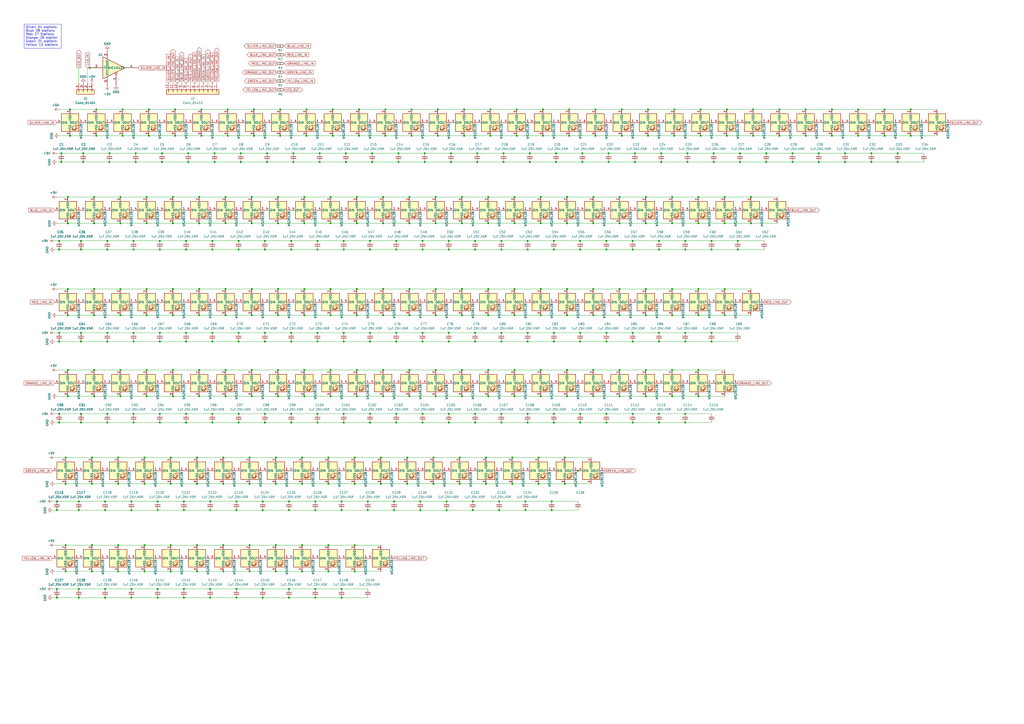
<source format=kicad_sch>
(kicad_sch (version 20230121) (generator eeschema)
  (paper "A2")
  (title_block (title "Washington Metro PCB") (date "2023-09-19") (comment 1 "Steven Smethurst") (comment 2 "@funvill"))
  (lib_symbols
    (symbol "74xGxx:74AHC1G125"
      (property "Reference" "U" (at -2.54 3.81 0))
      (property "Value" "74AHC1G125" (at 0 -3.81 0))
      (symbol "74AHC1G125_1_1"
        (pin input inverted (at 0 10.16 270) (length 7.62) (name "~") (number "1"))
        (pin input line (at -15.24 0 0) (length 7.62) (name "~") (number "2"))
        (pin power_in line (at -5.08 -10.16 90) (length 5.08) (name "GND") (number "3"))
        (pin tri_state line (at 12.7 0 180) (length 7.62) (name "~") (number "4"))
        (pin power_in line (at -5.08 10.16 270) (length 5.08) (name "VCC") (number "5"))
      )
    )
    (symbol "Connector_Generic:Conn_01x04" (pin_names (offset 1.016) hide)
      (property "Reference" "J" (at 0 5.08 0))
      (property "Value" "Conn_01x04" (at 0 -7.62 0))
      (symbol "Conn_01x04_1_1"
        (pin passive line (at -5.08 2.54 0) (length 3.81) (name "Pin_1") (number "1"))
        (pin passive line (at -5.08 0 0) (length 3.81) (name "Pin_2") (number "2"))
        (pin passive line (at -5.08 -2.54 0) (length 3.81) (name "Pin_3") (number "3"))
        (pin passive line (at -5.08 -5.08 0) (length 3.81) (name "Pin_4") (number "4"))
      )
    )
    (symbol "Connector_Generic:Conn_01x12" (pin_names (offset 1.016) hide)
      (property "Reference" "J" (at 0 15.24 0))
      (property "Value" "Conn_01x12" (at 0 -17.78 0))
      (symbol "Conn_01x12_1_1"
        (pin passive line (at -5.08 12.7 0) (length 3.81) (name "Pin_1") (number "1"))
        (pin passive line (at -5.08 -10.16 0) (length 3.81) (name "Pin_10") (number "10"))
        (pin passive line (at -5.08 -12.7 0) (length 3.81) (name "Pin_11") (number "11"))
        (pin passive line (at -5.08 -15.24 0) (length 3.81) (name "Pin_12") (number "12"))
        (pin passive line (at -5.08 10.16 0) (length 3.81) (name "Pin_2") (number "2"))
        (pin passive line (at -5.08 7.62 0) (length 3.81) (name "Pin_3") (number "3"))
        (pin passive line (at -5.08 5.08 0) (length 3.81) (name "Pin_4") (number "4"))
        (pin passive line (at -5.08 2.54 0) (length 3.81) (name "Pin_5") (number "5"))
        (pin passive line (at -5.08 0 0) (length 3.81) (name "Pin_6") (number "6"))
        (pin passive line (at -5.08 -2.54 0) (length 3.81) (name "Pin_7") (number "7"))
        (pin passive line (at -5.08 -5.08 0) (length 3.81) (name "Pin_8") (number "8"))
        (pin passive line (at -5.08 -7.62 0) (length 3.81) (name "Pin_9") (number "9"))
      )
    )
    (symbol "jlcpcb-basic-capacitor-0402:1uF,25V,X5R "
      (property "Reference" "C" (at 1.71 0.508 0))
      (property "Value" "1uF,25V,X5R " (at 1.71 -1.016 0))
      (symbol "1uF,25V,X5R _0_0"
        (pin passive line (at 0 2.54 270) (length 2.032) (name "~") (number "1"))
        (pin passive line (at 0 -2.54 90) (length 2.032) (name "~") (number "2"))
      )
    )
    (symbol "jlcpcb-basic-resistor-0402:0"
      (property "Reference" "R" (at 0.762 0.508 0))
      (property "Value" "0" (at 0.762 -1.016 0))
      (symbol "0_0_0"
        (pin passive line (at 0 2.54 270) (length 0.762) (name "~") (number "1"))
        (pin passive line (at 0 -2.54 90) (length 0.762) (name "~") (number "2"))
      )
    )
    (symbol "power:+5V" (power) (pin_names (offset 0))
      (property "Value" "+5V" (at 0 3.556 0))
      (symbol "+5V_1_1"
        (pin power_in line (at 0 0 90) (length 0) hide (name "+5V") (number "1"))
      )
    )
    (symbol "power:GND" (power) (pin_names (offset 0))
      (property "Value" "GND" (at 0 -3.81 0))
      (symbol "GND_1_1"
        (pin power_in line (at 0 0 270) (length 0) hide (name "GND") (number "1"))
      )
    )
    (symbol "washington-metro-pcb:XL-1010RGBC-WS2812B" (pin_names (offset 0.254))
      (property "Reference" "D" (at 5.08 5.715 0))
      (property "Value" "XL-1010RGBC-WS2812B" (at 1.27 -5.715 0))
      (symbol "XL-1010RGBC-WS2812B_0_0"
        (text "RGB" (at 2.286 -4.191 0) (effects (font (size 0.762 0.762))))
      )
      (symbol "XL-1010RGBC-WS2812B_1_1"
        (pin output line (at 7.62 0 180) (length 2.54) (name "DOUT") (number "1"))
        (pin power_in line (at 0 7.62 270) (length 2.54) (name "VDD") (number "2"))
        (pin bidirectional line (at 0 -7.62 90) (length 2.54) (name "VSS") (number "3"))
        (pin input line (at -7.62 0 0) (length 2.54) (name "DIN") (number "4"))
      )
    )
  )
  (junction (at 161.29 114.3))
  (junction (at 330.2 78.74))
  (junction (at 35.56 93.98))
  (junction (at 107.95 245.11))
  (junction (at 78.74 88.9))
  (junction (at 367.03 198.12))
  (junction (at 215.9 93.98))
  (junction (at 130.81 167.64))
  (junction (at 53.34 265.43))
  (junction (at 146.05 229.87))
  (junction (at 35.56 88.9))
  (junction (at 106.68 341.63))
  (junction (at 60.96 290.83))
  (junction (at 182.88 341.63))
  (junction (at 153.67 144.78))
  (junction (at 207.01 182.88))
  (junction (at 93.98 93.98))
  (junction (at 54.61 114.3))
  (junction (at 205.74 331.47))
  (junction (at 269.24 78.74))
  (junction (at 152.4 346.71))
  (junction (at 382.27 245.11))
  (junction (at 77.47 193.04))
  (junction (at 191.77 229.87))
  (junction (at 34.29 144.78))
  (junction (at 40.64 63.5))
  (junction (at 214.63 144.78))
  (junction (at 505.46 88.9))
  (junction (at 154.94 93.98))
  (junction (at 114.3 265.43))
  (junction (at 191.77 167.64))
  (junction (at 406.4 63.5))
  (junction (at 153.67 240.03))
  (junction (at 328.93 182.88))
  (junction (at 123.19 139.7))
  (junction (at 222.25 229.87))
  (junction (at 62.23 144.78))
  (junction (at 298.45 182.88))
  (junction (at 107.95 193.04))
  (junction (at 147.32 78.74))
  (junction (at 137.16 290.83))
  (junction (at 116.84 63.5))
  (junction (at 336.55 198.12))
  (junction (at 184.15 139.7))
  (junction (at 76.2 341.63))
  (junction (at 360.68 63.5))
  (junction (at 33.02 341.63))
  (junction (at 344.17 167.64))
  (junction (at 397.51 144.78))
  (junction (at 252.73 182.88))
  (junction (at 175.26 265.43))
  (junction (at 320.04 295.91))
  (junction (at 420.37 114.3))
  (junction (at 45.72 295.91))
  (junction (at 283.21 214.63))
  (junction (at 389.89 182.88))
  (junction (at 251.46 265.43))
  (junction (at 520.7 88.9))
  (junction (at 251.46 280.67))
  (junction (at 336.55 245.11))
  (junction (at 467.36 78.74))
  (junction (at 62.23 240.03))
  (junction (at 146.05 167.64))
  (junction (at 336.55 144.78))
  (junction (at 231.14 88.9))
  (junction (at 321.31 240.03))
  (junction (at 214.63 193.04))
  (junction (at 328.93 114.3))
  (junction (at 359.41 114.3))
  (junction (at 482.6 63.5))
  (junction (at 62.23 198.12))
  (junction (at 161.29 167.64))
  (junction (at 55.88 78.74))
  (junction (at 229.87 193.04))
  (junction (at 412.75 198.12))
  (junction (at 304.8 290.83))
  (junction (at 168.91 240.03))
  (junction (at 383.54 93.98))
  (junction (at 184.15 245.11))
  (junction (at 289.56 295.91))
  (junction (at 382.27 193.04))
  (junction (at 374.65 114.3))
  (junction (at 405.13 129.54))
  (junction (at 99.06 331.47))
  (junction (at 146.05 182.88))
  (junction (at 167.64 346.71))
  (junction (at 298.45 129.54))
  (junction (at 191.77 129.54))
  (junction (at 359.41 229.87))
  (junction (at 283.21 129.54))
  (junction (at 267.97 182.88))
  (junction (at 306.07 139.7))
  (junction (at 116.84 78.74))
  (junction (at 39.37 229.87))
  (junction (at 160.02 331.47))
  (junction (at 129.54 280.67))
  (junction (at 382.27 198.12))
  (junction (at 391.16 78.74))
  (junction (at 85.09 114.3))
  (junction (at 321.31 144.78))
  (junction (at 185.42 88.9))
  (junction (at 130.81 129.54))
  (junction (at 207.01 214.63))
  (junction (at 276.86 93.98))
  (junction (at 229.87 139.7))
  (junction (at 245.11 193.04))
  (junction (at 129.54 316.23))
  (junction (at 328.93 129.54))
  (junction (at 109.22 88.9))
  (junction (at 344.17 129.54))
  (junction (at 420.37 167.64))
  (junction (at 199.39 139.7))
  (junction (at 205.74 316.23))
  (junction (at 46.99 240.03))
  (junction (at 106.68 346.71))
  (junction (at 254 78.74))
  (junction (at 199.39 193.04))
  (junction (at 152.4 290.83))
  (junction (at 266.7 265.43))
  (junction (at 63.5 88.9))
  (junction (at 345.44 78.74))
  (junction (at 290.83 144.78))
  (junction (at 85.09 182.88))
  (junction (at 382.27 240.03))
  (junction (at 528.32 63.5))
  (junction (at 176.53 214.63))
  (junction (at 46.99 144.78))
  (junction (at 193.04 78.74))
  (junction (at 175.26 331.47))
  (junction (at 199.39 144.78))
  (junction (at 304.8 295.91))
  (junction (at 176.53 167.64))
  (junction (at 335.28 273.05))
  (junction (at 274.32 295.91))
  (junction (at 344.17 182.88))
  (junction (at 290.83 193.04))
  (junction (at 245.11 245.11))
  (junction (at 114.3 280.67))
  (junction (at 336.55 139.7))
  (junction (at 353.06 93.98))
  (junction (at 176.53 182.88))
  (junction (at 54.61 229.87))
  (junction (at 123.19 193.04))
  (junction (at 137.16 341.63))
  (junction (at 220.98 265.43))
  (junction (at 281.94 265.43))
  (junction (at 252.73 114.3))
  (junction (at 130.81 182.88))
  (junction (at 435.61 129.54))
  (junction (at 367.03 139.7))
  (junction (at 290.83 245.11))
  (junction (at 152.4 295.91))
  (junction (at 237.49 229.87))
  (junction (at 214.63 245.11))
  (junction (at 160.02 280.67))
  (junction (at 360.68 78.74))
  (junction (at 382.27 139.7))
  (junction (at 34.29 139.7))
  (junction (at 53.34 316.23))
  (junction (at 115.57 229.87))
  (junction (at 254 63.5))
  (junction (at 46.99 193.04))
  (junction (at 168.91 139.7))
  (junction (at 160.02 265.43))
  (junction (at 123.19 245.11))
  (junction (at 238.76 78.74))
  (junction (at 92.71 245.11))
  (junction (at 420.37 129.54))
  (junction (at 229.87 144.78))
  (junction (at 245.11 144.78))
  (junction (at 185.42 93.98))
  (junction (at 260.35 240.03))
  (junction (at 383.54 88.9))
  (junction (at 345.44 63.5))
  (junction (at 260.35 245.11))
  (junction (at 39.37 114.3))
  (junction (at 114.3 331.47))
  (junction (at 452.12 78.74))
  (junction (at 198.12 290.83))
  (junction (at 374.65 214.63))
  (junction (at 412.75 144.78))
  (junction (at 191.77 214.63))
  (junction (at 77.47 144.78))
  (junction (at 200.66 88.9))
  (junction (at 198.12 346.71))
  (junction (at 520.7 93.98))
  (junction (at 243.84 295.91))
  (junction (at 34.29 240.03))
  (junction (at 139.7 93.98))
  (junction (at 138.43 198.12))
  (junction (at 207.01 129.54))
  (junction (at 482.6 78.74))
  (junction (at 129.54 265.43))
  (junction (at 336.55 193.04))
  (junction (at 214.63 198.12))
  (junction (at 306.07 198.12))
  (junction (at 321.31 139.7))
  (junction (at 168.91 245.11))
  (junction (at 184.15 144.78))
  (junction (at 306.07 144.78))
  (junction (at 474.98 88.9))
  (junction (at 161.29 129.54))
  (junction (at 367.03 240.03))
  (junction (at 60.96 341.63))
  (junction (at 306.07 245.11))
  (junction (at 207.01 229.87))
  (junction (at 222.25 129.54))
  (junction (at 344.17 229.87))
  (junction (at 138.43 139.7))
  (junction (at 205.74 265.43))
  (junction (at 83.82 316.23))
  (junction (at 130.81 114.3))
  (junction (at 130.81 229.87))
  (junction (at 467.36 63.5))
  (junction (at 427.99 144.78))
  (junction (at 161.29 214.63))
  (junction (at 397.51 245.11))
  (junction (at 200.66 93.98))
  (junction (at 229.87 198.12))
  (junction (at 40.64 78.74))
  (junction (at 137.16 295.91))
  (junction (at 121.92 295.91))
  (junction (at 328.93 229.87))
  (junction (at 252.73 167.64))
  (junction (at 167.64 295.91))
  (junction (at 459.74 88.9))
  (junction (at 344.17 114.3))
  (junction (at 34.29 245.11))
  (junction (at 389.89 129.54))
  (junction (at 405.13 167.64))
  (junction (at 389.89 167.64))
  (junction (at 359.41 167.64))
  (junction (at 76.2 290.83))
  (junction (at 412.75 139.7))
  (junction (at 138.43 193.04))
  (junction (at 100.33 229.87))
  (junction (at 513.08 78.74))
  (junction (at 45.72 346.71))
  (junction (at 184.15 240.03))
  (junction (at 77.47 240.03))
  (junction (at 398.78 88.9))
  (junction (at 414.02 93.98))
  (junction (at 322.58 93.98))
  (junction (at 322.58 88.9))
  (junction (at 101.6 78.74))
  (junction (at 184.15 193.04))
  (junction (at 321.31 198.12))
  (junction (at 138.43 245.11))
  (junction (at 71.12 78.74))
  (junction (at 68.58 331.47))
  (junction (at 359.41 129.54))
  (junction (at 69.85 182.88))
  (junction (at 46.99 198.12))
  (junction (at 397.51 198.12))
  (junction (at 199.39 198.12))
  (junction (at 77.47 198.12))
  (junction (at 190.5 280.67))
  (junction (at 328.93 214.63))
  (junction (at 176.53 129.54))
  (junction (at 176.53 229.87))
  (junction (at 99.06 280.67))
  (junction (at 236.22 280.67))
  (junction (at 420.37 182.88))
  (junction (at 54.61 214.63))
  (junction (at 237.49 129.54))
  (junction (at 77.47 139.7))
  (junction (at 374.65 229.87))
  (junction (at 267.97 167.64))
  (junction (at 138.43 144.78))
  (junction (at 336.55 240.03))
  (junction (at 243.84 290.83))
  (junction (at 45.72 341.63))
  (junction (at 85.09 129.54))
  (junction (at 132.08 78.74))
  (junction (at 367.03 245.11))
  (junction (at 359.41 182.88))
  (junction (at 153.67 245.11))
  (junction (at 351.79 245.11))
  (junction (at 199.39 245.11))
  (junction (at 406.4 78.74))
  (junction (at 298.45 229.87))
  (junction (at 223.52 63.5))
  (junction (at 106.68 290.83))
  (junction (at 92.71 240.03))
  (junction (at 69.85 114.3))
  (junction (at 452.12 63.5))
  (junction (at 327.66 280.67))
  (junction (at 374.65 182.88))
  (junction (at 246.38 93.98))
  (junction (at 275.59 198.12))
  (junction (at 397.51 240.03))
  (junction (at 237.49 167.64))
  (junction (at 228.6 295.91))
  (junction (at 220.98 280.67))
  (junction (at 191.77 114.3))
  (junction (at 170.18 93.98))
  (junction (at 45.72 290.83))
  (junction (at 107.95 144.78))
  (junction (at 190.5 331.47))
  (junction (at 314.96 63.5))
  (junction (at 146.05 129.54))
  (junction (at 368.3 88.9))
  (junction (at 328.93 167.64))
  (junction (at 292.1 93.98))
  (junction (at 161.29 182.88))
  (junction (at 139.7 88.9))
  (junction (at 312.42 280.67))
  (junction (at 284.48 78.74))
  (junction (at 299.72 63.5))
  (junction (at 46.99 245.11))
  (junction (at 198.12 295.91))
  (junction (at 351.79 193.04))
  (junction (at 60.96 346.71))
  (junction (at 436.88 63.5))
  (junction (at 528.32 78.74))
  (junction (at 389.89 214.63))
  (junction (at 100.33 214.63))
  (junction (at 199.39 240.03))
  (junction (at 177.8 63.5))
  (junction (at 252.73 214.63))
  (junction (at 48.26 93.98))
  (junction (at 92.71 139.7))
  (junction (at 69.85 129.54))
  (junction (at 245.11 139.7))
  (junction (at 121.92 341.63))
  (junction (at 490.22 88.9))
  (junction (at 121.92 290.83))
  (junction (at 397.51 139.7))
  (junction (at 290.83 198.12))
  (junction (at 114.3 316.23))
  (junction (at 167.64 341.63))
  (junction (at 260.35 198.12))
  (junction (at 337.82 88.9))
  (junction (at 275.59 139.7))
  (junction (at 283.21 167.64))
  (junction (at 298.45 214.63))
  (junction (at 38.1 265.43))
  (junction (at 330.2 63.5))
  (junction (at 405.13 214.63))
  (junction (at 48.26 88.9))
  (junction (at 78.74 93.98))
  (junction (at 427.99 139.7))
  (junction (at 62.23 139.7))
  (junction (at 375.92 78.74))
  (junction (at 115.57 114.3))
  (junction (at 236.22 265.43))
  (junction (at 245.11 198.12))
  (junction (at 76.2 346.71))
  (junction (at 474.98 93.98))
  (junction (at 83.82 280.67))
  (junction (at 91.44 346.71))
  (junction (at 260.35 139.7))
  (junction (at 267.97 129.54))
  (junction (at 327.66 265.43))
  (junction (at 313.69 229.87))
  (junction (at 306.07 193.04))
  (junction (at 167.64 290.83))
  (junction (at 497.84 63.5))
  (junction (at 144.78 331.47))
  (junction (at 245.11 240.03))
  (junction (at 421.64 78.74))
  (junction (at 275.59 193.04))
  (junction (at 100.33 167.64))
  (junction (at 237.49 214.63))
  (junction (at 69.85 167.64))
  (junction (at 274.32 290.83))
  (junction (at 321.31 193.04))
  (junction (at 444.5 93.98))
  (junction (at 292.1 88.9))
  (junction (at 69.85 229.87))
  (junction (at 144.78 280.67))
  (junction (at 368.3 93.98))
  (junction (at 237.49 114.3))
  (junction (at 313.69 167.64))
  (junction (at 222.25 167.64))
  (junction (at 374.65 129.54))
  (junction (at 39.37 167.64))
  (junction (at 168.91 144.78))
  (junction (at 261.62 88.9))
  (junction (at 246.38 88.9))
  (junction (at 421.64 63.5))
  (junction (at 38.1 280.67))
  (junction (at 176.53 114.3))
  (junction (at 275.59 144.78))
  (junction (at 213.36 290.83))
  (junction (at 490.22 93.98))
  (junction (at 52.07 39.37))
  (junction (at 344.17 214.63))
  (junction (at 231.14 93.98))
  (junction (at 146.05 114.3))
  (junction (at 144.78 316.23))
  (junction (at 213.36 295.91))
  (junction (at 68.58 280.67))
  (junction (at 298.45 114.3))
  (junction (at 39.37 129.54))
  (junction (at 412.75 193.04))
  (junction (at 307.34 88.9))
  (junction (at 313.69 182.88))
  (junction (at 62.23 193.04))
  (junction (at 91.44 295.91))
  (junction (at 252.73 229.87))
  (junction (at 93.98 88.9))
  (junction (at 414.02 88.9))
  (junction (at 92.71 198.12))
  (junction (at 222.25 182.88))
  (junction (at 351.79 240.03))
  (junction (at 130.81 214.63))
  (junction (at 168.91 198.12))
  (junction (at 132.08 63.5))
  (junction (at 367.03 193.04))
  (junction (at 367.03 144.78))
  (junction (at 62.23 245.11))
  (junction (at 121.92 346.71))
  (junction (at 193.04 63.5))
  (junction (at 351.79 139.7))
  (junction (at 153.67 139.7))
  (junction (at 312.42 265.43))
  (junction (at 53.34 280.67))
  (junction (at 115.57 182.88))
  (junction (at 208.28 78.74))
  (junction (at 147.32 63.5))
  (junction (at 92.71 144.78))
  (junction (at 190.5 265.43))
  (junction (at 182.88 346.71))
  (junction (at 320.04 290.83))
  (junction (at 389.89 229.87))
  (junction (at 101.6 63.5))
  (junction (at 109.22 93.98))
  (junction (at 222.25 114.3))
  (junction (at 124.46 93.98))
  (junction (at 99.06 265.43))
  (junction (at 269.24 63.5))
  (junction (at 83.82 265.43))
  (junction (at 184.15 198.12))
  (junction (at 275.59 240.03))
  (junction (at 85.09 229.87))
  (junction (at 71.12 63.5))
  (junction (at 115.57 129.54))
  (junction (at 436.88 78.74))
  (junction (at 85.09 167.64))
  (junction (at 297.18 265.43))
  (junction (at 228.6 290.83))
  (junction (at 297.18 280.67))
  (junction (at 182.88 295.91))
  (junction (at 281.94 280.67))
  (junction (at 100.33 129.54))
  (junction (at 162.56 63.5))
  (junction (at 398.78 93.98))
  (junction (at 54.61 182.88))
  (junction (at 91.44 290.83))
  (junction (at 76.2 295.91))
  (junction (at 39.37 214.63))
  (junction (at 276.86 88.9))
  (junction (at 284.48 63.5))
  (junction (at 106.68 295.91))
  (junction (at 170.18 88.9))
  (junction (at 238.76 63.5))
  (junction (at 123.19 144.78))
  (junction (at 34.29 198.12))
  (junction (at 54.61 129.54))
  (junction (at 86.36 78.74))
  (junction (at 229.87 245.11))
  (junction (at 38.1 316.23))
  (junction (at 351.79 144.78))
  (junction (at 123.19 198.12))
  (junction (at 60.96 295.91))
  (junction (at 54.61 167.64))
  (junction (at 63.5 93.98))
  (junction (at 222.25 214.63))
  (junction (at 77.47 245.11))
  (junction (at 177.8 78.74))
  (junction (at 283.21 114.3))
  (junction (at 353.06 88.9))
  (junction (at 215.9 88.9))
  (junction (at 53.34 331.47))
  (junction (at 405.13 182.88))
  (junction (at 129.54 331.47))
  (junction (at 444.5 88.9))
  (junction (at 175.26 316.23))
  (junction (at 260.35 144.78))
  (junction (at 144.78 265.43))
  (junction (at 107.95 139.7))
  (junction (at 429.26 93.98))
  (junction (at 91.44 341.63))
  (junction (at 34.29 193.04))
  (junction (at 298.45 167.64))
  (junction (at 289.56 290.83))
  (junction (at 283.21 229.87))
  (junction (at 283.21 182.88))
  (junction (at 314.96 78.74))
  (junction (at 313.69 214.63))
  (junction (at 275.59 245.11))
  (junction (at 266.7 280.67))
  (junction (at 214.63 139.7))
  (junction (at 513.08 63.5))
  (junction (at 405.13 114.3))
  (junction (at 391.16 63.5))
  (junction (at 100.33 114.3))
  (junction (at 107.95 240.03))
  (junction (at 137.16 346.71))
  (junction (at 115.57 167.64))
  (junction (at 207.01 114.3))
  (junction (at 208.28 63.5))
  (junction (at 389.89 114.3))
  (junction (at 497.84 78.74))
  (junction (at 429.26 88.9))
  (junction (at 207.01 167.64))
  (junction (at 107.95 198.12))
  (junction (at 175.26 280.67))
  (junction (at 267.97 114.3))
  (junction (at 313.69 129.54))
  (junction (at 154.94 88.9))
  (junction (at 69.85 214.63))
  (junction (at 86.36 63.5))
  (junction (at 259.08 290.83))
  (junction (at 505.46 93.98))
  (junction (at 83.82 331.47))
  (junction (at 38.1 331.47))
  (junction (at 152.4 341.63))
  (junction (at 33.02 295.91))
  (junction (at 160.02 316.23))
  (junction (at 191.77 182.88))
  (junction (at 100.33 182.88))
  (junction (at 259.08 295.91))
  (junction (at 214.63 240.03))
  (junction (at 205.74 280.67))
  (junction (at 299.72 78.74))
  (junction (at 68.58 316.23))
  (junction (at 39.37 182.88))
  (junction (at 68.58 265.43))
  (junction (at 46.99 139.7))
  (junction (at 307.34 93.98))
  (junction (at 190.5 316.23))
  (junction (at 33.02 290.83))
  (junction (at 99.06 316.23))
  (junction (at 359.41 214.63))
  (junction (at 168.91 193.04))
  (junction (at 375.92 63.5))
  (junction (at 374.65 167.64))
  (junction (at 229.87 240.03))
  (junction (at 290.83 240.03))
  (junction (at 153.67 198.12))
  (junction (at 55.88 63.5))
  (junction (at 313.69 114.3))
  (junction (at 252.73 129.54))
  (junction (at 161.29 229.87))
  (junction (at 182.88 290.83))
  (junction (at 115.57 214.63))
  (junction (at 435.61 114.3))
  (junction (at 124.46 88.9))
  (junction (at 92.71 193.04))
  (junction (at 337.82 93.98))
  (junction (at 261.62 93.98))
  (junction (at 321.31 245.11))
  (junction (at 405.13 229.87))
  (junction (at 237.49 182.88))
  (junction (at 198.12 341.63))
  (junction (at 267.97 214.63))
  (junction (at 351.79 198.12))
  (junction (at 260.35 193.04))
  (junction (at 146.05 214.63))
  (junction (at 397.51 193.04))
  (junction (at 459.74 93.98))
  (junction (at 267.97 229.87))
  (junction (at 382.27 144.78))
  (junction (at 162.56 78.74))
  (junction (at 138.43 240.03))
  (junction (at 123.19 240.03))
  (junction (at 85.09 214.63))
  (junction (at 223.52 78.74))
  (junction (at 306.07 240.03))
  (junction (at 153.67 193.04))
  (junction (at 290.83 139.7))
  (junction (at 33.02 346.71))
  (wire (pts (xy 231.14 88.9) (xy 246.38 88.9)))
  (wire (pts (xy 191.77 167.64) (xy 207.01 167.64)))
  (wire (pts (xy 62.23 144.78) (xy 77.47 144.78)))
  (wire (pts (xy 207.01 129.54) (xy 222.25 129.54)))
  (wire (pts (xy 214.63 198.12) (xy 229.87 198.12)))
  (wire (pts (xy 344.17 229.87) (xy 359.41 229.87)))
  (wire (pts (xy 351.79 139.7) (xy 367.03 139.7)))
  (wire (pts (xy 144.78 265.43) (xy 160.02 265.43)))
  (wire (pts (xy 307.34 93.98) (xy 322.58 93.98)))
  (wire (pts (xy 86.36 63.5) (xy 101.6 63.5)))
  (wire (pts (xy 40.64 63.5) (xy 55.88 63.5)))
  (wire (pts (xy 78.74 88.9) (xy 93.98 88.9)))
  (wire (pts (xy 137.16 346.71) (xy 152.4 346.71)))
  (wire (pts (xy 168.91 144.78) (xy 184.15 144.78)))
  (wire (pts (xy 436.88 78.74) (xy 452.12 78.74)))
  (wire (pts (xy 420.37 129.54) (xy 435.61 129.54)))
  (wire (pts (xy 115.57 129.54) (xy 130.81 129.54)))
  (wire (pts (xy 175.26 331.47) (xy 190.5 331.47)))
  (wire (pts (xy 83.82 316.23) (xy 99.06 316.23)))
  (wire (pts (xy 353.06 93.98) (xy 368.3 93.98)))
  (wire (pts (xy 327.66 280.67) (xy 342.9 280.67)))
  (wire (pts (xy 123.19 198.12) (xy 138.43 198.12)))
  (wire (pts (xy 435.61 129.54) (xy 450.85 129.54)))
  (wire (pts (xy 138.43 193.04) (xy 153.67 193.04)))
  (wire (pts (xy 283.21 182.88) (xy 298.45 182.88)))
  (wire (pts (xy 139.7 88.9) (xy 154.94 88.9)))
  (wire (pts (xy 292.1 88.9) (xy 307.34 88.9)))
  (wire (pts (xy 290.83 245.11) (xy 306.07 245.11)))
  (wire (pts (xy 276.86 88.9) (xy 292.1 88.9)))
  (wire (pts (xy 336.55 139.7) (xy 351.79 139.7)))
  (wire (pts (xy 229.87 198.12) (xy 245.11 198.12)))
  (wire (pts (xy 62.23 139.7) (xy 77.47 139.7)))
  (wire (pts (xy 116.84 78.74) (xy 132.08 78.74)))
  (wire (pts (xy 351.79 144.78) (xy 367.03 144.78)))
  (wire (pts (xy 161.29 229.87) (xy 176.53 229.87)))
  (wire (pts (xy 121.92 341.63) (xy 137.16 341.63)))
  (wire (pts (xy 85.09 214.63) (xy 100.33 214.63)))
  (wire (pts (xy 243.84 295.91) (xy 259.08 295.91)))
  (wire (pts (xy 299.72 63.5) (xy 314.96 63.5)))
  (wire (pts (xy 245.11 139.7) (xy 260.35 139.7)))
  (wire (pts (xy 33.02 182.88) (xy 39.37 182.88)))
  (wire (pts (xy 222.25 114.3) (xy 237.49 114.3)))
  (wire (pts (xy 175.26 265.43) (xy 190.5 265.43)))
  (wire (pts (xy 176.53 182.88) (xy 191.77 182.88)))
  (wire (pts (xy 168.91 240.03) (xy 184.15 240.03)))
  (wire (pts (xy 190.5 331.47) (xy 205.74 331.47)))
  (wire (pts (xy 513.08 78.74) (xy 528.32 78.74)))
  (wire (pts (xy 351.79 240.03) (xy 367.03 240.03)))
  (wire (pts (xy 198.12 341.63) (xy 213.36 341.63)))
  (wire (pts (xy 389.89 167.64) (xy 405.13 167.64)))
  (wire (pts (xy 328.93 114.3) (xy 344.17 114.3)))
  (wire (pts (xy 322.58 88.9) (xy 337.82 88.9)))
  (wire (pts (xy 229.87 144.78) (xy 245.11 144.78)))
  (wire (pts (xy 77.47 198.12) (xy 92.71 198.12)))
  (wire (pts (xy 76.2 295.91) (xy 91.44 295.91)))
  (wire (pts (xy 160.02 265.43) (xy 175.26 265.43)))
  (wire (pts (xy 45.72 290.83) (xy 60.96 290.83)))
  (wire (pts (xy 274.32 290.83) (xy 289.56 290.83)))
  (wire (pts (xy 283.21 167.64) (xy 298.45 167.64)))
  (wire (pts (xy 336.55 245.11) (xy 351.79 245.11)))
  (wire (pts (xy 307.34 88.9) (xy 322.58 88.9)))
  (wire (pts (xy 132.08 63.5) (xy 147.32 63.5)))
  (wire (pts (xy 45.72 295.91) (xy 60.96 295.91)))
  (wire (pts (xy 184.15 240.03) (xy 199.39 240.03)))
  (wire (pts (xy 313.69 114.3) (xy 328.93 114.3)))
  (wire (pts (xy 275.59 193.04) (xy 290.83 193.04)))
  (wire (pts (xy 405.13 182.88) (xy 420.37 182.88)))
  (wire (pts (xy 427.99 139.7) (xy 443.23 139.7)))
  (wire (pts (xy 359.41 167.64) (xy 374.65 167.64)))
  (wire (pts (xy 53.34 331.47) (xy 68.58 331.47)))
  (wire (pts (xy 68.58 280.67) (xy 83.82 280.67)))
  (wire (pts (xy 497.84 63.5) (xy 513.08 63.5)))
  (wire (pts (xy 353.06 88.9) (xy 368.3 88.9)))
  (wire (pts (xy 167.64 295.91) (xy 182.88 295.91)))
  (wire (pts (xy 153.67 193.04) (xy 168.91 193.04)))
  (wire (pts (xy 38.1 331.47) (xy 53.34 331.47)))
  (wire (pts (xy 31.75 280.67) (xy 38.1 280.67)))
  (wire (pts (xy 185.42 93.98) (xy 200.66 93.98)))
  (wire (pts (xy 306.07 193.04) (xy 321.31 193.04)))
  (wire (pts (xy 52.07 39.37) (xy 59.69 39.37)))
  (wire (pts (xy 123.19 240.03) (xy 138.43 240.03)))
  (wire (pts (xy 200.66 93.98) (xy 215.9 93.98)))
  (wire (pts (xy 184.15 193.04) (xy 199.39 193.04)))
  (wire (pts (xy 328.93 214.63) (xy 344.17 214.63)))
  (wire (pts (xy 154.94 93.98) (xy 170.18 93.98)))
  (wire (pts (xy 191.77 182.88) (xy 207.01 182.88)))
  (wire (pts (xy 252.73 129.54) (xy 267.97 129.54)))
  (wire (pts (xy 374.65 182.88) (xy 389.89 182.88)))
  (wire (pts (xy 161.29 214.63) (xy 176.53 214.63)))
  (wire (pts (xy 237.49 129.54) (xy 252.73 129.54)))
  (wire (pts (xy 92.71 245.11) (xy 107.95 245.11)))
  (wire (pts (xy 351.79 245.11) (xy 367.03 245.11)))
  (wire (pts (xy 39.37 229.87) (xy 54.61 229.87)))
  (wire (pts (xy 168.91 245.11) (xy 184.15 245.11)))
  (wire (pts (xy 125.73 46.99) (xy 125.73 48.26)))
  (wire (pts (xy 39.37 182.88) (xy 54.61 182.88)))
  (wire (pts (xy 76.2 290.83) (xy 91.44 290.83)))
  (wire (pts (xy 368.3 88.9) (xy 383.54 88.9)))
  (wire (pts (xy 252.73 229.87) (xy 267.97 229.87)))
  (wire (pts (xy 297.18 280.67) (xy 312.42 280.67)))
  (wire (pts (xy 313.69 167.64) (xy 328.93 167.64)))
  (wire (pts (xy 344.17 129.54) (xy 359.41 129.54)))
  (wire (pts (xy 382.27 198.12) (xy 397.51 198.12)))
  (wire (pts (xy 191.77 129.54) (xy 207.01 129.54)))
  (wire (pts (xy 146.05 214.63) (xy 161.29 214.63)))
  (wire (pts (xy 382.27 245.11) (xy 397.51 245.11)))
  (wire (pts (xy 115.57 46.99) (xy 115.57 48.26)))
  (wire (pts (xy 53.34 280.67) (xy 68.58 280.67)))
  (wire (pts (xy 38.1 316.23) (xy 53.34 316.23)))
  (wire (pts (xy 283.21 129.54) (xy 298.45 129.54)))
  (wire (pts (xy 60.96 290.83) (xy 76.2 290.83)))
  (wire (pts (xy 260.35 245.11) (xy 275.59 245.11)))
  (wire (pts (xy 359.41 229.87) (xy 374.65 229.87)))
  (wire (pts (xy 229.87 245.11) (xy 245.11 245.11)))
  (wire (pts (xy 322.58 93.98) (xy 337.82 93.98)))
  (wire (pts (xy 39.37 114.3) (xy 54.61 114.3)))
  (wire (pts (xy 107.95 139.7) (xy 123.19 139.7)))
  (wire (pts (xy 144.78 331.47) (xy 160.02 331.47)))
  (wire (pts (xy 199.39 144.78) (xy 214.63 144.78)))
  (wire (pts (xy 107.95 245.11) (xy 123.19 245.11)))
  (wire (pts (xy 214.63 193.04) (xy 229.87 193.04)))
  (wire (pts (xy 359.41 114.3) (xy 374.65 114.3)))
  (wire (pts (xy 421.64 63.5) (xy 436.88 63.5)))
  (wire (pts (xy 107.95 144.78) (xy 123.19 144.78)))
  (wire (pts (xy 275.59 198.12) (xy 290.83 198.12)))
  (wire (pts (xy 312.42 280.67) (xy 327.66 280.67)))
  (wire (pts (xy 374.65 114.3) (xy 389.89 114.3)))
  (wire (pts (xy 367.03 144.78) (xy 382.27 144.78)))
  (wire (pts (xy 260.35 198.12) (xy 275.59 198.12)))
  (wire (pts (xy 298.45 229.87) (xy 313.69 229.87)))
  (wire (pts (xy 368.3 93.98) (xy 383.54 93.98)))
  (wire (pts (xy 284.48 63.5) (xy 299.72 63.5)))
  (wire (pts (xy 467.36 63.5) (xy 482.6 63.5)))
  (wire (pts (xy 490.22 93.98) (xy 505.46 93.98)))
  (wire (pts (xy 304.8 290.83) (xy 320.04 290.83)))
  (wire (pts (xy 360.68 63.5) (xy 375.92 63.5)))
  (wire (pts (xy 130.81 214.63) (xy 146.05 214.63)))
  (wire (pts (xy 391.16 78.74) (xy 406.4 78.74)))
  (wire (pts (xy 152.4 290.83) (xy 167.64 290.83)))
  (wire (pts (xy 336.55 144.78) (xy 351.79 144.78)))
  (wire (pts (xy 260.35 193.04) (xy 275.59 193.04)))
  (wire (pts (xy 237.49 214.63) (xy 252.73 214.63)))
  (wire (pts (xy 53.34 316.23) (xy 68.58 316.23)))
  (wire (pts (xy 405.13 129.54) (xy 420.37 129.54)))
  (wire (pts (xy 321.31 193.04) (xy 336.55 193.04)))
  (wire (pts (xy 205.74 265.43) (xy 220.98 265.43)))
  (wire (pts (xy 382.27 144.78) (xy 397.51 144.78)))
  (wire (pts (xy 321.31 144.78) (xy 336.55 144.78)))
  (wire (pts (xy 420.37 167.64) (xy 435.61 167.64)))
  (wire (pts (xy 182.88 290.83) (xy 198.12 290.83)))
  (wire (pts (xy 312.42 265.43) (xy 327.66 265.43)))
  (wire (pts (xy 168.91 198.12) (xy 184.15 198.12)))
  (wire (pts (xy 33.02 88.9) (xy 35.56 88.9)))
  (wire (pts (xy 106.68 290.83) (xy 121.92 290.83)))
  (wire (pts (xy 267.97 182.88) (xy 283.21 182.88)))
  (wire (pts (xy 132.08 78.74) (xy 147.32 78.74)))
  (wire (pts (xy 246.38 93.98) (xy 261.62 93.98)))
  (wire (pts (xy 205.74 280.67) (xy 220.98 280.67)))
  (wire (pts (xy 176.53 114.3) (xy 191.77 114.3)))
  (wire (pts (xy 281.94 280.67) (xy 297.18 280.67)))
  (wire (pts (xy 383.54 93.98) (xy 398.78 93.98)))
  (wire (pts (xy 314.96 63.5) (xy 330.2 63.5)))
  (wire (pts (xy 328.93 229.87) (xy 344.17 229.87)))
  (wire (pts (xy 237.49 182.88) (xy 252.73 182.88)))
  (wire (pts (xy 55.88 78.74) (xy 71.12 78.74)))
  (wire (pts (xy 175.26 316.23) (xy 190.5 316.23)))
  (wire (pts (xy 86.36 78.74) (xy 101.6 78.74)))
  (wire (pts (xy 54.61 167.64) (xy 69.85 167.64)))
  (wire (pts (xy 252.73 214.63) (xy 267.97 214.63)))
  (wire (pts (xy 190.5 316.23) (xy 205.74 316.23)))
  (wire (pts (xy 367.03 245.11) (xy 382.27 245.11)))
  (wire (pts (xy 360.68 78.74) (xy 375.92 78.74)))
  (wire (pts (xy 123.19 193.04) (xy 138.43 193.04)))
  (wire (pts (xy 69.85 229.87) (xy 85.09 229.87)))
  (wire (pts (xy 205.74 331.47) (xy 220.98 331.47)))
  (wire (pts (xy 382.27 193.04) (xy 397.51 193.04)))
  (wire (pts (xy 54.61 114.3) (xy 69.85 114.3)))
  (wire (pts (xy 144.78 280.67) (xy 160.02 280.67)))
  (wire (pts (xy 289.56 295.91) (xy 304.8 295.91)))
  (wire (pts (xy 298.45 114.3) (xy 313.69 114.3)))
  (wire (pts (xy 60.96 295.91) (xy 76.2 295.91)))
  (wire (pts (xy 109.22 93.98) (xy 124.46 93.98)))
  (wire (pts (xy 101.6 63.5) (xy 116.84 63.5)))
  (wire (pts (xy 275.59 245.11) (xy 290.83 245.11)))
  (wire (pts (xy 299.72 78.74) (xy 314.96 78.74)))
  (wire (pts (xy 397.51 245.11) (xy 412.75 245.11)))
  (wire (pts (xy 223.52 63.5) (xy 238.76 63.5)))
  (wire (pts (xy 213.36 295.91) (xy 228.6 295.91)))
  (wire (pts (xy 34.29 240.03) (xy 46.99 240.03)))
  (wire (pts (xy 83.82 265.43) (xy 99.06 265.43)))
  (wire (pts (xy 138.43 139.7) (xy 153.67 139.7)))
  (wire (pts (xy 100.33 46.99) (xy 100.33 48.26)))
  (wire (pts (xy 176.53 229.87) (xy 191.77 229.87)))
  (wire (pts (xy 412.75 193.04) (xy 427.99 193.04)))
  (wire (pts (xy 251.46 280.67) (xy 266.7 280.67)))
  (wire (pts (xy 45.72 39.37) (xy 45.72 48.26)))
  (wire (pts (xy 60.96 346.71) (xy 76.2 346.71)))
  (wire (pts (xy 198.12 346.71) (xy 213.36 346.71)))
  (wire (pts (xy 375.92 63.5) (xy 391.16 63.5)))
  (wire (pts (xy 91.44 295.91) (xy 106.68 295.91)))
  (wire (pts (xy 130.81 167.64) (xy 146.05 167.64)))
  (wire (pts (xy 344.17 167.64) (xy 359.41 167.64)))
  (wire (pts (xy 77.47 193.04) (xy 92.71 193.04)))
  (wire (pts (xy 391.16 63.5) (xy 406.4 63.5)))
  (wire (pts (xy 328.93 129.54) (xy 344.17 129.54)))
  (wire (pts (xy 320.04 290.83) (xy 335.28 290.83)))
  (wire (pts (xy 190.5 280.67) (xy 205.74 280.67)))
  (wire (pts (xy 290.83 139.7) (xy 306.07 139.7)))
  (wire (pts (xy 397.51 193.04) (xy 412.75 193.04)))
  (wire (pts (xy 167.64 341.63) (xy 182.88 341.63)))
  (wire (pts (xy 38.1 265.43) (xy 53.34 265.43)))
  (wire (pts (xy 146.05 114.3) (xy 161.29 114.3)))
  (wire (pts (xy 191.77 114.3) (xy 207.01 114.3)))
  (wire (pts (xy 330.2 63.5) (xy 345.44 63.5)))
  (wire (pts (xy 490.22 88.9) (xy 505.46 88.9)))
  (wire (pts (xy 77.47 245.11) (xy 92.71 245.11)))
  (wire (pts (xy 198.12 290.83) (xy 213.36 290.83)))
  (wire (pts (xy 31.75 331.47) (xy 38.1 331.47)))
  (wire (pts (xy 345.44 63.5) (xy 360.68 63.5)))
  (wire (pts (xy 83.82 331.47) (xy 99.06 331.47)))
  (wire (pts (xy 167.64 290.83) (xy 182.88 290.83)))
  (wire (pts (xy 35.56 88.9) (xy 48.26 88.9)))
  (wire (pts (xy 306.07 144.78) (xy 321.31 144.78)))
  (wire (pts (xy 93.98 88.9) (xy 109.22 88.9)))
  (wire (pts (xy 290.83 193.04) (xy 306.07 193.04)))
  (wire (pts (xy 321.31 139.7) (xy 336.55 139.7)))
  (wire (pts (xy 397.51 240.03) (xy 412.75 240.03)))
  (wire (pts (xy 91.44 290.83) (xy 106.68 290.83)))
  (wire (pts (xy 482.6 78.74) (xy 497.84 78.74)))
  (wire (pts (xy 298.45 214.63) (xy 313.69 214.63)))
  (wire (pts (xy 69.85 167.64) (xy 85.09 167.64)))
  (wire (pts (xy 107.95 193.04) (xy 123.19 193.04)))
  (wire (pts (xy 85.09 129.54) (xy 100.33 129.54)))
  (wire (pts (xy 39.37 214.63) (xy 54.61 214.63)))
  (wire (pts (xy 266.7 265.43) (xy 281.94 265.43)))
  (wire (pts (xy 152.4 341.63) (xy 167.64 341.63)))
  (wire (pts (xy 182.88 341.63) (xy 198.12 341.63)))
  (wire (pts (xy 497.84 78.74) (xy 513.08 78.74)))
  (wire (pts (xy 389.89 214.63) (xy 405.13 214.63)))
  (wire (pts (xy 389.89 114.3) (xy 405.13 114.3)))
  (wire (pts (xy 228.6 290.83) (xy 243.84 290.83)))
  (wire (pts (xy 436.88 63.5) (xy 452.12 63.5)))
  (wire (pts (xy 420.37 114.3) (xy 435.61 114.3)))
  (wire (pts (xy 222.25 167.64) (xy 237.49 167.64)))
  (wire (pts (xy 30.48 346.71) (xy 33.02 346.71)))
  (wire (pts (xy 30.48 295.91) (xy 33.02 295.91)))
  (wire (pts (xy 48.26 93.98) (xy 63.5 93.98)))
  (wire (pts (xy 198.12 295.91) (xy 213.36 295.91)))
  (wire (pts (xy 269.24 63.5) (xy 284.48 63.5)))
  (wire (pts (xy 34.29 193.04) (xy 46.99 193.04)))
  (wire (pts (xy 146.05 129.54) (xy 161.29 129.54)))
  (wire (pts (xy 31.75 193.04) (xy 34.29 193.04)))
  (wire (pts (xy 138.43 198.12) (xy 153.67 198.12)))
  (wire (pts (xy 374.65 167.64) (xy 389.89 167.64)))
  (wire (pts (xy 190.5 265.43) (xy 205.74 265.43)))
  (wire (pts (xy 177.8 63.5) (xy 193.04 63.5)))
  (wire (pts (xy 115.57 167.64) (xy 130.81 167.64)))
  (wire (pts (xy 168.91 193.04) (xy 184.15 193.04)))
  (wire (pts (xy 528.32 78.74) (xy 543.56 78.74)))
  (wire (pts (xy 223.52 78.74) (xy 238.76 78.74)))
  (wire (pts (xy 367.03 193.04) (xy 382.27 193.04)))
  (wire (pts (xy 427.99 144.78) (xy 443.23 144.78)))
  (wire (pts (xy 85.09 229.87) (xy 100.33 229.87)))
  (wire (pts (xy 176.53 214.63) (xy 191.77 214.63)))
  (wire (pts (xy 389.89 229.87) (xy 405.13 229.87)))
  (wire (pts (xy 115.57 229.87) (xy 130.81 229.87)))
  (wire (pts (xy 30.48 290.83) (xy 33.02 290.83)))
  (wire (pts (xy 54.61 229.87) (xy 69.85 229.87)))
  (wire (pts (xy 176.53 129.54) (xy 191.77 129.54)))
  (wire (pts (xy 229.87 240.03) (xy 245.11 240.03)))
  (wire (pts (xy 100.33 182.88) (xy 115.57 182.88)))
  (wire (pts (xy 109.22 88.9) (xy 124.46 88.9)))
  (wire (pts (xy 184.15 198.12) (xy 199.39 198.12)))
  (wire (pts (xy 313.69 214.63) (xy 328.93 214.63)))
  (wire (pts (xy 298.45 182.88) (xy 313.69 182.88)))
  (wire (pts (xy 161.29 114.3) (xy 176.53 114.3)))
  (wire (pts (xy 130.81 182.88) (xy 146.05 182.88)))
  (wire (pts (xy 116.84 63.5) (xy 132.08 63.5)))
  (wire (pts (xy 412.75 198.12) (xy 427.99 198.12)))
  (wire (pts (xy 34.29 139.7) (xy 46.99 139.7)))
  (wire (pts (xy 222.25 129.54) (xy 237.49 129.54)))
  (wire (pts (xy 193.04 78.74) (xy 208.28 78.74)))
  (wire (pts (xy 199.39 198.12) (xy 214.63 198.12)))
  (wire (pts (xy 330.2 78.74) (xy 345.44 78.74)))
  (wire (pts (xy 153.67 240.03) (xy 168.91 240.03)))
  (wire (pts (xy 120.65 46.99) (xy 120.65 48.26)))
  (wire (pts (xy 34.29 144.78) (xy 46.99 144.78)))
  (wire (pts (xy 123.19 139.7) (xy 138.43 139.7)))
  (wire (pts (xy 452.12 78.74) (xy 467.36 78.74)))
  (wire (pts (xy 114.3 316.23) (xy 129.54 316.23)))
  (wire (pts (xy 304.8 295.91) (xy 320.04 295.91)))
  (wire (pts (xy 63.5 93.98) (xy 78.74 93.98)))
  (wire (pts (xy 85.09 114.3) (xy 100.33 114.3)))
  (wire (pts (xy 31.75 245.11) (xy 34.29 245.11)))
  (wire (pts (xy 229.87 139.7) (xy 245.11 139.7)))
  (wire (pts (xy 321.31 198.12) (xy 336.55 198.12)))
  (wire (pts (xy 54.61 214.63) (xy 69.85 214.63)))
  (wire (pts (xy 92.71 193.04) (xy 107.95 193.04)))
  (wire (pts (xy 374.65 229.87) (xy 389.89 229.87)))
  (wire (pts (xy 267.97 129.54) (xy 283.21 129.54)))
  (wire (pts (xy 146.05 167.64) (xy 161.29 167.64)))
  (wire (pts (xy 199.39 139.7) (xy 214.63 139.7)))
  (wire (pts (xy 275.59 139.7) (xy 290.83 139.7)))
  (wire (pts (xy 520.7 88.9) (xy 535.94 88.9)))
  (wire (pts (xy 46.99 240.03) (xy 62.23 240.03)))
  (wire (pts (xy 34.29 78.74) (xy 40.64 78.74)))
  (wire (pts (xy 146.05 182.88) (xy 161.29 182.88)))
  (wire (pts (xy 306.07 198.12) (xy 321.31 198.12)))
  (wire (pts (xy 53.34 265.43) (xy 68.58 265.43)))
  (wire (pts (xy 182.88 346.71) (xy 198.12 346.71)))
  (wire (pts (xy 267.97 229.87) (xy 283.21 229.87)))
  (wire (pts (xy 397.51 198.12) (xy 412.75 198.12)))
  (wire (pts (xy 153.67 198.12) (xy 168.91 198.12)))
  (wire (pts (xy 77.47 139.7) (xy 92.71 139.7)))
  (wire (pts (xy 513.08 63.5) (xy 528.32 63.5)))
  (wire (pts (xy 62.23 198.12) (xy 77.47 198.12)))
  (wire (pts (xy 83.82 280.67) (xy 99.06 280.67)))
  (wire (pts (xy 46.99 198.12) (xy 62.23 198.12)))
  (wire (pts (xy 100.33 167.64) (xy 115.57 167.64)))
  (wire (pts (xy 313.69 129.54) (xy 328.93 129.54)))
  (wire (pts (xy 412.75 144.78) (xy 427.99 144.78)))
  (wire (pts (xy 421.64 78.74) (xy 436.88 78.74)))
  (wire (pts (xy 62.23 240.03) (xy 77.47 240.03)))
  (wire (pts (xy 397.51 139.7) (xy 412.75 139.7)))
  (wire (pts (xy 54.61 129.54) (xy 69.85 129.54)))
  (wire (pts (xy 193.04 63.5) (xy 208.28 63.5)))
  (wire (pts (xy 283.21 229.87) (xy 298.45 229.87)))
  (wire (pts (xy 274.32 295.91) (xy 289.56 295.91)))
  (wire (pts (xy 260.35 139.7) (xy 275.59 139.7)))
  (wire (pts (xy 124.46 88.9) (xy 139.7 88.9)))
  (wire (pts (xy 62.23 245.11) (xy 77.47 245.11)))
  (wire (pts (xy 375.92 78.74) (xy 391.16 78.74)))
  (wire (pts (xy 106.68 295.91) (xy 121.92 295.91)))
  (wire (pts (xy 167.64 346.71) (xy 182.88 346.71)))
  (wire (pts (xy 321.31 240.03) (xy 336.55 240.03)))
  (wire (pts (xy 130.81 129.54) (xy 146.05 129.54)))
  (wire (pts (xy 182.88 295.91) (xy 198.12 295.91)))
  (wire (pts (xy 452.12 63.5) (xy 467.36 63.5)))
  (wire (pts (xy 414.02 88.9) (xy 429.26 88.9)))
  (wire (pts (xy 31.75 316.23) (xy 38.1 316.23)))
  (wire (pts (xy 459.74 88.9) (xy 474.98 88.9)))
  (wire (pts (xy 267.97 167.64) (xy 283.21 167.64)))
  (wire (pts (xy 261.62 88.9) (xy 276.86 88.9)))
  (wire (pts (xy 337.82 273.05) (xy 335.28 273.05)))
  (wire (pts (xy 45.72 341.63) (xy 60.96 341.63)))
  (wire (pts (xy 107.95 240.03) (xy 123.19 240.03)))
  (wire (pts (xy 243.84 290.83) (xy 259.08 290.83)))
  (wire (pts (xy 100.33 214.63) (xy 115.57 214.63)))
  (wire (pts (xy 397.51 144.78) (xy 412.75 144.78)))
  (wire (pts (xy 297.18 265.43) (xy 312.42 265.43)))
  (wire (pts (xy 313.69 229.87) (xy 328.93 229.87)))
  (wire (pts (xy 283.21 214.63) (xy 298.45 214.63)))
  (wire (pts (xy 281.94 265.43) (xy 297.18 265.43)))
  (wire (pts (xy 321.31 245.11) (xy 336.55 245.11)))
  (wire (pts (xy 222.25 214.63) (xy 237.49 214.63)))
  (wire (pts (xy 208.28 78.74) (xy 223.52 78.74)))
  (wire (pts (xy 236.22 280.67) (xy 251.46 280.67)))
  (wire (pts (xy 251.46 265.43) (xy 266.7 265.43)))
  (wire (pts (xy 33.02 290.83) (xy 45.72 290.83)))
  (wire (pts (xy 184.15 144.78) (xy 199.39 144.78)))
  (wire (pts (xy 215.9 93.98) (xy 231.14 93.98)))
  (wire (pts (xy 170.18 88.9) (xy 185.42 88.9)))
  (wire (pts (xy 46.99 144.78) (xy 62.23 144.78)))
  (wire (pts (xy 162.56 63.5) (xy 177.8 63.5)))
  (wire (pts (xy 161.29 129.54) (xy 176.53 129.54)))
  (wire (pts (xy 214.63 144.78) (xy 229.87 144.78)))
  (wire (pts (xy 121.92 295.91) (xy 137.16 295.91)))
  (wire (pts (xy 46.99 245.11) (xy 62.23 245.11)))
  (wire (pts (xy 284.48 78.74) (xy 299.72 78.74)))
  (wire (pts (xy 238.76 78.74) (xy 254 78.74)))
  (wire (pts (xy 68.58 316.23) (xy 83.82 316.23)))
  (wire (pts (xy 313.69 182.88) (xy 328.93 182.88)))
  (wire (pts (xy 46.99 139.7) (xy 62.23 139.7)))
  (wire (pts (xy 34.29 245.11) (xy 46.99 245.11)))
  (wire (pts (xy 146.05 229.87) (xy 161.29 229.87)))
  (wire (pts (xy 76.2 346.71) (xy 91.44 346.71)))
  (wire (pts (xy 344.17 114.3) (xy 359.41 114.3)))
  (wire (pts (xy 106.68 341.63) (xy 121.92 341.63)))
  (wire (pts (xy 214.63 240.03) (xy 229.87 240.03)))
  (wire (pts (xy 153.67 144.78) (xy 168.91 144.78)))
  (wire (pts (xy 336.55 193.04) (xy 351.79 193.04)))
  (wire (pts (xy 298.45 167.64) (xy 313.69 167.64)))
  (wire (pts (xy 129.54 280.67) (xy 144.78 280.67)))
  (wire (pts (xy 327.66 265.43) (xy 342.9 265.43)))
  (wire (pts (xy 260.35 144.78) (xy 275.59 144.78)))
  (wire (pts (xy 406.4 63.5) (xy 421.64 63.5)))
  (wire (pts (xy 114.3 280.67) (xy 129.54 280.67)))
  (wire (pts (xy 107.95 198.12) (xy 123.19 198.12)))
  (wire (pts (xy 254 78.74) (xy 269.24 78.74)))
  (wire (pts (xy 92.71 198.12) (xy 107.95 198.12)))
  (wire (pts (xy 115.57 114.3) (xy 130.81 114.3)))
  (wire (pts (xy 199.39 193.04) (xy 214.63 193.04)))
  (wire (pts (xy 267.97 114.3) (xy 283.21 114.3)))
  (wire (pts (xy 237.49 229.87) (xy 252.73 229.87)))
  (wire (pts (xy 33.02 229.87) (xy 39.37 229.87)))
  (wire (pts (xy 35.56 93.98) (xy 48.26 93.98)))
  (wire (pts (xy 100.33 129.54) (xy 115.57 129.54)))
  (wire (pts (xy 246.38 88.9) (xy 261.62 88.9)))
  (wire (pts (xy 254 63.5) (xy 269.24 63.5)))
  (wire (pts (xy 33.02 214.63) (xy 39.37 214.63)))
  (wire (pts (xy 31.75 240.03) (xy 34.29 240.03)))
  (wire (pts (xy 337.82 93.98) (xy 353.06 93.98)))
  (wire (pts (xy 31.75 265.43) (xy 38.1 265.43)))
  (wire (pts (xy 389.89 129.54) (xy 405.13 129.54)))
  (wire (pts (xy 55.88 63.5) (xy 71.12 63.5)))
  (wire (pts (xy 237.49 114.3) (xy 252.73 114.3)))
  (wire (pts (xy 91.44 346.71) (xy 106.68 346.71)))
  (wire (pts (xy 405.13 114.3) (xy 420.37 114.3)))
  (wire (pts (xy 252.73 182.88) (xy 267.97 182.88)))
  (wire (pts (xy 191.77 214.63) (xy 207.01 214.63)))
  (wire (pts (xy 528.32 63.5) (xy 543.56 63.5)))
  (wire (pts (xy 259.08 295.91) (xy 274.32 295.91)))
  (wire (pts (xy 444.5 93.98) (xy 459.74 93.98)))
  (wire (pts (xy 306.07 139.7) (xy 321.31 139.7)))
  (wire (pts (xy 200.66 88.9) (xy 215.9 88.9)))
  (wire (pts (xy 359.41 182.88) (xy 374.65 182.88)))
  (wire (pts (xy 482.6 63.5) (xy 497.84 63.5)))
  (wire (pts (xy 50.8 39.37) (xy 52.07 39.37)))
  (wire (pts (xy 99.06 280.67) (xy 114.3 280.67)))
  (wire (pts (xy 328.93 182.88) (xy 344.17 182.88)))
  (wire (pts (xy 290.83 198.12) (xy 306.07 198.12)))
  (wire (pts (xy 101.6 78.74) (xy 116.84 78.74)))
  (wire (pts (xy 48.26 88.9) (xy 63.5 88.9)))
  (wire (pts (xy 69.85 214.63) (xy 85.09 214.63)))
  (wire (pts (xy 389.89 182.88) (xy 405.13 182.88)))
  (wire (pts (xy 269.24 78.74) (xy 284.48 78.74)))
  (wire (pts (xy 474.98 88.9) (xy 490.22 88.9)))
  (wire (pts (xy 33.02 129.54) (xy 39.37 129.54)))
  (wire (pts (xy 152.4 295.91) (xy 167.64 295.91)))
  (wire (pts (xy 76.2 341.63) (xy 91.44 341.63)))
  (wire (pts (xy 121.92 346.71) (xy 137.16 346.71)))
  (wire (pts (xy 306.07 240.03) (xy 321.31 240.03)))
  (wire (pts (xy 137.16 290.83) (xy 152.4 290.83)))
  (wire (pts (xy 33.02 341.63) (xy 45.72 341.63)))
  (wire (pts (xy 184.15 245.11) (xy 199.39 245.11)))
  (wire (pts (xy 92.71 144.78) (xy 107.95 144.78)))
  (wire (pts (xy 39.37 167.64) (xy 54.61 167.64)))
  (wire (pts (xy 207.01 229.87) (xy 222.25 229.87)))
  (wire (pts (xy 298.45 129.54) (xy 313.69 129.54)))
  (wire (pts (xy 474.98 93.98) (xy 490.22 93.98)))
  (wire (pts (xy 292.1 93.98) (xy 307.34 93.98)))
  (wire (pts (xy 33.02 295.91) (xy 45.72 295.91)))
  (wire (pts (xy 290.83 240.03) (xy 306.07 240.03)))
  (wire (pts (xy 205.74 316.23) (xy 220.98 316.23)))
  (wire (pts (xy 92.71 139.7) (xy 107.95 139.7)))
  (wire (pts (xy 245.11 240.03) (xy 260.35 240.03)))
  (wire (pts (xy 78.74 93.98) (xy 93.98 93.98)))
  (wire (pts (xy 222.25 182.88) (xy 237.49 182.88)))
  (wire (pts (xy 77.47 240.03) (xy 92.71 240.03)))
  (wire (pts (xy 85.09 167.64) (xy 100.33 167.64)))
  (wire (pts (xy 185.42 88.9) (xy 200.66 88.9)))
  (wire (pts (xy 359.41 129.54) (xy 374.65 129.54)))
  (wire (pts (xy 161.29 182.88) (xy 176.53 182.88)))
  (wire (pts (xy 100.33 229.87) (xy 115.57 229.87)))
  (wire (pts (xy 85.09 182.88) (xy 100.33 182.88)))
  (wire (pts (xy 184.15 139.7) (xy 199.39 139.7)))
  (wire (pts (xy 467.36 78.74) (xy 482.6 78.74)))
  (wire (pts (xy 138.43 144.78) (xy 153.67 144.78)))
  (wire (pts (xy 345.44 78.74) (xy 360.68 78.74)))
  (wire (pts (xy 289.56 290.83) (xy 304.8 290.83)))
  (wire (pts (xy 33.02 167.64) (xy 39.37 167.64)))
  (wire (pts (xy 236.22 265.43) (xy 251.46 265.43)))
  (wire (pts (xy 45.72 346.71) (xy 60.96 346.71)))
  (wire (pts (xy 382.27 240.03) (xy 397.51 240.03)))
  (wire (pts (xy 100.33 114.3) (xy 115.57 114.3)))
  (wire (pts (xy 336.55 240.03) (xy 351.79 240.03)))
  (wire (pts (xy 252.73 167.64) (xy 267.97 167.64)))
  (wire (pts (xy 175.26 280.67) (xy 190.5 280.67)))
  (wire (pts (xy 99.06 331.47) (xy 114.3 331.47)))
  (wire (pts (xy 106.68 346.71) (xy 121.92 346.71)))
  (wire (pts (xy 337.82 88.9) (xy 353.06 88.9)))
  (wire (pts (xy 160.02 280.67) (xy 175.26 280.67)))
  (wire (pts (xy 220.98 280.67) (xy 236.22 280.67)))
  (wire (pts (xy 245.11 144.78) (xy 260.35 144.78)))
  (wire (pts (xy 382.27 139.7) (xy 397.51 139.7)))
  (wire (pts (xy 34.29 198.12) (xy 46.99 198.12)))
  (wire (pts (xy 176.53 167.64) (xy 191.77 167.64)))
  (wire (pts (xy 267.97 214.63) (xy 283.21 214.63)))
  (wire (pts (xy 520.7 93.98) (xy 535.94 93.98)))
  (wire (pts (xy 367.03 240.03) (xy 382.27 240.03)))
  (wire (pts (xy 208.28 63.5) (xy 223.52 63.5)))
  (wire (pts (xy 154.94 88.9) (xy 170.18 88.9)))
  (wire (pts (xy 153.67 139.7) (xy 168.91 139.7)))
  (wire (pts (xy 99.06 316.23) (xy 114.3 316.23)))
  (wire (pts (xy 38.1 280.67) (xy 53.34 280.67)))
  (wire (pts (xy 245.11 193.04) (xy 260.35 193.04)))
  (wire (pts (xy 367.03 139.7) (xy 382.27 139.7)))
  (wire (pts (xy 77.47 144.78) (xy 92.71 144.78)))
  (wire (pts (xy 147.32 78.74) (xy 162.56 78.74)))
  (wire (pts (xy 137.16 295.91) (xy 152.4 295.91)))
  (wire (pts (xy 429.26 93.98) (xy 444.5 93.98)))
  (wire (pts (xy 31.75 144.78) (xy 34.29 144.78)))
  (wire (pts (xy 405.13 229.87) (xy 420.37 229.87)))
  (wire (pts (xy 114.3 265.43) (xy 129.54 265.43)))
  (wire (pts (xy 290.83 144.78) (xy 306.07 144.78)))
  (wire (pts (xy 398.78 88.9) (xy 414.02 88.9)))
  (wire (pts (xy 39.37 129.54) (xy 54.61 129.54)))
  (wire (pts (xy 123.19 245.11) (xy 138.43 245.11)))
  (wire (pts (xy 99.06 265.43) (xy 114.3 265.43)))
  (wire (pts (xy 306.07 245.11) (xy 321.31 245.11)))
  (wire (pts (xy 320.04 295.91) (xy 335.28 295.91)))
  (wire (pts (xy 429.26 88.9) (xy 444.5 88.9)))
  (wire (pts (xy 207.01 182.88) (xy 222.25 182.88)))
  (wire (pts (xy 344.17 182.88) (xy 359.41 182.88)))
  (wire (pts (xy 252.73 114.3) (xy 267.97 114.3)))
  (wire (pts (xy 114.3 331.47) (xy 129.54 331.47)))
  (wire (pts (xy 71.12 63.5) (xy 86.36 63.5)))
  (wire (pts (xy 54.61 182.88) (xy 69.85 182.88)))
  (wire (pts (xy 260.35 240.03) (xy 275.59 240.03)))
  (wire (pts (xy 69.85 182.88) (xy 85.09 182.88)))
  (wire (pts (xy 191.77 229.87) (xy 207.01 229.87)))
  (wire (pts (xy 115.57 182.88) (xy 130.81 182.88)))
  (wire (pts (xy 153.67 245.11) (xy 168.91 245.11)))
  (wire (pts (xy 138.43 245.11) (xy 153.67 245.11)))
  (wire (pts (xy 406.4 78.74) (xy 421.64 78.74)))
  (wire (pts (xy 276.86 93.98) (xy 292.1 93.98)))
  (wire (pts (xy 261.62 93.98) (xy 276.86 93.98)))
  (wire (pts (xy 412.75 139.7) (xy 427.99 139.7)))
  (wire (pts (xy 31.75 139.7) (xy 34.29 139.7)))
  (wire (pts (xy 34.29 63.5) (xy 40.64 63.5)))
  (wire (pts (xy 31.75 198.12) (xy 34.29 198.12)))
  (wire (pts (xy 275.59 144.78) (xy 290.83 144.78)))
  (wire (pts (xy 170.18 93.98) (xy 185.42 93.98)))
  (wire (pts (xy 30.48 341.63) (xy 33.02 341.63)))
  (wire (pts (xy 177.8 78.74) (xy 193.04 78.74)))
  (wire (pts (xy 383.54 88.9) (xy 398.78 88.9)))
  (wire (pts (xy 33.02 346.71) (xy 45.72 346.71)))
  (wire (pts (xy 60.96 341.63) (xy 76.2 341.63)))
  (wire (pts (xy 129.54 331.47) (xy 144.78 331.47)))
  (wire (pts (xy 207.01 167.64) (xy 222.25 167.64)))
  (wire (pts (xy 435.61 114.3) (xy 450.85 114.3)))
  (wire (pts (xy 414.02 93.98) (xy 429.26 93.98)))
  (wire (pts (xy 444.5 88.9) (xy 459.74 88.9)))
  (wire (pts (xy 336.55 198.12) (xy 351.79 198.12)))
  (wire (pts (xy 69.85 129.54) (xy 85.09 129.54)))
  (wire (pts (xy 367.03 198.12) (xy 382.27 198.12)))
  (wire (pts (xy 231.14 93.98) (xy 246.38 93.98)))
  (wire (pts (xy 259.08 290.83) (xy 274.32 290.83)))
  (wire (pts (xy 214.63 139.7) (xy 229.87 139.7)))
  (wire (pts (xy 213.36 290.83) (xy 228.6 290.83)))
  (wire (pts (xy 374.65 129.54) (xy 389.89 129.54)))
  (wire (pts (xy 245.11 245.11) (xy 260.35 245.11)))
  (wire (pts (xy 405.13 214.63) (xy 420.37 214.63)))
  (wire (pts (xy 328.93 167.64) (xy 344.17 167.64)))
  (wire (pts (xy 33.02 93.98) (xy 35.56 93.98)))
  (wire (pts (xy 162.56 78.74) (xy 177.8 78.74)))
  (wire (pts (xy 168.91 139.7) (xy 184.15 139.7)))
  (wire (pts (xy 237.49 167.64) (xy 252.73 167.64)))
  (wire (pts (xy 160.02 316.23) (xy 175.26 316.23)))
  (wire (pts (xy 92.71 240.03) (xy 107.95 240.03)))
  (wire (pts (xy 40.64 78.74) (xy 55.88 78.74)))
  (wire (pts (xy 266.7 280.67) (xy 281.94 280.67)))
  (wire (pts (xy 214.63 245.11) (xy 229.87 245.11)))
  (wire (pts (xy 139.7 93.98) (xy 154.94 93.98)))
  (wire (pts (xy 123.19 144.78) (xy 138.43 144.78)))
  (wire (pts (xy 160.02 331.47) (xy 175.26 331.47)))
  (wire (pts (xy 314.96 78.74) (xy 330.2 78.74)))
  (wire (pts (xy 505.46 93.98) (xy 520.7 93.98)))
  (wire (pts (xy 374.65 214.63) (xy 389.89 214.63)))
  (wire (pts (xy 71.12 78.74) (xy 86.36 78.74)))
  (wire (pts (xy 228.6 295.91) (xy 243.84 295.91)))
  (wire (pts (xy 63.5 88.9) (xy 78.74 88.9)))
  (wire (pts (xy 207.01 214.63) (xy 222.25 214.63)))
  (wire (pts (xy 238.76 63.5) (xy 254 63.5)))
  (wire (pts (xy 46.99 193.04) (xy 62.23 193.04)))
  (wire (pts (xy 283.21 114.3) (xy 298.45 114.3)))
  (wire (pts (xy 124.46 93.98) (xy 139.7 93.98)))
  (wire (pts (xy 129.54 316.23) (xy 144.78 316.23)))
  (wire (pts (xy 69.85 114.3) (xy 85.09 114.3)))
  (wire (pts (xy 144.78 316.23) (xy 160.02 316.23)))
  (wire (pts (xy 229.87 193.04) (xy 245.11 193.04)))
  (wire (pts (xy 50.8 39.37) (xy 50.8 48.26)))
  (wire (pts (xy 68.58 331.47) (xy 83.82 331.47)))
  (wire (pts (xy 121.92 290.83) (xy 137.16 290.83)))
  (wire (pts (xy 130.81 114.3) (xy 146.05 114.3)))
  (wire (pts (xy 93.98 93.98) (xy 109.22 93.98)))
  (wire (pts (xy 351.79 193.04) (xy 367.03 193.04)))
  (wire (pts (xy 199.39 245.11) (xy 214.63 245.11)))
  (wire (pts (xy 359.41 214.63) (xy 374.65 214.63)))
  (wire (pts (xy 344.17 214.63) (xy 359.41 214.63)))
  (wire (pts (xy 110.49 46.99) (xy 110.49 48.26)))
  (wire (pts (xy 115.57 214.63) (xy 130.81 214.63)))
  (wire (pts (xy 459.74 93.98) (xy 474.98 93.98)))
  (wire (pts (xy 215.9 88.9) (xy 231.14 88.9)))
  (wire (pts (xy 222.25 229.87) (xy 237.49 229.87)))
  (wire (pts (xy 420.37 182.88) (xy 435.61 182.88)))
  (wire (pts (xy 220.98 265.43) (xy 236.22 265.43)))
  (wire (pts (xy 91.44 341.63) (xy 106.68 341.63)))
  (wire (pts (xy 505.46 88.9) (xy 520.7 88.9)))
  (wire (pts (xy 147.32 63.5) (xy 162.56 63.5)))
  (wire (pts (xy 68.58 265.43) (xy 83.82 265.43)))
  (wire (pts (xy 405.13 167.64) (xy 420.37 167.64)))
  (wire (pts (xy 245.11 198.12) (xy 260.35 198.12)))
  (wire (pts (xy 207.01 114.3) (xy 222.25 114.3)))
  (wire (pts (xy 130.81 229.87) (xy 146.05 229.87)))
  (wire (pts (xy 137.16 341.63) (xy 152.4 341.63)))
  (wire (pts (xy 199.39 240.03) (xy 214.63 240.03)))
  (wire (pts (xy 351.79 198.12) (xy 367.03 198.12)))
  (wire (pts (xy 129.54 265.43) (xy 144.78 265.43)))
  (wire (pts (xy 152.4 346.71) (xy 167.64 346.71)))
  (wire (pts (xy 161.29 167.64) (xy 176.53 167.64)))
  (wire (pts (xy 33.02 114.3) (xy 39.37 114.3)))
  (wire (pts (xy 398.78 93.98) (xy 414.02 93.98)))
  (wire (pts (xy 62.23 193.04) (xy 77.47 193.04)))
  (wire (pts (xy 275.59 240.03) (xy 290.83 240.03)))
  (wire (pts (xy 105.41 46.99) (xy 105.41 48.26)))
  (wire (pts (xy 138.43 240.03) (xy 153.67 240.03)))
  (text_box "Silver: 34 stations\nBlue: 28 stations\nRed: 27 Stations\nOrange: 26 station\nGreen: 21 stations\nYellow: 13 stations" (at 13.97 13.97 0) (size 21.59 13.97) (effects (font (size 1.27 1.27)) (justify left top)))
  (global_label "GREEN_LINE_OUT" (shape output) (at 350.52 273.05 0) (property "Intersheetrefs" "${INTERSHEET_REFS}" (effects hide)))
  (global_label "RED_LINE_OUT" (shape output) (at 443.23 175.26 0) (property "Intersheetrefs" "${INTERSHEET_REFS}" (effects hide)))
  (global_label "ORANGE_LINE_IN" (shape input) (at 113.03 48.26 90) (property "Intersheetrefs" "${INTERSHEET_REFS}" (effects hide)))
  (global_label "BLUE_LINE_OUT" (shape output) (at 160.02 31.75 180) (property "Intersheetrefs" "${INTERSHEET_REFS}" (effects hide)))
  (global_label "SILVER_LINE_OUT" (shape output) (at 551.18 71.12 0) (property "Intersheetrefs" "${INTERSHEET_REFS}" (effects hide)))
  (global_label "SILVER_LINE_OUT" (shape output) (at 160.02 26.67 180) (property "Intersheetrefs" "${INTERSHEET_REFS}" (effects hide)))
  (global_label "YELLOW_LINE_IN" (shape input) (at 165.1 46.99 0) (property "Intersheetrefs" "${INTERSHEET_REFS}" (effects hide)))
  (global_label "BLUE_LINE_OUT" (shape output) (at 458.47 121.92 0) (property "Intersheetrefs" "${INTERSHEET_REFS}" (effects hide)))
  (global_label "SILVER_LINE_IN" (shape input) (at 97.79 48.26 90) (property "Intersheetrefs" "${INTERSHEET_REFS}" (effects hide)))
  (global_label "RED_LINE_OUT" (shape output) (at 160.02 36.83 180) (property "Intersheetrefs" "${INTERSHEET_REFS}" (effects hide)))
  (global_label "RED_LINE_OUT" (shape output) (at 110.49 46.99 90) (property "Intersheetrefs" "${INTERSHEET_REFS}" (effects hide)))
  (global_label "GREEN_LINE_IN" (shape input) (at 30.48 273.05 180) (property "Intersheetrefs" "${INTERSHEET_REFS}" (effects hide)))
  (global_label "LED_OUT" (shape output) (at 45.72 39.37 90) (property "Intersheetrefs" "${INTERSHEET_REFS}" (effects hide)))
  (global_label "LED_IN" (shape input) (at 50.8 39.37 90) (property "Intersheetrefs" "${INTERSHEET_REFS}" (effects hide)))
  (global_label "ORANGE_LINE_OUT" (shape output) (at 115.57 46.99 90) (property "Intersheetrefs" "${INTERSHEET_REFS}" (effects hide)))
  (global_label "SILVER_LINE_IN" (shape input) (at 33.02 71.12 180) (property "Intersheetrefs" "${INTERSHEET_REFS}" (effects hide)))
  (global_label "YELLOW_LINE_IN" (shape input) (at 30.48 323.85 180) (property "Intersheetrefs" "${INTERSHEET_REFS}" (effects hide)))
  (global_label "LED_OUT" (shape output) (at 165.1 52.07 0) (property "Intersheetrefs" "${INTERSHEET_REFS}" (effects hide)))
  (global_label "ORANGE_LINE_OUT" (shape output) (at 160.02 41.91 180) (property "Intersheetrefs" "${INTERSHEET_REFS}" (effects hide)))
  (global_label "SILVER_LINE_IN" (shape input) (at 80.01 39.37 0) (property "Intersheetrefs" "${INTERSHEET_REFS}" (effects hide)))
  (global_label "BLUE_LINE_IN" (shape input) (at 31.75 121.92 180) (property "Intersheetrefs" "${INTERSHEET_REFS}" (effects hide)))
  (global_label "RED_LINE_IN" (shape input) (at 165.1 31.75 0) (property "Intersheetrefs" "${INTERSHEET_REFS}" (effects hide)))
  (global_label "RED_LINE_IN" (shape input) (at 31.75 175.26 180) (property "Intersheetrefs" "${INTERSHEET_REFS}" (effects hide)))
  (global_label "YELLOW_LINE_OUT" (shape output) (at 125.73 46.99 90) (property "Intersheetrefs" "${INTERSHEET_REFS}" (effects hide)))
  (global_label "YELLOW_LINE_OUT" (shape output) (at 228.6 323.85 0) (property "Intersheetrefs" "${INTERSHEET_REFS}" (effects hide)))
  (global_label "YELLOW_LINE_IN" (shape input) (at 123.19 48.26 90) (property "Intersheetrefs" "${INTERSHEET_REFS}" (effects hide)))
  (global_label "GREEN_LINE_IN" (shape input) (at 118.11 48.26 90) (property "Intersheetrefs" "${INTERSHEET_REFS}" (effects hide)))
  (global_label "ORANGE_LINE_IN" (shape input) (at 31.75 222.25 180) (property "Intersheetrefs" "${INTERSHEET_REFS}" (effects hide)))
  (global_label "ORANGE_LINE_IN" (shape input) (at 165.1 36.83 0) (property "Intersheetrefs" "${INTERSHEET_REFS}" (effects hide)))
  (global_label "SILVER_LINE_OUT" (shape output) (at 100.33 46.99 90) (property "Intersheetrefs" "${INTERSHEET_REFS}" (effects hide)))
  (global_label "ORANGE_LINE_OUT" (shape output) (at 427.99 222.25 0) (property "Intersheetrefs" "${INTERSHEET_REFS}" (effects hide)))
  (global_label "GREEN_LINE_OUT" (shape output) (at 160.02 46.99 180) (property "Intersheetrefs" "${INTERSHEET_REFS}" (effects hide)))
  (global_label "RED_LINE_IN" (shape input) (at 107.95 48.26 90) (property "Intersheetrefs" "${INTERSHEET_REFS}" (effects hide)))
  (global_label "GREEN_LINE_OUT" (shape output) (at 120.65 46.99 90) (property "Intersheetrefs" "${INTERSHEET_REFS}" (effects hide)))
  (global_label "BLUE_LINE_IN" (shape input) (at 102.87 48.26 90) (property "Intersheetrefs" "${INTERSHEET_REFS}" (effects hide)))
  (global_label "GREEN_LINE_IN" (shape input) (at 165.1 41.91 0) (property "Intersheetrefs" "${INTERSHEET_REFS}" (effects hide)))
  (global_label "BLUE_LINE_IN" (shape input) (at 165.1 26.67 0) (property "Intersheetrefs" "${INTERSHEET_REFS}" (effects hide)))
  (global_label "YELLOW_LINE_OUT" (shape output) (at 160.02 52.07 180) (property "Intersheetrefs" "${INTERSHEET_REFS}" (effects hide)))
  (global_label "BLUE_LINE_OUT" (shape output) (at 105.41 46.99 90) (property "Intersheetrefs" "${INTERSHEET_REFS}" (effects hide)))
  (symbol (lib_id "jlcpcb-basic-capacitor-0402:1uF,25V,X5R ") (at 199.39 195.58 0) (unit 1)
    (property "Reference" "C74" (at 198.12 187.96 0) (effects (justify left)))
    (property "Value" "1uF,25V,X5R " (at 194.31 190.5 0) (effects (justify left)))
    (property "Footprint" "C_0402_1005Metric" (effects hide))
    (property "Datasheet" "https://datasheet.lcsc.com/lcsc/1811091611_Samsung-Electro-Mechanics-CL05A105KA5NQNC_C52923.pdf" (effects hide))
    (property "LCSC" "C52923" (effects hide))
    (property "MFG" "Samsung Electro-Mechanics" (effects hide))
    (property "MFGPN" "CL05A105KA5NQNC" (effects hide))
  )
  (symbol (lib_id "washington-metro-pcb:XL-1010RGBC-WS2812B") (at 132.08 71.12 0) (unit 1)
    (property "Reference" "LED7" (effects hide))
    (property "Value" "WS2812B" (at 138.43 76.2 90))
    (property "Footprint" "vancouver-skytrain-pcb.pretty:XL-1010RGBC-WS2812B" (effects hide))
    (property "Datasheet" "https://datasheet.lcsc.com/lcsc/2301111010_XINGLIGHT-XL-1010RGBC-WS2812B_C5349953.pdf" (effects hide))
    (property "LCSC" "C5349953" (effects hide))
  )
  (symbol (lib_id "jlcpcb-basic-capacitor-0402:1uF,25V,X5R ") (at 168.91 242.57 0) (unit 1)
    (property "Reference" "C99" (at 167.64 234.95 0) (effects (justify left)))
    (property "Value" "1uF,25V,X5R " (at 163.83 237.49 0) (effects (justify left)))
    (property "Footprint" "C_0402_1005Metric" (effects hide))
    (property "Datasheet" "https://datasheet.lcsc.com/lcsc/1811091611_Samsung-Electro-Mechanics-CL05A105KA5NQNC_C52923.pdf" (effects hide))
    (property "LCSC" "C52923" (effects hide))
    (property "MFG" "Samsung Electro-Mechanics" (effects hide))
    (property "MFGPN" "CL05A105KA5NQNC" (effects hide))
  )
  (symbol (lib_id "jlcpcb-basic-capacitor-0402:1uF,25V,X5R ") (at 353.06 91.44 0) (unit 1)
    (property "Reference" "C22" (at 351.79 83.82 0) (effects (justify left)))
    (property "Value" "1uF,25V,X5R " (at 347.98 86.36 0) (effects (justify left)))
    (property "Footprint" "C_0402_1005Metric" (effects hide))
    (property "Datasheet" "https://datasheet.lcsc.com/lcsc/1811091611_Samsung-Electro-Mechanics-CL05A105KA5NQNC_C52923.pdf" (effects hide))
    (property "LCSC" "C52923" (effects hide))
    (property "MFG" "Samsung Electro-Mechanics" (effects hide))
    (property "MFGPN" "CL05A105KA5NQNC" (effects hide))
  )
  (symbol (lib_id "washington-metro-pcb:XL-1010RGBC-WS2812B") (at 85.09 121.92 0) (unit 1)
    (property "Reference" "LED38" (effects hide))
    (property "Value" "WS2812B" (at 91.44 127 90))
    (property "Footprint" "vancouver-skytrain-pcb.pretty:XL-1010RGBC-WS2812B" (effects hide))
    (property "Datasheet" "https://datasheet.lcsc.com/lcsc/2301111010_XINGLIGHT-XL-1010RGBC-WS2812B_C5349953.pdf" (effects hide))
    (property "LCSC" "C5349953" (effects hide))
  )
  (symbol (lib_id "jlcpcb-basic-capacitor-0402:1uF,25V,X5R ") (at 77.47 242.57 0) (unit 1)
    (property "Reference" "C93" (at 76.2 234.95 0) (effects (justify left)))
    (property "Value" "1uF,25V,X5R " (at 72.39 237.49 0) (effects (justify left)))
    (property "Footprint" "C_0402_1005Metric" (effects hide))
    (property "Datasheet" "https://datasheet.lcsc.com/lcsc/1811091611_Samsung-Electro-Mechanics-CL05A105KA5NQNC_C52923.pdf" (effects hide))
    (property "LCSC" "C52923" (effects hide))
    (property "MFG" "Samsung Electro-Mechanics" (effects hide))
    (property "MFGPN" "CL05A105KA5NQNC" (effects hide))
  )
  (symbol (lib_id "washington-metro-pcb:XL-1010RGBC-WS2812B") (at 267.97 222.25 0) (unit 1)
    (property "Reference" "LED105" (effects hide))
    (property "Value" "WS2812B" (at 274.32 227.33 90))
    (property "Footprint" "vancouver-skytrain-pcb.pretty:XL-1010RGBC-WS2812B" (effects hide))
    (property "Datasheet" "https://datasheet.lcsc.com/lcsc/2301111010_XINGLIGHT-XL-1010RGBC-WS2812B_C5349953.pdf" (effects hide))
    (property "LCSC" "C5349953" (effects hide))
  )
  (symbol (lib_id "power:GND") (at 31.75 198.12 270) (unit 1)
    (property "Reference" "#PWR017" (effects hide))
    (property "Value" "GND" (at 27.3558 198.247 0))
  )
  (symbol (lib_id "washington-metro-pcb:XL-1010RGBC-WS2812B") (at 53.34 273.05 0) (unit 1)
    (property "Reference" "LED117" (effects hide))
    (property "Value" "WS2812B" (at 59.69 278.13 90))
    (property "Footprint" "vancouver-skytrain-pcb.pretty:XL-1010RGBC-WS2812B" (effects hide))
    (property "Datasheet" "https://datasheet.lcsc.com/lcsc/2301111010_XINGLIGHT-XL-1010RGBC-WS2812B_C5349953.pdf" (effects hide))
    (property "LCSC" "C5349953" (effects hide))
  )
  (symbol (lib_id "washington-metro-pcb:XL-1010RGBC-WS2812B") (at 69.85 222.25 0) (unit 1)
    (property "Reference" "LED92" (effects hide))
    (property "Value" "WS2812B" (at 76.2 227.33 90))
    (property "Footprint" "vancouver-skytrain-pcb.pretty:XL-1010RGBC-WS2812B" (effects hide))
    (property "Datasheet" "https://datasheet.lcsc.com/lcsc/2301111010_XINGLIGHT-XL-1010RGBC-WS2812B_C5349953.pdf" (effects hide))
    (property "LCSC" "C5349953" (effects hide))
  )
  (symbol (lib_id "washington-metro-pcb:XL-1010RGBC-WS2812B") (at 281.94 273.05 0) (unit 1)
    (property "Reference" "LED132" (effects hide))
    (property "Value" "WS2812B" (at 288.29 278.13 90))
    (property "Footprint" "vancouver-skytrain-pcb.pretty:XL-1010RGBC-WS2812B" (effects hide))
    (property "Datasheet" "https://datasheet.lcsc.com/lcsc/2301111010_XINGLIGHT-XL-1010RGBC-WS2812B_C5349953.pdf" (effects hide))
    (property "LCSC" "C5349953" (effects hide))
  )
  (symbol (lib_id "washington-metro-pcb:XL-1010RGBC-WS2812B") (at 269.24 71.12 0) (unit 1)
    (property "Reference" "LED16" (effects hide))
    (property "Value" "WS2812B" (at 275.59 76.2 90))
    (property "Footprint" "vancouver-skytrain-pcb.pretty:XL-1010RGBC-WS2812B" (effects hide))
    (property "Datasheet" "https://datasheet.lcsc.com/lcsc/2301111010_XINGLIGHT-XL-1010RGBC-WS2812B_C5349953.pdf" (effects hide))
    (property "LCSC" "C5349953" (effects hide))
  )
  (symbol (lib_id "washington-metro-pcb:XL-1010RGBC-WS2812B") (at 450.85 121.92 0) (unit 1)
    (property "Reference" "LED62" (effects hide))
    (property "Value" "WS2812B" (at 457.2 127 90))
    (property "Footprint" "vancouver-skytrain-pcb.pretty:XL-1010RGBC-WS2812B" (effects hide))
    (property "Datasheet" "https://datasheet.lcsc.com/lcsc/2301111010_XINGLIGHT-XL-1010RGBC-WS2812B_C5349953.pdf" (effects hide))
    (property "LCSC" "C5349953" (effects hide))
  )
  (symbol (lib_id "jlcpcb-basic-capacitor-0402:1uF,25V,X5R ") (at 382.27 142.24 0) (unit 1)
    (property "Reference" "C58" (at 381 134.62 0) (effects (justify left)))
    (property "Value" "1uF,25V,X5R " (at 377.19 137.16 0) (effects (justify left)))
    (property "Footprint" "C_0402_1005Metric" (effects hide))
    (property "Datasheet" "https://datasheet.lcsc.com/lcsc/1811091611_Samsung-Electro-Mechanics-CL05A105KA5NQNC_C52923.pdf" (effects hide))
    (property "LCSC" "C52923" (effects hide))
    (property "MFG" "Samsung Electro-Mechanics" (effects hide))
    (property "MFGPN" "CL05A105KA5NQNC" (effects hide))
  )
  (symbol (lib_id "power:+5V") (at 34.29 63.5 90) (unit 1)
    (property "Reference" "#PWR06" (effects hide))
    (property "Value" "+5V" (at 34.29 60.96 90) (effects (justify left)))
  )
  (symbol (lib_id "power:+5V") (at 31.75 265.43 90) (unit 1)
    (property "Reference" "#PWR022" (effects hide))
    (property "Value" "+5V" (at 31.75 262.89 90) (effects (justify left)))
  )
  (symbol (lib_id "washington-metro-pcb:XL-1010RGBC-WS2812B") (at 175.26 273.05 0) (unit 1)
    (property "Reference" "LED125" (effects hide))
    (property "Value" "WS2812B" (at 181.61 278.13 90))
    (property "Footprint" "vancouver-skytrain-pcb.pretty:XL-1010RGBC-WS2812B" (effects hide))
    (property "Datasheet" "https://datasheet.lcsc.com/lcsc/2301111010_XINGLIGHT-XL-1010RGBC-WS2812B_C5349953.pdf" (effects hide))
    (property "LCSC" "C5349953" (effects hide))
  )
  (symbol (lib_id "washington-metro-pcb:XL-1010RGBC-WS2812B") (at 266.7 273.05 0) (unit 1)
    (property "Reference" "LED131" (effects hide))
    (property "Value" "WS2812B" (at 273.05 278.13 90))
    (property "Footprint" "vancouver-skytrain-pcb.pretty:XL-1010RGBC-WS2812B" (effects hide))
    (property "Datasheet" "https://datasheet.lcsc.com/lcsc/2301111010_XINGLIGHT-XL-1010RGBC-WS2812B_C5349953.pdf" (effects hide))
    (property "LCSC" "C5349953" (effects hide))
  )
  (symbol (lib_id "washington-metro-pcb:XL-1010RGBC-WS2812B") (at 327.66 273.05 0) (unit 1)
    (property "Reference" "LED135" (effects hide))
    (property "Value" "WS2812B" (at 334.01 278.13 90))
    (property "Footprint" "vancouver-skytrain-pcb.pretty:XL-1010RGBC-WS2812B" (effects hide))
    (property "Datasheet" "https://datasheet.lcsc.com/lcsc/2301111010_XINGLIGHT-XL-1010RGBC-WS2812B_C5349953.pdf" (effects hide))
    (property "LCSC" "C5349953" (effects hide))
  )
  (symbol (lib_id "washington-metro-pcb:XL-1010RGBC-WS2812B") (at 374.65 121.92 0) (unit 1)
    (property "Reference" "LED57" (effects hide))
    (property "Value" "WS2812B" (at 381 127 90))
    (property "Footprint" "vancouver-skytrain-pcb.pretty:XL-1010RGBC-WS2812B" (effects hide))
    (property "Datasheet" "https://datasheet.lcsc.com/lcsc/2301111010_XINGLIGHT-XL-1010RGBC-WS2812B_C5349953.pdf" (effects hide))
    (property "LCSC" "C5349953" (effects hide))
  )
  (symbol (lib_id "power:GND") (at 33.02 182.88 270) (unit 1)
    (property "Reference" "#PWR015" (effects hide))
    (property "Value" "GND" (at 28.6258 183.007 0))
  )
  (symbol (lib_id "jlcpcb-basic-capacitor-0402:1uF,25V,X5R ") (at 229.87 242.57 0) (unit 1)
    (property "Reference" "C103" (at 228.6 234.95 0) (effects (justify left)))
    (property "Value" "1uF,25V,X5R " (at 224.79 237.49 0) (effects (justify left)))
    (property "Footprint" "C_0402_1005Metric" (effects hide))
    (property "Datasheet" "https://datasheet.lcsc.com/lcsc/1811091611_Samsung-Electro-Mechanics-CL05A105KA5NQNC_C52923.pdf" (effects hide))
    (property "LCSC" "C52923" (effects hide))
    (property "MFG" "Samsung Electro-Mechanics" (effects hide))
    (property "MFGPN" "CL05A105KA5NQNC" (effects hide))
  )
  (symbol (lib_id "washington-metro-pcb:XL-1010RGBC-WS2812B") (at 146.05 121.92 0) (unit 1)
    (property "Reference" "LED42" (effects hide))
    (property "Value" "WS2812B" (at 152.4 127 90))
    (property "Footprint" "vancouver-skytrain-pcb.pretty:XL-1010RGBC-WS2812B" (effects hide))
    (property "Datasheet" "https://datasheet.lcsc.com/lcsc/2301111010_XINGLIGHT-XL-1010RGBC-WS2812B_C5349953.pdf" (effects hide))
    (property "LCSC" "C5349953" (effects hide))
  )
  (symbol (lib_id "washington-metro-pcb:XL-1010RGBC-WS2812B") (at 297.18 273.05 0) (unit 1)
    (property "Reference" "LED133" (effects hide))
    (property "Value" "WS2812B" (at 303.53 278.13 90))
    (property "Footprint" "vancouver-skytrain-pcb.pretty:XL-1010RGBC-WS2812B" (effects hide))
    (property "Datasheet" "https://datasheet.lcsc.com/lcsc/2301111010_XINGLIGHT-XL-1010RGBC-WS2812B_C5349953.pdf" (effects hide))
    (property "LCSC" "C5349953" (effects hide))
  )
  (symbol (lib_id "power:GND") (at 30.48 295.91 270) (unit 1)
    (property "Reference" "#PWR025" (effects hide))
    (property "Value" "GND" (at 26.0858 296.037 0))
  )
  (symbol (lib_id "washington-metro-pcb:XL-1010RGBC-WS2812B") (at 191.77 222.25 0) (unit 1)
    (property "Reference" "LED100" (effects hide))
    (property "Value" "WS2812B" (at 198.12 227.33 90))
    (property "Footprint" "vancouver-skytrain-pcb.pretty:XL-1010RGBC-WS2812B" (effects hide))
    (property "Datasheet" "https://datasheet.lcsc.com/lcsc/2301111010_XINGLIGHT-XL-1010RGBC-WS2812B_C5349953.pdf" (effects hide))
    (property "LCSC" "C5349953" (effects hide))
  )
  (symbol (lib_id "washington-metro-pcb:XL-1010RGBC-WS2812B") (at 375.92 71.12 0) (unit 1)
    (property "Reference" "LED23" (effects hide))
    (property "Value" "WS2812B" (at 382.27 76.2 90))
    (property "Footprint" "vancouver-skytrain-pcb.pretty:XL-1010RGBC-WS2812B" (effects hide))
    (property "Datasheet" "https://datasheet.lcsc.com/lcsc/2301111010_XINGLIGHT-XL-1010RGBC-WS2812B_C5349953.pdf" (effects hide))
    (property "LCSC" "C5349953" (effects hide))
  )
  (symbol (lib_id "washington-metro-pcb:XL-1010RGBC-WS2812B") (at 237.49 175.26 0) (unit 1)
    (property "Reference" "LED76" (effects hide))
    (property "Value" "WS2812B" (at 243.84 180.34 90))
    (property "Footprint" "vancouver-skytrain-pcb.pretty:XL-1010RGBC-WS2812B" (effects hide))
    (property "Datasheet" "https://datasheet.lcsc.com/lcsc/2301111010_XINGLIGHT-XL-1010RGBC-WS2812B_C5349953.pdf" (effects hide))
    (property "LCSC" "C5349953" (effects hide))
  )
  (symbol (lib_id "washington-metro-pcb:XL-1010RGBC-WS2812B") (at 38.1 273.05 0) (unit 1)
    (property "Reference" "LED116" (effects hide))
    (property "Value" "WS2812B" (at 44.45 278.13 90))
    (property "Footprint" "vancouver-skytrain-pcb.pretty:XL-1010RGBC-WS2812B" (effects hide))
    (property "Datasheet" "https://datasheet.lcsc.com/lcsc/2301111010_XINGLIGHT-XL-1010RGBC-WS2812B_C5349953.pdf" (effects hide))
    (property "LCSC" "C5349953" (effects hide))
  )
  (symbol (lib_id "jlcpcb-basic-capacitor-0402:1uF,25V,X5R ") (at 412.75 142.24 0) (unit 1)
    (property "Reference" "C60" (at 411.48 134.62 0) (effects (justify left)))
    (property "Value" "1uF,25V,X5R " (at 407.67 137.16 0) (effects (justify left)))
    (property "Footprint" "C_0402_1005Metric" (effects hide))
    (property "Datasheet" "https://datasheet.lcsc.com/lcsc/1811091611_Samsung-Electro-Mechanics-CL05A105KA5NQNC_C52923.pdf" (effects hide))
    (property "LCSC" "C52923" (effects hide))
    (property "MFG" "Samsung Electro-Mechanics" (effects hide))
    (property "MFGPN" "CL05A105KA5NQNC" (effects hide))
  )
  (symbol (lib_id "washington-metro-pcb:XL-1010RGBC-WS2812B") (at 342.9 273.05 0) (unit 1)
    (property "Reference" "LED136" (effects hide))
    (property "Value" "WS2812B" (at 349.25 278.13 90))
    (property "Footprint" "vancouver-skytrain-pcb.pretty:XL-1010RGBC-WS2812B" (effects hide))
    (property "Datasheet" "https://datasheet.lcsc.com/lcsc/2301111010_XINGLIGHT-XL-1010RGBC-WS2812B_C5349953.pdf" (effects hide))
    (property "LCSC" "C5349953" (effects hide))
  )
  (symbol (lib_id "jlcpcb-basic-capacitor-0402:1uF,25V,X5R ") (at 351.79 142.24 0) (unit 1)
    (property "Reference" "C56" (at 350.52 134.62 0) (effects (justify left)))
    (property "Value" "1uF,25V,X5R " (at 346.71 137.16 0) (effects (justify left)))
    (property "Footprint" "C_0402_1005Metric" (effects hide))
    (property "Datasheet" "https://datasheet.lcsc.com/lcsc/1811091611_Samsung-Electro-Mechanics-CL05A105KA5NQNC_C52923.pdf" (effects hide))
    (property "LCSC" "C52923" (effects hide))
    (property "MFG" "Samsung Electro-Mechanics" (effects hide))
    (property "MFGPN" "CL05A105KA5NQNC" (effects hide))
  )
  (symbol (lib_id "washington-metro-pcb:XL-1010RGBC-WS2812B") (at 374.65 175.26 0) (unit 1)
    (property "Reference" "LED85" (effects hide))
    (property "Value" "WS2812B" (at 381 180.34 90))
    (property "Footprint" "vancouver-skytrain-pcb.pretty:XL-1010RGBC-WS2812B" (effects hide))
    (property "Datasheet" "https://datasheet.lcsc.com/lcsc/2301111010_XINGLIGHT-XL-1010RGBC-WS2812B_C5349953.pdf" (effects hide))
    (property "LCSC" "C5349953" (effects hide))
  )
  (symbol (lib_id "washington-metro-pcb:XL-1010RGBC-WS2812B") (at 144.78 273.05 0) (unit 1)
    (property "Reference" "LED123" (effects hide))
    (property "Value" "WS2812B" (at 151.13 278.13 90))
    (property "Footprint" "vancouver-skytrain-pcb.pretty:XL-1010RGBC-WS2812B" (effects hide))
    (property "Datasheet" "https://datasheet.lcsc.com/lcsc/2301111010_XINGLIGHT-XL-1010RGBC-WS2812B_C5349953.pdf" (effects hide))
    (property "LCSC" "C5349953" (effects hide))
  )
  (symbol (lib_id "power:GND") (at 31.75 144.78 270) (unit 1)
    (property "Reference" "#PWR013" (effects hide))
    (property "Value" "GND" (at 27.3558 144.907 0))
  )
  (symbol (lib_id "washington-metro-pcb:XL-1010RGBC-WS2812B") (at 100.33 121.92 0) (unit 1)
    (property "Reference" "LED39" (effects hide))
    (property "Value" "WS2812B" (at 106.68 127 90))
    (property "Footprint" "vancouver-skytrain-pcb.pretty:XL-1010RGBC-WS2812B" (effects hide))
    (property "Datasheet" "https://datasheet.lcsc.com/lcsc/2301111010_XINGLIGHT-XL-1010RGBC-WS2812B_C5349953.pdf" (effects hide))
    (property "LCSC" "C5349953" (effects hide))
  )
  (symbol (lib_id "jlcpcb-basic-capacitor-0402:1uF,25V,X5R ") (at 91.44 344.17 0) (unit 1)
    (property "Reference" "C141" (at 90.17 336.55 0) (effects (justify left)))
    (property "Value" "1uF,25V,X5R " (at 86.36 339.09 0) (effects (justify left)))
    (property "Footprint" "C_0402_1005Metric" (effects hide))
    (property "Datasheet" "https://datasheet.lcsc.com/lcsc/1811091611_Samsung-Electro-Mechanics-CL05A105KA5NQNC_C52923.pdf" (effects hide))
    (property "LCSC" "C52923" (effects hide))
    (property "MFG" "Samsung Electro-Mechanics" (effects hide))
    (property "MFGPN" "CL05A105KA5NQNC" (effects hide))
  )
  (symbol (lib_id "74xGxx:74AHC1G125") (at 67.31 39.37 0) (mirror x) (unit 1)
    (property "Reference" "U1" (at 58.42 31.75 0))
    (property "Value" "74AHC1G125" (at 66.04 39.37 0))
    (property "Footprint" "Package_TO_SOT_SMD:SOT-23-5" (effects hide))
    (property "Datasheet" "http://www.ti.com/lit/sg/scyt129e/scyt129e.pdf" (effects hide))
    (property "LCSC" "C23654" (effects hide))
  )
  (symbol (lib_id "washington-metro-pcb:XL-1010RGBC-WS2812B") (at 391.16 71.12 0) (unit 1)
    (property "Reference" "LED24" (effects hide))
    (property "Value" "WS2812B" (at 397.51 76.2 90))
    (property "Footprint" "vancouver-skytrain-pcb.pretty:XL-1010RGBC-WS2812B" (effects hide))
    (property "Datasheet" "https://datasheet.lcsc.com/lcsc/2301111010_XINGLIGHT-XL-1010RGBC-WS2812B_C5349953.pdf" (effects hide))
    (property "LCSC" "C5349953" (effects hide))
  )
  (symbol (lib_id "washington-metro-pcb:XL-1010RGBC-WS2812B") (at 99.06 273.05 0) (unit 1)
    (property "Reference" "LED120" (effects hide))
    (property "Value" "WS2812B" (at 105.41 278.13 90))
    (property "Footprint" "vancouver-skytrain-pcb.pretty:XL-1010RGBC-WS2812B" (effects hide))
    (property "Datasheet" "https://datasheet.lcsc.com/lcsc/2301111010_XINGLIGHT-XL-1010RGBC-WS2812B_C5349953.pdf" (effects hide))
    (property "LCSC" "C5349953" (effects hide))
  )
  (symbol (lib_id "jlcpcb-basic-resistor-0402:0") (at 162.56 52.07 90) (unit 1)
    (property "Reference" "R6" (at 162.56 54.61 90))
    (property "Value" "0" (at 162.56 52.07 90))
    (property "Footprint" "R_0402_1005Metric" (effects hide))
    (property "Datasheet" "https://datasheet.lcsc.com/lcsc/2110251730_UNI-ROYAL-Uniroyal-Elec-0402WGF0000TCE_C17168.pdf" (effects hide))
    (property "LCSC" "C17168" (effects hide))
    (property "MFG" "UNI-ROYAL(Uniroyal Elec)" (effects hide))
    (property "MFGPN" "0402WGF0000TCE" (effects hide))
  )
  (symbol (lib_id "washington-metro-pcb:XL-1010RGBC-WS2812B") (at 435.61 175.26 0) (unit 1)
    (property "Reference" "LED89" (effects hide))
    (property "Value" "WS2812B" (at 441.96 180.34 90))
    (property "Footprint" "vancouver-skytrain-pcb.pretty:XL-1010RGBC-WS2812B" (effects hide))
    (property "Datasheet" "https://datasheet.lcsc.com/lcsc/2301111010_XINGLIGHT-XL-1010RGBC-WS2812B_C5349953.pdf" (effects hide))
    (property "LCSC" "C5349953" (effects hide))
  )
  (symbol (lib_id "washington-metro-pcb:XL-1010RGBC-WS2812B") (at 283.21 222.25 0) (unit 1)
    (property "Reference" "LED106" (effects hide))
    (property "Value" "WS2812B" (at 289.56 227.33 90))
    (property "Footprint" "vancouver-skytrain-pcb.pretty:XL-1010RGBC-WS2812B" (effects hide))
    (property "Datasheet" "https://datasheet.lcsc.com/lcsc/2301111010_XINGLIGHT-XL-1010RGBC-WS2812B_C5349953.pdf" (effects hide))
    (property "LCSC" "C5349953" (effects hide))
  )
  (symbol (lib_id "washington-metro-pcb:XL-1010RGBC-WS2812B") (at 220.98 323.85 0) (unit 1)
    (property "Reference" "LED149" (effects hide))
    (property "Value" "WS2812B" (at 227.33 328.93 90))
    (property "Footprint" "vancouver-skytrain-pcb.pretty:XL-1010RGBC-WS2812B" (effects hide))
    (property "Datasheet" "https://datasheet.lcsc.com/lcsc/2301111010_XINGLIGHT-XL-1010RGBC-WS2812B_C5349953.pdf" (effects hide))
    (property "LCSC" "C5349953" (effects hide))
  )
  (symbol (lib_id "jlcpcb-basic-capacitor-0402:1uF,25V,X5R ") (at 260.35 142.24 0) (unit 1)
    (property "Reference" "C50" (at 259.08 134.62 0) (effects (justify left)))
    (property "Value" "1uF,25V,X5R " (at 255.27 137.16 0) (effects (justify left)))
    (property "Footprint" "C_0402_1005Metric" (effects hide))
    (property "Datasheet" "https://datasheet.lcsc.com/lcsc/1811091611_Samsung-Electro-Mechanics-CL05A105KA5NQNC_C52923.pdf" (effects hide))
    (property "LCSC" "C52923" (effects hide))
    (property "MFG" "Samsung Electro-Mechanics" (effects hide))
    (property "MFGPN" "CL05A105KA5NQNC" (effects hide))
  )
  (symbol (lib_id "jlcpcb-basic-capacitor-0402:1uF,25V,X5R ") (at 337.82 91.44 0) (unit 1)
    (property "Reference" "C21" (at 336.55 83.82 0) (effects (justify left)))
    (property "Value" "1uF,25V,X5R " (at 332.74 86.36 0) (effects (justify left)))
    (property "Footprint" "C_0402_1005Metric" (effects hide))
    (property "Datasheet" "https://datasheet.lcsc.com/lcsc/1811091611_Samsung-Electro-Mechanics-CL05A105KA5NQNC_C52923.pdf" (effects hide))
    (property "LCSC" "C52923" (effects hide))
    (property "MFG" "Samsung Electro-Mechanics" (effects hide))
    (property "MFGPN" "CL05A105KA5NQNC" (effects hide))
  )
  (symbol (lib_id "jlcpcb-basic-capacitor-0402:1uF,25V,X5R ") (at 243.84 293.37 0) (unit 1)
    (property "Reference" "C130" (at 242.57 285.75 0) (effects (justify left)))
    (property "Value" "1uF,25V,X5R " (at 238.76 288.29 0) (effects (justify left)))
    (property "Footprint" "C_0402_1005Metric" (effects hide))
    (property "Datasheet" "https://datasheet.lcsc.com/lcsc/1811091611_Samsung-Electro-Mechanics-CL05A105KA5NQNC_C52923.pdf" (effects hide))
    (property "LCSC" "C52923" (effects hide))
    (property "MFG" "Samsung Electro-Mechanics" (effects hide))
    (property "MFGPN" "CL05A105KA5NQNC" (effects hide))
  )
  (symbol (lib_id "washington-metro-pcb:XL-1010RGBC-WS2812B") (at 176.53 222.25 0) (unit 1)
    (property "Reference" "LED99" (effects hide))
    (property "Value" "WS2812B" (at 182.88 227.33 90))
    (property "Footprint" "vancouver-skytrain-pcb.pretty:XL-1010RGBC-WS2812B" (effects hide))
    (property "Datasheet" "https://datasheet.lcsc.com/lcsc/2301111010_XINGLIGHT-XL-1010RGBC-WS2812B_C5349953.pdf" (effects hide))
    (property "LCSC" "C5349953" (effects hide))
  )
  (symbol (lib_id "jlcpcb-basic-capacitor-0402:1uF,25V,X5R ") (at 459.74 91.44 0) (unit 1)
    (property "Reference" "C29" (at 458.47 83.82 0) (effects (justify left)))
    (property "Value" "1uF,25V,X5R " (at 454.66 86.36 0) (effects (justify left)))
    (property "Footprint" "C_0402_1005Metric" (effects hide))
    (property "Datasheet" "https://datasheet.lcsc.com/lcsc/1811091611_Samsung-Electro-Mechanics-CL05A105KA5NQNC_C52923.pdf" (effects hide))
    (property "LCSC" "C52923" (effects hide))
    (property "MFG" "Samsung Electro-Mechanics" (effects hide))
    (property "MFGPN" "CL05A105KA5NQNC" (effects hide))
  )
  (symbol (lib_id "washington-metro-pcb:XL-1010RGBC-WS2812B") (at 38.1 323.85 0) (unit 1)
    (property "Reference" "LED137" (effects hide))
    (property "Value" "WS2812B" (at 44.45 328.93 90))
    (property "Footprint" "vancouver-skytrain-pcb.pretty:XL-1010RGBC-WS2812B" (effects hide))
    (property "Datasheet" "https://datasheet.lcsc.com/lcsc/2301111010_XINGLIGHT-XL-1010RGBC-WS2812B_C5349953.pdf" (effects hide))
    (property "LCSC" "C5349953" (effects hide))
  )
  (symbol (lib_id "washington-metro-pcb:XL-1010RGBC-WS2812B") (at 130.81 222.25 0) (unit 1)
    (property "Reference" "LED96" (effects hide))
    (property "Value" "WS2812B" (at 137.16 227.33 90))
    (property "Footprint" "vancouver-skytrain-pcb.pretty:XL-1010RGBC-WS2812B" (effects hide))
    (property "Datasheet" "https://datasheet.lcsc.com/lcsc/2301111010_XINGLIGHT-XL-1010RGBC-WS2812B_C5349953.pdf" (effects hide))
    (property "LCSC" "C5349953" (effects hide))
  )
  (symbol (lib_id "washington-metro-pcb:XL-1010RGBC-WS2812B") (at 161.29 175.26 0) (unit 1)
    (property "Reference" "LED71" (effects hide))
    (property "Value" "WS2812B" (at 167.64 180.34 90))
    (property "Footprint" "vancouver-skytrain-pcb.pretty:XL-1010RGBC-WS2812B" (effects hide))
    (property "Datasheet" "https://datasheet.lcsc.com/lcsc/2301111010_XINGLIGHT-XL-1010RGBC-WS2812B_C5349953.pdf" (effects hide))
    (property "LCSC" "C5349953" (effects hide))
  )
  (symbol (lib_id "jlcpcb-basic-capacitor-0402:1uF,25V,X5R ") (at 153.67 195.58 0) (unit 1)
    (property "Reference" "C71" (at 152.4 187.96 0) (effects (justify left)))
    (property "Value" "1uF,25V,X5R " (at 148.59 190.5 0) (effects (justify left)))
    (property "Footprint" "C_0402_1005Metric" (effects hide))
    (property "Datasheet" "https://datasheet.lcsc.com/lcsc/1811091611_Samsung-Electro-Mechanics-CL05A105KA5NQNC_C52923.pdf" (effects hide))
    (property "LCSC" "C52923" (effects hide))
    (property "MFG" "Samsung Electro-Mechanics" (effects hide))
    (property "MFGPN" "CL05A105KA5NQNC" (effects hide))
  )
  (symbol (lib_id "jlcpcb-basic-capacitor-0402:1uF,25V,X5R ") (at 76.2 293.37 0) (unit 1)
    (property "Reference" "C119" (at 74.93 285.75 0) (effects (justify left)))
    (property "Value" "1uF,25V,X5R " (at 71.12 288.29 0) (effects (justify left)))
    (property "Footprint" "C_0402_1005Metric" (effects hide))
    (property "Datasheet" "https://datasheet.lcsc.com/lcsc/1811091611_Samsung-Electro-Mechanics-CL05A105KA5NQNC_C52923.pdf" (effects hide))
    (property "LCSC" "C52923" (effects hide))
    (property "MFG" "Samsung Electro-Mechanics" (effects hide))
    (property "MFGPN" "CL05A105KA5NQNC" (effects hide))
  )
  (symbol (lib_id "jlcpcb-basic-capacitor-0402:1uF,25V,X5R ") (at 412.75 242.57 0) (unit 1)
    (property "Reference" "C115" (at 411.48 234.95 0) (effects (justify left)))
    (property "Value" "1uF,25V,X5R " (at 407.67 237.49 0) (effects (justify left)))
    (property "Footprint" "C_0402_1005Metric" (effects hide))
    (property "Datasheet" "https://datasheet.lcsc.com/lcsc/1811091611_Samsung-Electro-Mechanics-CL05A105KA5NQNC_C52923.pdf" (effects hide))
    (property "LCSC" "C52923" (effects hide))
    (property "MFG" "Samsung Electro-Mechanics" (effects hide))
    (property "MFGPN" "CL05A105KA5NQNC" (effects hide))
  )
  (symbol (lib_id "washington-metro-pcb:XL-1010RGBC-WS2812B") (at 359.41 121.92 0) (unit 1)
    (property "Reference" "LED56" (effects hide))
    (property "Value" "WS2812B" (at 365.76 127 90))
    (property "Footprint" "vancouver-skytrain-pcb.pretty:XL-1010RGBC-WS2812B" (effects hide))
    (property "Datasheet" "https://datasheet.lcsc.com/lcsc/2301111010_XINGLIGHT-XL-1010RGBC-WS2812B_C5349953.pdf" (effects hide))
    (property "LCSC" "C5349953" (effects hide))
  )
  (symbol (lib_id "washington-metro-pcb:XL-1010RGBC-WS2812B") (at 420.37 121.92 0) (unit 1)
    (property "Reference" "LED60" (effects hide))
    (property "Value" "WS2812B" (at 426.72 127 90))
    (property "Footprint" "vancouver-skytrain-pcb.pretty:XL-1010RGBC-WS2812B" (effects hide))
    (property "Datasheet" "https://datasheet.lcsc.com/lcsc/2301111010_XINGLIGHT-XL-1010RGBC-WS2812B_C5349953.pdf" (effects hide))
    (property "LCSC" "C5349953" (effects hide))
  )
  (symbol (lib_id "washington-metro-pcb:XL-1010RGBC-WS2812B") (at 313.69 222.25 0) (unit 1)
    (property "Reference" "LED108" (effects hide))
    (property "Value" "WS2812B" (at 320.04 227.33 90))
    (property "Footprint" "vancouver-skytrain-pcb.pretty:XL-1010RGBC-WS2812B" (effects hide))
    (property "Datasheet" "https://datasheet.lcsc.com/lcsc/2301111010_XINGLIGHT-XL-1010RGBC-WS2812B_C5349953.pdf" (effects hide))
    (property "LCSC" "C5349953" (effects hide))
  )
  (symbol (lib_id "jlcpcb-basic-capacitor-0402:1uF,25V,X5R ") (at 34.29 195.58 0) (unit 1)
    (property "Reference" "C63" (at 33.02 187.96 0) (effects (justify left)))
    (property "Value" "1uF,25V,X5R " (at 29.21 190.5 0) (effects (justify left)))
    (property "Footprint" "C_0402_1005Metric" (effects hide))
    (property "Datasheet" "https://datasheet.lcsc.com/lcsc/1811091611_Samsung-Electro-Mechanics-CL05A105KA5NQNC_C52923.pdf" (effects hide))
    (property "LCSC" "C52923" (effects hide))
    (property "MFG" "Samsung Electro-Mechanics" (effects hide))
    (property "MFGPN" "CL05A105KA5NQNC" (effects hide))
  )
  (symbol (lib_id "jlcpcb-basic-capacitor-0402:1uF,25V,X5R ") (at 138.43 142.24 0) (unit 1)
    (property "Reference" "C42" (at 137.16 134.62 0) (effects (justify left)))
    (property "Value" "1uF,25V,X5R " (at 133.35 137.16 0) (effects (justify left)))
    (property "Footprint" "C_0402_1005Metric" (effects hide))
    (property "Datasheet" "https://datasheet.lcsc.com/lcsc/1811091611_Samsung-Electro-Mechanics-CL05A105KA5NQNC_C52923.pdf" (effects hide))
    (property "LCSC" "C52923" (effects hide))
    (property "MFG" "Samsung Electro-Mechanics" (effects hide))
    (property "MFGPN" "CL05A105KA5NQNC" (effects hide))
  )
  (symbol (lib_id "jlcpcb-basic-capacitor-0402:1uF,25V,X5R ") (at 121.92 344.17 0) (unit 1)
    (property "Reference" "C143" (at 120.65 336.55 0) (effects (justify left)))
    (property "Value" "1uF,25V,X5R " (at 116.84 339.09 0) (effects (justify left)))
    (property "Footprint" "C_0402_1005Metric" (effects hide))
    (property "Datasheet" "https://datasheet.lcsc.com/lcsc/1811091611_Samsung-Electro-Mechanics-CL05A105KA5NQNC_C52923.pdf" (effects hide))
    (property "LCSC" "C52923" (effects hide))
    (property "MFG" "Samsung Electro-Mechanics" (effects hide))
    (property "MFGPN" "CL05A105KA5NQNC" (effects hide))
  )
  (symbol (lib_id "jlcpcb-basic-capacitor-0402:1uF,25V,X5R ") (at 306.07 142.24 0) (unit 1)
    (property "Reference" "C53" (at 304.8 134.62 0) (effects (justify left)))
    (property "Value" "1uF,25V,X5R " (at 300.99 137.16 0) (effects (justify left)))
    (property "Footprint" "C_0402_1005Metric" (effects hide))
    (property "Datasheet" "https://datasheet.lcsc.com/lcsc/1811091611_Samsung-Electro-Mechanics-CL05A105KA5NQNC_C52923.pdf" (effects hide))
    (property "LCSC" "C52923" (effects hide))
    (property "MFG" "Samsung Electro-Mechanics" (effects hide))
    (property "MFGPN" "CL05A105KA5NQNC" (effects hide))
  )
  (symbol (lib_id "jlcpcb-basic-capacitor-0402:1uF,25V,X5R ") (at 123.19 142.24 0) (unit 1)
    (property "Reference" "C41" (at 121.92 134.62 0) (effects (justify left)))
    (property "Value" "1uF,25V,X5R " (at 118.11 137.16 0) (effects (justify left)))
    (property "Footprint" "C_0402_1005Metric" (effects hide))
    (property "Datasheet" "https://datasheet.lcsc.com/lcsc/1811091611_Samsung-Electro-Mechanics-CL05A105KA5NQNC_C52923.pdf" (effects hide))
    (property "LCSC" "C52923" (effects hide))
    (property "MFG" "Samsung Electro-Mechanics" (effects hide))
    (property "MFGPN" "CL05A105KA5NQNC" (effects hide))
  )
  (symbol (lib_id "washington-metro-pcb:XL-1010RGBC-WS2812B") (at 312.42 273.05 0) (unit 1)
    (property "Reference" "LED134" (effects hide))
    (property "Value" "WS2812B" (at 318.77 278.13 90))
    (property "Footprint" "vancouver-skytrain-pcb.pretty:XL-1010RGBC-WS2812B" (effects hide))
    (property "Datasheet" "https://datasheet.lcsc.com/lcsc/2301111010_XINGLIGHT-XL-1010RGBC-WS2812B_C5349953.pdf" (effects hide))
    (property "LCSC" "C5349953" (effects hide))
  )
  (symbol (lib_id "jlcpcb-basic-capacitor-0402:1uF,25V,X5R ") (at 444.5 91.44 0) (unit 1)
    (property "Reference" "C28" (at 443.23 83.82 0) (effects (justify left)))
    (property "Value" "1uF,25V,X5R " (at 439.42 86.36 0) (effects (justify left)))
    (property "Footprint" "C_0402_1005Metric" (effects hide))
    (property "Datasheet" "https://datasheet.lcsc.com/lcsc/1811091611_Samsung-Electro-Mechanics-CL05A105KA5NQNC_C52923.pdf" (effects hide))
    (property "LCSC" "C52923" (effects hide))
    (property "MFG" "Samsung Electro-Mechanics" (effects hide))
    (property "MFGPN" "CL05A105KA5NQNC" (effects hide))
  )
  (symbol (lib_id "jlcpcb-basic-capacitor-0402:1uF,25V,X5R ") (at 45.72 293.37 0) (unit 1)
    (property "Reference" "C117" (at 44.45 285.75 0) (effects (justify left)))
    (property "Value" "1uF,25V,X5R " (at 40.64 288.29 0) (effects (justify left)))
    (property "Footprint" "C_0402_1005Metric" (effects hide))
    (property "Datasheet" "https://datasheet.lcsc.com/lcsc/1811091611_Samsung-Electro-Mechanics-CL05A105KA5NQNC_C52923.pdf" (effects hide))
    (property "LCSC" "C52923" (effects hide))
    (property "MFG" "Samsung Electro-Mechanics" (effects hide))
    (property "MFGPN" "CL05A105KA5NQNC" (effects hide))
  )
  (symbol (lib_id "jlcpcb-basic-capacitor-0402:1uF,25V,X5R ") (at 261.62 91.44 0) (unit 1)
    (property "Reference" "C16" (at 260.35 83.82 0) (effects (justify left)))
    (property "Value" "1uF,25V,X5R " (at 256.54 86.36 0) (effects (justify left)))
    (property "Footprint" "C_0402_1005Metric" (effects hide))
    (property "Datasheet" "https://datasheet.lcsc.com/lcsc/1811091611_Samsung-Electro-Mechanics-CL05A105KA5NQNC_C52923.pdf" (effects hide))
    (property "LCSC" "C52923" (effects hide))
    (property "MFG" "Samsung Electro-Mechanics" (effects hide))
    (property "MFGPN" "CL05A105KA5NQNC" (effects hide))
  )
  (symbol (lib_id "jlcpcb-basic-capacitor-0402:1uF,25V,X5R ") (at 200.66 91.44 0) (unit 1)
    (property "Reference" "C12" (at 199.39 83.82 0) (effects (justify left)))
    (property "Value" "1uF,25V,X5R " (at 195.58 86.36 0) (effects (justify left)))
    (property "Footprint" "C_0402_1005Metric" (effects hide))
    (property "Datasheet" "https://datasheet.lcsc.com/lcsc/1811091611_Samsung-Electro-Mechanics-CL05A105KA5NQNC_C52923.pdf" (effects hide))
    (property "LCSC" "C52923" (effects hide))
    (property "MFG" "Samsung Electro-Mechanics" (effects hide))
    (property "MFGPN" "CL05A105KA5NQNC" (effects hide))
  )
  (symbol (lib_id "jlcpcb-basic-capacitor-0402:1uF,25V,X5R ") (at 214.63 142.24 0) (unit 1)
    (property "Reference" "C47" (at 213.36 134.62 0) (effects (justify left)))
    (property "Value" "1uF,25V,X5R " (at 209.55 137.16 0) (effects (justify left)))
    (property "Footprint" "C_0402_1005Metric" (effects hide))
    (property "Datasheet" "https://datasheet.lcsc.com/lcsc/1811091611_Samsung-Electro-Mechanics-CL05A105KA5NQNC_C52923.pdf" (effects hide))
    (property "LCSC" "C52923" (effects hide))
    (property "MFG" "Samsung Electro-Mechanics" (effects hide))
    (property "MFGPN" "CL05A105KA5NQNC" (effects hide))
  )
  (symbol (lib_id "jlcpcb-basic-capacitor-0402:1uF,25V,X5R ") (at 92.71 242.57 0) (unit 1)
    (property "Reference" "C94" (at 91.44 234.95 0) (effects (justify left)))
    (property "Value" "1uF,25V,X5R " (at 87.63 237.49 0) (effects (justify left)))
    (property "Footprint" "C_0402_1005Metric" (effects hide))
    (property "Datasheet" "https://datasheet.lcsc.com/lcsc/1811091611_Samsung-Electro-Mechanics-CL05A105KA5NQNC_C52923.pdf" (effects hide))
    (property "LCSC" "C52923" (effects hide))
    (property "MFG" "Samsung Electro-Mechanics" (effects hide))
    (property "MFGPN" "CL05A105KA5NQNC" (effects hide))
  )
  (symbol (lib_id "washington-metro-pcb:XL-1010RGBC-WS2812B") (at 146.05 175.26 0) (unit 1)
    (property "Reference" "LED70" (effects hide))
    (property "Value" "WS2812B" (at 152.4 180.34 90))
    (property "Footprint" "vancouver-skytrain-pcb.pretty:XL-1010RGBC-WS2812B" (effects hide))
    (property "Datasheet" "https://datasheet.lcsc.com/lcsc/2301111010_XINGLIGHT-XL-1010RGBC-WS2812B_C5349953.pdf" (effects hide))
    (property "LCSC" "C5349953" (effects hide))
  )
  (symbol (lib_id "washington-metro-pcb:XL-1010RGBC-WS2812B") (at 176.53 121.92 0) (unit 1)
    (property "Reference" "LED44" (effects hide))
    (property "Value" "WS2812B" (at 182.88 127 90))
    (property "Footprint" "vancouver-skytrain-pcb.pretty:XL-1010RGBC-WS2812B" (effects hide))
    (property "Datasheet" "https://datasheet.lcsc.com/lcsc/2301111010_XINGLIGHT-XL-1010RGBC-WS2812B_C5349953.pdf" (effects hide))
    (property "LCSC" "C5349953" (effects hide))
  )
  (symbol (lib_id "washington-metro-pcb:XL-1010RGBC-WS2812B") (at 83.82 273.05 0) (unit 1)
    (property "Reference" "LED119" (effects hide))
    (property "Value" "WS2812B" (at 90.17 278.13 90))
    (property "Footprint" "vancouver-skytrain-pcb.pretty:XL-1010RGBC-WS2812B" (effects hide))
    (property "Datasheet" "https://datasheet.lcsc.com/lcsc/2301111010_XINGLIGHT-XL-1010RGBC-WS2812B_C5349953.pdf" (effects hide))
    (property "LCSC" "C5349953" (effects hide))
  )
  (symbol (lib_id "washington-metro-pcb:XL-1010RGBC-WS2812B") (at 360.68 71.12 0) (unit 1)
    (property "Reference" "LED22" (effects hide))
    (property "Value" "WS2812B" (at 367.03 76.2 90))
    (property "Footprint" "vancouver-skytrain-pcb.pretty:XL-1010RGBC-WS2812B" (effects hide))
    (property "Datasheet" "https://datasheet.lcsc.com/lcsc/2301111010_XINGLIGHT-XL-1010RGBC-WS2812B_C5349953.pdf" (effects hide))
    (property "LCSC" "C5349953" (effects hide))
  )
  (symbol (lib_id "power:GND") (at 33.02 129.54 270) (unit 1)
    (property "Reference" "#PWR011" (effects hide))
    (property "Value" "GND" (at 28.6258 129.667 0))
  )
  (symbol (lib_id "jlcpcb-basic-capacitor-0402:1uF,25V,X5R ") (at 368.3 91.44 0) (unit 1)
    (property "Reference" "C23" (at 367.03 83.82 0) (effects (justify left)))
    (property "Value" "1uF,25V,X5R " (at 363.22 86.36 0) (effects (justify left)))
    (property "Footprint" "C_0402_1005Metric" (effects hide))
    (property "Datasheet" "https://datasheet.lcsc.com/lcsc/1811091611_Samsung-Electro-Mechanics-CL05A105KA5NQNC_C52923.pdf" (effects hide))
    (property "LCSC" "C52923" (effects hide))
    (property "MFG" "Samsung Electro-Mechanics" (effects hide))
    (property "MFGPN" "CL05A105KA5NQNC" (effects hide))
  )
  (symbol (lib_id "jlcpcb-basic-capacitor-0402:1uF,25V,X5R ") (at 275.59 242.57 0) (unit 1)
    (property "Reference" "C106" (at 274.32 234.95 0) (effects (justify left)))
    (property "Value" "1uF,25V,X5R " (at 270.51 237.49 0) (effects (justify left)))
    (property "Footprint" "C_0402_1005Metric" (effects hide))
    (property "Datasheet" "https://datasheet.lcsc.com/lcsc/1811091611_Samsung-Electro-Mechanics-CL05A105KA5NQNC_C52923.pdf" (effects hide))
    (property "LCSC" "C52923" (effects hide))
    (property "MFG" "Samsung Electro-Mechanics" (effects hide))
    (property "MFGPN" "CL05A105KA5NQNC" (effects hide))
  )
  (symbol (lib_id "jlcpcb-basic-capacitor-0402:1uF,25V,X5R ") (at 123.19 195.58 0) (unit 1)
    (property "Reference" "C69" (at 121.92 187.96 0) (effects (justify left)))
    (property "Value" "1uF,25V,X5R " (at 118.11 190.5 0) (effects (justify left)))
    (property "Footprint" "C_0402_1005Metric" (effects hide))
    (property "Datasheet" "https://datasheet.lcsc.com/lcsc/1811091611_Samsung-Electro-Mechanics-CL05A105KA5NQNC_C52923.pdf" (effects hide))
    (property "LCSC" "C52923" (effects hide))
    (property "MFG" "Samsung Electro-Mechanics" (effects hide))
    (property "MFGPN" "CL05A105KA5NQNC" (effects hide))
  )
  (symbol (lib_id "power:GND") (at 30.48 346.71 270) (unit 1)
    (property "Reference" "#PWR029" (effects hide))
    (property "Value" "GND" (at 26.0858 346.837 0))
  )
  (symbol (lib_id "jlcpcb-basic-capacitor-0402:1uF,25V,X5R ") (at 290.83 195.58 0) (unit 1)
    (property "Reference" "C80" (at 289.56 187.96 0) (effects (justify left)))
    (property "Value" "1uF,25V,X5R " (at 285.75 190.5 0) (effects (justify left)))
    (property "Footprint" "C_0402_1005Metric" (effects hide))
    (property "Datasheet" "https://datasheet.lcsc.com/lcsc/1811091611_Samsung-Electro-Mechanics-CL05A105KA5NQNC_C52923.pdf" (effects hide))
    (property "LCSC" "C52923" (effects hide))
    (property "MFG" "Samsung Electro-Mechanics" (effects hide))
    (property "MFGPN" "CL05A105KA5NQNC" (effects hide))
  )
  (symbol (lib_id "jlcpcb-basic-capacitor-0402:1uF,25V,X5R ") (at 275.59 142.24 0) (unit 1)
    (property "Reference" "C51" (at 274.32 134.62 0) (effects (justify left)))
    (property "Value" "1uF,25V,X5R " (at 270.51 137.16 0) (effects (justify left)))
    (property "Footprint" "C_0402_1005Metric" (effects hide))
    (property "Datasheet" "https://datasheet.lcsc.com/lcsc/1811091611_Samsung-Electro-Mechanics-CL05A105KA5NQNC_C52923.pdf" (effects hide))
    (property "LCSC" "C52923" (effects hide))
    (property "MFG" "Samsung Electro-Mechanics" (effects hide))
    (property "MFGPN" "CL05A105KA5NQNC" (effects hide))
  )
  (symbol (lib_id "washington-metro-pcb:XL-1010RGBC-WS2812B") (at 86.36 71.12 0) (unit 1)
    (property "Reference" "LED4" (effects hide))
    (property "Value" "WS2812B" (at 92.71 76.2 90))
    (property "Footprint" "vancouver-skytrain-pcb.pretty:XL-1010RGBC-WS2812B" (effects hide))
    (property "Datasheet" "https://datasheet.lcsc.com/lcsc/2301111010_XINGLIGHT-XL-1010RGBC-WS2812B_C5349953.pdf" (effects hide))
    (property "LCSC" "C5349953" (effects hide))
  )
  (symbol (lib_id "power:GND") (at 31.75 245.11 270) (unit 1)
    (property "Reference" "#PWR021" (effects hide))
    (property "Value" "GND" (at 27.3558 245.237 0))
  )
  (symbol (lib_id "washington-metro-pcb:XL-1010RGBC-WS2812B") (at 190.5 323.85 0) (unit 1)
    (property "Reference" "LED147" (effects hide))
    (property "Value" "WS2812B" (at 196.85 328.93 90))
    (property "Footprint" "vancouver-skytrain-pcb.pretty:XL-1010RGBC-WS2812B" (effects hide))
    (property "Datasheet" "https://datasheet.lcsc.com/lcsc/2301111010_XINGLIGHT-XL-1010RGBC-WS2812B_C5349953.pdf" (effects hide))
    (property "LCSC" "C5349953" (effects hide))
  )
  (symbol (lib_id "power:+5V") (at 31.75 193.04 90) (unit 1)
    (property "Reference" "#PWR016" (effects hide))
    (property "Value" "+5V" (at 27.94 193.04 90) (effects (justify left)))
  )
  (symbol (lib_id "jlcpcb-basic-capacitor-0402:1uF,25V,X5R ") (at 93.98 91.44 0) (unit 1)
    (property "Reference" "C5" (at 92.71 83.82 0) (effects (justify left)))
    (property "Value" "1uF,25V,X5R " (at 88.9 86.36 0) (effects (justify left)))
    (property "Footprint" "C_0402_1005Metric" (effects hide))
    (property "Datasheet" "https://datasheet.lcsc.com/lcsc/1811091611_Samsung-Electro-Mechanics-CL05A105KA5NQNC_C52923.pdf" (effects hide))
    (property "LCSC" "C52923" (effects hide))
    (property "MFG" "Samsung Electro-Mechanics" (effects hide))
    (property "MFGPN" "CL05A105KA5NQNC" (effects hide))
  )
  (symbol (lib_id "jlcpcb-basic-resistor-0402:0") (at 162.56 26.67 90) (unit 1)
    (property "Reference" "R1" (at 162.56 29.21 90))
    (property "Value" "0" (at 162.56 26.67 90))
    (property "Footprint" "R_0402_1005Metric" (effects hide))
    (property "Datasheet" "https://datasheet.lcsc.com/lcsc/2110251730_UNI-ROYAL-Uniroyal-Elec-0402WGF0000TCE_C17168.pdf" (effects hide))
    (property "LCSC" "C17168" (effects hide))
    (property "MFG" "UNI-ROYAL(Uniroyal Elec)" (effects hide))
    (property "MFGPN" "0402WGF0000TCE" (effects hide))
  )
  (symbol (lib_id "washington-metro-pcb:XL-1010RGBC-WS2812B") (at 497.84 71.12 0) (unit 1)
    (property "Reference" "LED31" (effects hide))
    (property "Value" "WS2812B" (at 504.19 76.2 90))
    (property "Footprint" "vancouver-skytrain-pcb.pretty:XL-1010RGBC-WS2812B" (effects hide))
    (property "Datasheet" "https://datasheet.lcsc.com/lcsc/2301111010_XINGLIGHT-XL-1010RGBC-WS2812B_C5349953.pdf" (effects hide))
    (property "LCSC" "C5349953" (effects hide))
  )
  (symbol (lib_id "jlcpcb-basic-capacitor-0402:1uF,25V,X5R ") (at 228.6 293.37 0) (unit 1)
    (property "Reference" "C129" (at 227.33 285.75 0) (effects (justify left)))
    (property "Value" "1uF,25V,X5R " (at 223.52 288.29 0) (effects (justify left)))
    (property "Footprint" "C_0402_1005Metric" (effects hide))
    (property "Datasheet" "https://datasheet.lcsc.com/lcsc/1811091611_Samsung-Electro-Mechanics-CL05A105KA5NQNC_C52923.pdf" (effects hide))
    (property "LCSC" "C52923" (effects hide))
    (property "MFG" "Samsung Electro-Mechanics" (effects hide))
    (property "MFGPN" "CL05A105KA5NQNC" (effects hide))
  )
  (symbol (lib_id "jlcpcb-basic-capacitor-0402:1uF,25V,X5R ") (at 109.22 91.44 0) (unit 1)
    (property "Reference" "C6" (at 107.95 83.82 0) (effects (justify left)))
    (property "Value" "1uF,25V,X5R " (at 104.14 86.36 0) (effects (justify left)))
    (property "Footprint" "C_0402_1005Metric" (effects hide))
    (property "Datasheet" "https://datasheet.lcsc.com/lcsc/1811091611_Samsung-Electro-Mechanics-CL05A105KA5NQNC_C52923.pdf" (effects hide))
    (property "LCSC" "C52923" (effects hide))
    (property "MFG" "Samsung Electro-Mechanics" (effects hide))
    (property "MFGPN" "CL05A105KA5NQNC" (effects hide))
  )
  (symbol (lib_id "washington-metro-pcb:XL-1010RGBC-WS2812B") (at 190.5 273.05 0) (unit 1)
    (property "Reference" "LED126" (effects hide))
    (property "Value" "WS2812B" (at 196.85 278.13 90))
    (property "Footprint" "vancouver-skytrain-pcb.pretty:XL-1010RGBC-WS2812B" (effects hide))
    (property "Datasheet" "https://datasheet.lcsc.com/lcsc/2301111010_XINGLIGHT-XL-1010RGBC-WS2812B_C5349953.pdf" (effects hide))
    (property "LCSC" "C5349953" (effects hide))
  )
  (symbol (lib_id "jlcpcb-basic-capacitor-0402:1uF,25V,X5R ") (at 33.02 293.37 0) (unit 1)
    (property "Reference" "C116" (at 31.75 285.75 0) (effects (justify left)))
    (property "Value" "1uF,25V,X5R " (at 27.94 288.29 0) (effects (justify left)))
    (property "Footprint" "C_0402_1005Metric" (effects hide))
    (property "Datasheet" "https://datasheet.lcsc.com/lcsc/1811091611_Samsung-Electro-Mechanics-CL05A105KA5NQNC_C52923.pdf" (effects hide))
    (property "LCSC" "C52923" (effects hide))
    (property "MFG" "Samsung Electro-Mechanics" (effects hide))
    (property "MFGPN" "CL05A105KA5NQNC" (effects hide))
  )
  (symbol (lib_id "washington-metro-pcb:XL-1010RGBC-WS2812B") (at 405.13 121.92 0) (unit 1)
    (property "Reference" "LED59" (effects hide))
    (property "Value" "WS2812B" (at 411.48 127 90))
    (property "Footprint" "vancouver-skytrain-pcb.pretty:XL-1010RGBC-WS2812B" (effects hide))
    (property "Datasheet" "https://datasheet.lcsc.com/lcsc/2301111010_XINGLIGHT-XL-1010RGBC-WS2812B_C5349953.pdf" (effects hide))
    (property "LCSC" "C5349953" (effects hide))
  )
  (symbol (lib_id "washington-metro-pcb:XL-1010RGBC-WS2812B") (at 161.29 222.25 0) (unit 1)
    (property "Reference" "LED98" (effects hide))
    (property "Value" "WS2812B" (at 167.64 227.33 90))
    (property "Footprint" "vancouver-skytrain-pcb.pretty:XL-1010RGBC-WS2812B" (effects hide))
    (property "Datasheet" "https://datasheet.lcsc.com/lcsc/2301111010_XINGLIGHT-XL-1010RGBC-WS2812B_C5349953.pdf" (effects hide))
    (property "LCSC" "C5349953" (effects hide))
  )
  (symbol (lib_id "washington-metro-pcb:XL-1010RGBC-WS2812B") (at 435.61 121.92 0) (unit 1)
    (property "Reference" "LED61" (effects hide))
    (property "Value" "WS2812B" (at 441.96 127 90))
    (property "Footprint" "vancouver-skytrain-pcb.pretty:XL-1010RGBC-WS2812B" (effects hide))
    (property "Datasheet" "https://datasheet.lcsc.com/lcsc/2301111010_XINGLIGHT-XL-1010RGBC-WS2812B_C5349953.pdf" (effects hide))
    (property "LCSC" "C5349953" (effects hide))
  )
  (symbol (lib_id "jlcpcb-basic-capacitor-0402:1uF,25V,X5R ") (at 152.4 344.17 0) (unit 1)
    (property "Reference" "C145" (at 151.13 336.55 0) (effects (justify left)))
    (property "Value" "1uF,25V,X5R " (at 147.32 339.09 0) (effects (justify left)))
    (property "Footprint" "C_0402_1005Metric" (effects hide))
    (property "Datasheet" "https://datasheet.lcsc.com/lcsc/1811091611_Samsung-Electro-Mechanics-CL05A105KA5NQNC_C52923.pdf" (effects hide))
    (property "LCSC" "C52923" (effects hide))
    (property "MFG" "Samsung Electro-Mechanics" (effects hide))
    (property "MFGPN" "CL05A105KA5NQNC" (effects hide))
  )
  (symbol (lib_id "jlcpcb-basic-capacitor-0402:1uF,25V,X5R ") (at 154.94 91.44 0) (unit 1)
    (property "Reference" "C9" (at 153.67 83.82 0) (effects (justify left)))
    (property "Value" "1uF,25V,X5R " (at 149.86 86.36 0) (effects (justify left)))
    (property "Footprint" "C_0402_1005Metric" (effects hide))
    (property "Datasheet" "https://datasheet.lcsc.com/lcsc/1811091611_Samsung-Electro-Mechanics-CL05A105KA5NQNC_C52923.pdf" (effects hide))
    (property "LCSC" "C52923" (effects hide))
    (property "MFG" "Samsung Electro-Mechanics" (effects hide))
    (property "MFGPN" "CL05A105KA5NQNC" (effects hide))
  )
  (symbol (lib_id "jlcpcb-basic-capacitor-0402:1uF,25V,X5R ") (at 245.11 242.57 0) (unit 1)
    (property "Reference" "C104" (at 243.84 234.95 0) (effects (justify left)))
    (property "Value" "1uF,25V,X5R " (at 240.03 237.49 0) (effects (justify left)))
    (property "Footprint" "C_0402_1005Metric" (effects hide))
    (property "Datasheet" "https://datasheet.lcsc.com/lcsc/1811091611_Samsung-Electro-Mechanics-CL05A105KA5NQNC_C52923.pdf" (effects hide))
    (property "LCSC" "C52923" (effects hide))
    (property "MFG" "Samsung Electro-Mechanics" (effects hide))
    (property "MFGPN" "CL05A105KA5NQNC" (effects hide))
  )
  (symbol (lib_id "jlcpcb-basic-capacitor-0402:1uF,25V,X5R ") (at 167.64 344.17 0) (unit 1)
    (property "Reference" "C146" (at 166.37 336.55 0) (effects (justify left)))
    (property "Value" "1uF,25V,X5R " (at 162.56 339.09 0) (effects (justify left)))
    (property "Footprint" "C_0402_1005Metric" (effects hide))
    (property "Datasheet" "https://datasheet.lcsc.com/lcsc/1811091611_Samsung-Electro-Mechanics-CL05A105KA5NQNC_C52923.pdf" (effects hide))
    (property "LCSC" "C52923" (effects hide))
    (property "MFG" "Samsung Electro-Mechanics" (effects hide))
    (property "MFGPN" "CL05A105KA5NQNC" (effects hide))
  )
  (symbol (lib_id "jlcpcb-basic-capacitor-0402:1uF,25V,X5R ") (at 321.31 142.24 0) (unit 1)
    (property "Reference" "C54" (at 320.04 134.62 0) (effects (justify left)))
    (property "Value" "1uF,25V,X5R " (at 316.23 137.16 0) (effects (justify left)))
    (property "Footprint" "C_0402_1005Metric" (effects hide))
    (property "Datasheet" "https://datasheet.lcsc.com/lcsc/1811091611_Samsung-Electro-Mechanics-CL05A105KA5NQNC_C52923.pdf" (effects hide))
    (property "LCSC" "C52923" (effects hide))
    (property "MFG" "Samsung Electro-Mechanics" (effects hide))
    (property "MFGPN" "CL05A105KA5NQNC" (effects hide))
  )
  (symbol (lib_id "jlcpcb-basic-capacitor-0402:1uF,25V,X5R ") (at 427.99 195.58 0) (unit 1)
    (property "Reference" "C89" (at 426.72 187.96 0) (effects (justify left)))
    (property "Value" "1uF,25V,X5R " (at 422.91 190.5 0) (effects (justify left)))
    (property "Footprint" "C_0402_1005Metric" (effects hide))
    (property "Datasheet" "https://datasheet.lcsc.com/lcsc/1811091611_Samsung-Electro-Mechanics-CL05A105KA5NQNC_C52923.pdf" (effects hide))
    (property "LCSC" "C52923" (effects hide))
    (property "MFG" "Samsung Electro-Mechanics" (effects hide))
    (property "MFGPN" "CL05A105KA5NQNC" (effects hide))
  )
  (symbol (lib_id "jlcpcb-basic-capacitor-0402:1uF,25V,X5R ") (at 92.71 195.58 0) (unit 1)
    (property "Reference" "C67" (at 91.44 187.96 0) (effects (justify left)))
    (property "Value" "1uF,25V,X5R " (at 87.63 190.5 0) (effects (justify left)))
    (property "Footprint" "C_0402_1005Metric" (effects hide))
    (property "Datasheet" "https://datasheet.lcsc.com/lcsc/1811091611_Samsung-Electro-Mechanics-CL05A105KA5NQNC_C52923.pdf" (effects hide))
    (property "LCSC" "C52923" (effects hide))
    (property "MFG" "Samsung Electro-Mechanics" (effects hide))
    (property "MFGPN" "CL05A105KA5NQNC" (effects hide))
  )
  (symbol (lib_id "jlcpcb-basic-capacitor-0402:1uF,25V,X5R ") (at 167.64 293.37 0) (unit 1)
    (property "Reference" "C125" (at 166.37 285.75 0) (effects (justify left)))
    (property "Value" "1uF,25V,X5R " (at 162.56 288.29 0) (effects (justify left)))
    (property "Footprint" "C_0402_1005Metric" (effects hide))
    (property "Datasheet" "https://datasheet.lcsc.com/lcsc/1811091611_Samsung-Electro-Mechanics-CL05A105KA5NQNC_C52923.pdf" (effects hide))
    (property "LCSC" "C52923" (effects hide))
    (property "MFG" "Samsung Electro-Mechanics" (effects hide))
    (property "MFGPN" "CL05A105KA5NQNC" (effects hide))
  )
  (symbol (lib_id "jlcpcb-basic-capacitor-0402:1uF,25V,X5R ") (at 107.95 195.58 0) (unit 1)
    (property "Reference" "C68" (at 106.68 187.96 0) (effects (justify left)))
    (property "Value" "1uF,25V,X5R " (at 102.87 190.5 0) (effects (justify left)))
    (property "Footprint" "C_0402_1005Metric" (effects hide))
    (property "Datasheet" "https://datasheet.lcsc.com/lcsc/1811091611_Samsung-Electro-Mechanics-CL05A105KA5NQNC_C52923.pdf" (effects hide))
    (property "LCSC" "C52923" (effects hide))
    (property "MFG" "Samsung Electro-Mechanics" (effects hide))
    (property "MFGPN" "CL05A105KA5NQNC" (effects hide))
  )
  (symbol (lib_id "jlcpcb-basic-capacitor-0402:1uF,25V,X5R ") (at 198.12 344.17 0) (unit 1)
    (property "Reference" "C148" (at 196.85 336.55 0) (effects (justify left)))
    (property "Value" "1uF,25V,X5R " (at 193.04 339.09 0) (effects (justify left)))
    (property "Footprint" "C_0402_1005Metric" (effects hide))
    (property "Datasheet" "https://datasheet.lcsc.com/lcsc/1811091611_Samsung-Electro-Mechanics-CL05A105KA5NQNC_C52923.pdf" (effects hide))
    (property "LCSC" "C52923" (effects hide))
    (property "MFG" "Samsung Electro-Mechanics" (effects hide))
    (property "MFGPN" "CL05A105KA5NQNC" (effects hide))
  )
  (symbol (lib_id "washington-metro-pcb:XL-1010RGBC-WS2812B") (at 130.81 121.92 0) (unit 1)
    (property "Reference" "LED41" (effects hide))
    (property "Value" "WS2812B" (at 137.16 127 90))
    (property "Footprint" "vancouver-skytrain-pcb.pretty:XL-1010RGBC-WS2812B" (effects hide))
    (property "Datasheet" "https://datasheet.lcsc.com/lcsc/2301111010_XINGLIGHT-XL-1010RGBC-WS2812B_C5349953.pdf" (effects hide))
    (property "LCSC" "C5349953" (effects hide))
  )
  (symbol (lib_id "washington-metro-pcb:XL-1010RGBC-WS2812B") (at 207.01 121.92 0) (unit 1)
    (property "Reference" "LED46" (effects hide))
    (property "Value" "WS2812B" (at 213.36 127 90))
    (property "Footprint" "vancouver-skytrain-pcb.pretty:XL-1010RGBC-WS2812B" (effects hide))
    (property "Datasheet" "https://datasheet.lcsc.com/lcsc/2301111010_XINGLIGHT-XL-1010RGBC-WS2812B_C5349953.pdf" (effects hide))
    (property "LCSC" "C5349953" (effects hide))
  )
  (symbol (lib_id "washington-metro-pcb:XL-1010RGBC-WS2812B") (at 39.37 175.26 0) (unit 1)
    (property "Reference" "LED63" (effects hide))
    (property "Value" "WS2812B" (at 45.72 180.34 90))
    (property "Footprint" "vancouver-skytrain-pcb.pretty:XL-1010RGBC-WS2812B" (effects hide))
    (property "Datasheet" "https://datasheet.lcsc.com/lcsc/2301111010_XINGLIGHT-XL-1010RGBC-WS2812B_C5349953.pdf" (effects hide))
    (property "LCSC" "C5349953" (effects hide))
  )
  (symbol (lib_id "washington-metro-pcb:XL-1010RGBC-WS2812B") (at 177.8 71.12 0) (unit 1)
    (property "Reference" "LED10" (effects hide))
    (property "Value" "WS2812B" (at 184.15 76.2 90))
    (property "Footprint" "vancouver-skytrain-pcb.pretty:XL-1010RGBC-WS2812B" (effects hide))
    (property "Datasheet" "https://datasheet.lcsc.com/lcsc/2301111010_XINGLIGHT-XL-1010RGBC-WS2812B_C5349953.pdf" (effects hide))
    (property "LCSC" "C5349953" (effects hide))
  )
  (symbol (lib_id "washington-metro-pcb:XL-1010RGBC-WS2812B") (at 85.09 175.26 0) (unit 1)
    (property "Reference" "LED66" (effects hide))
    (property "Value" "WS2812B" (at 91.44 180.34 90))
    (property "Footprint" "vancouver-skytrain-pcb.pretty:XL-1010RGBC-WS2812B" (effects hide))
    (property "Datasheet" "https://datasheet.lcsc.com/lcsc/2301111010_XINGLIGHT-XL-1010RGBC-WS2812B_C5349953.pdf" (effects hide))
    (property "LCSC" "C5349953" (effects hide))
  )
  (symbol (lib_id "washington-metro-pcb:XL-1010RGBC-WS2812B") (at 223.52 71.12 0) (unit 1)
    (property "Reference" "LED13" (effects hide))
    (property "Value" "WS2812B" (at 229.87 76.2 90))
    (property "Footprint" "vancouver-skytrain-pcb.pretty:XL-1010RGBC-WS2812B" (effects hide))
    (property "Datasheet" "https://datasheet.lcsc.com/lcsc/2301111010_XINGLIGHT-XL-1010RGBC-WS2812B_C5349953.pdf" (effects hide))
    (property "LCSC" "C5349953" (effects hide))
  )
  (symbol (lib_id "power:+5V") (at 33.02 214.63 90) (unit 1)
    (property "Reference" "#PWR018" (effects hide))
    (property "Value" "+5V" (at 33.02 212.09 90) (effects (justify left)))
  )
  (symbol (lib_id "power:+5V") (at 33.02 114.3 90) (unit 1)
    (property "Reference" "#PWR010" (effects hide))
    (property "Value" "+5V" (at 33.02 111.76 90) (effects (justify left)))
  )
  (symbol (lib_id "washington-metro-pcb:XL-1010RGBC-WS2812B") (at 205.74 273.05 0) (unit 1)
    (property "Reference" "LED127" (effects hide))
    (property "Value" "WS2812B" (at 212.09 278.13 90))
    (property "Footprint" "vancouver-skytrain-pcb.pretty:XL-1010RGBC-WS2812B" (effects hide))
    (property "Datasheet" "https://datasheet.lcsc.com/lcsc/2301111010_XINGLIGHT-XL-1010RGBC-WS2812B_C5349953.pdf" (effects hide))
    (property "LCSC" "C5349953" (effects hide))
  )
  (symbol (lib_id "washington-metro-pcb:XL-1010RGBC-WS2812B") (at 283.21 175.26 0) (unit 1)
    (property "Reference" "LED79" (effects hide))
    (property "Value" "WS2812B" (at 289.56 180.34 90))
    (property "Footprint" "vancouver-skytrain-pcb.pretty:XL-1010RGBC-WS2812B" (effects hide))
    (property "Datasheet" "https://datasheet.lcsc.com/lcsc/2301111010_XINGLIGHT-XL-1010RGBC-WS2812B_C5349953.pdf" (effects hide))
    (property "LCSC" "C5349953" (effects hide))
  )
  (symbol (lib_id "jlcpcb-basic-capacitor-0402:1uF,25V,X5R ") (at 34.29 142.24 0) (unit 1)
    (property "Reference" "C35" (at 33.02 134.62 0) (effects (justify left)))
    (property "Value" "1uF,25V,X5R " (at 29.21 137.16 0) (effects (justify left)))
    (property "Footprint" "C_0402_1005Metric" (effects hide))
    (property "Datasheet" "https://datasheet.lcsc.com/lcsc/1811091611_Samsung-Electro-Mechanics-CL05A105KA5NQNC_C52923.pdf" (effects hide))
    (property "LCSC" "C52923" (effects hide))
    (property "MFG" "Samsung Electro-Mechanics" (effects hide))
    (property "MFGPN" "CL05A105KA5NQNC" (effects hide))
  )
  (symbol (lib_id "washington-metro-pcb:XL-1010RGBC-WS2812B") (at 299.72 71.12 0) (unit 1)
    (property "Reference" "LED18" (effects hide))
    (property "Value" "WS2812B" (at 306.07 76.2 90))
    (property "Footprint" "vancouver-skytrain-pcb.pretty:XL-1010RGBC-WS2812B" (effects hide))
    (property "Datasheet" "https://datasheet.lcsc.com/lcsc/2301111010_XINGLIGHT-XL-1010RGBC-WS2812B_C5349953.pdf" (effects hide))
    (property "LCSC" "C5349953" (effects hide))
  )
  (symbol (lib_id "jlcpcb-basic-capacitor-0402:1uF,25V,X5R ") (at 367.03 195.58 0) (unit 1)
    (property "Reference" "C85" (at 365.76 187.96 0) (effects (justify left)))
    (property "Value" "1uF,25V,X5R " (at 361.95 190.5 0) (effects (justify left)))
    (property "Footprint" "C_0402_1005Metric" (effects hide))
    (property "Datasheet" "https://datasheet.lcsc.com/lcsc/1811091611_Samsung-Electro-Mechanics-CL05A105KA5NQNC_C52923.pdf" (effects hide))
    (property "LCSC" "C52923" (effects hide))
    (property "MFG" "Samsung Electro-Mechanics" (effects hide))
    (property "MFGPN" "CL05A105KA5NQNC" (effects hide))
  )
  (symbol (lib_id "washington-metro-pcb:XL-1010RGBC-WS2812B") (at 467.36 71.12 0) (unit 1)
    (property "Reference" "LED29" (effects hide))
    (property "Value" "WS2812B" (at 473.71 76.2 90))
    (property "Footprint" "vancouver-skytrain-pcb.pretty:XL-1010RGBC-WS2812B" (effects hide))
    (property "Datasheet" "https://datasheet.lcsc.com/lcsc/2301111010_XINGLIGHT-XL-1010RGBC-WS2812B_C5349953.pdf" (effects hide))
    (property "LCSC" "C5349953" (effects hide))
  )
  (symbol (lib_id "jlcpcb-basic-capacitor-0402:1uF,25V,X5R ") (at 46.99 142.24 0) (unit 1)
    (property "Reference" "C36" (at 45.72 134.62 0) (effects (justify left)))
    (property "Value" "1uF,25V,X5R " (at 41.91 137.16 0) (effects (justify left)))
    (property "Footprint" "C_0402_1005Metric" (effects hide))
    (property "Datasheet" "https://datasheet.lcsc.com/lcsc/1811091611_Samsung-Electro-Mechanics-CL05A105KA5NQNC_C52923.pdf" (effects hide))
    (property "LCSC" "C52923" (effects hide))
    (property "MFG" "Samsung Electro-Mechanics" (effects hide))
    (property "MFGPN" "CL05A105KA5NQNC" (effects hide))
  )
  (symbol (lib_id "jlcpcb-basic-capacitor-0402:1uF,25V,X5R ") (at 397.51 195.58 0) (unit 1)
    (property "Reference" "C87" (at 396.24 187.96 0) (effects (justify left)))
    (property "Value" "1uF,25V,X5R " (at 392.43 190.5 0) (effects (justify left)))
    (property "Footprint" "C_0402_1005Metric" (effects hide))
    (property "Datasheet" "https://datasheet.lcsc.com/lcsc/1811091611_Samsung-Electro-Mechanics-CL05A105KA5NQNC_C52923.pdf" (effects hide))
    (property "LCSC" "C52923" (effects hide))
    (property "MFG" "Samsung Electro-Mechanics" (effects hide))
    (property "MFGPN" "CL05A105KA5NQNC" (effects hide))
  )
  (symbol (lib_id "washington-metro-pcb:XL-1010RGBC-WS2812B") (at 267.97 121.92 0) (unit 1)
    (property "Reference" "LED50" (effects hide))
    (property "Value" "WS2812B" (at 274.32 127 90))
    (property "Footprint" "vancouver-skytrain-pcb.pretty:XL-1010RGBC-WS2812B" (effects hide))
    (property "Datasheet" "https://datasheet.lcsc.com/lcsc/2301111010_XINGLIGHT-XL-1010RGBC-WS2812B_C5349953.pdf" (effects hide))
    (property "LCSC" "C5349953" (effects hide))
  )
  (symbol (lib_id "washington-metro-pcb:XL-1010RGBC-WS2812B") (at 115.57 121.92 0) (unit 1)
    (property "Reference" "LED40" (effects hide))
    (property "Value" "WS2812B" (at 121.92 127 90))
    (property "Footprint" "vancouver-skytrain-pcb.pretty:XL-1010RGBC-WS2812B" (effects hide))
    (property "Datasheet" "https://datasheet.lcsc.com/lcsc/2301111010_XINGLIGHT-XL-1010RGBC-WS2812B_C5349953.pdf" (effects hide))
    (property "LCSC" "C5349953" (effects hide))
  )
  (symbol (lib_id "washington-metro-pcb:XL-1010RGBC-WS2812B") (at 389.89 222.25 0) (unit 1)
    (property "Reference" "LED113" (effects hide))
    (property "Value" "WS2812B" (at 396.24 227.33 90))
    (property "Footprint" "vancouver-skytrain-pcb.pretty:XL-1010RGBC-WS2812B" (effects hide))
    (property "Datasheet" "https://datasheet.lcsc.com/lcsc/2301111010_XINGLIGHT-XL-1010RGBC-WS2812B_C5349953.pdf" (effects hide))
    (property "LCSC" "C5349953" (effects hide))
  )
  (symbol (lib_id "jlcpcb-basic-capacitor-0402:1uF,25V,X5R ") (at 276.86 91.44 0) (unit 1)
    (property "Reference" "C17" (at 275.59 83.82 0) (effects (justify left)))
    (property "Value" "1uF,25V,X5R " (at 271.78 86.36 0) (effects (justify left)))
    (property "Footprint" "C_0402_1005Metric" (effects hide))
    (property "Datasheet" "https://datasheet.lcsc.com/lcsc/1811091611_Samsung-Electro-Mechanics-CL05A105KA5NQNC_C52923.pdf" (effects hide))
    (property "LCSC" "C52923" (effects hide))
    (property "MFG" "Samsung Electro-Mechanics" (effects hide))
    (property "MFGPN" "CL05A105KA5NQNC" (effects hide))
  )
  (symbol (lib_id "washington-metro-pcb:XL-1010RGBC-WS2812B") (at 252.73 175.26 0) (unit 1)
    (property "Reference" "LED77" (effects hide))
    (property "Value" "WS2812B" (at 259.08 180.34 90))
    (property "Footprint" "vancouver-skytrain-pcb.pretty:XL-1010RGBC-WS2812B" (effects hide))
    (property "Datasheet" "https://datasheet.lcsc.com/lcsc/2301111010_XINGLIGHT-XL-1010RGBC-WS2812B_C5349953.pdf" (effects hide))
    (property "LCSC" "C5349953" (effects hide))
  )
  (symbol (lib_id "jlcpcb-basic-capacitor-0402:1uF,25V,X5R ") (at 290.83 142.24 0) (unit 1)
    (property "Reference" "C52" (at 289.56 134.62 0) (effects (justify left)))
    (property "Value" "1uF,25V,X5R " (at 285.75 137.16 0) (effects (justify left)))
    (property "Footprint" "C_0402_1005Metric" (effects hide))
    (property "Datasheet" "https://datasheet.lcsc.com/lcsc/1811091611_Samsung-Electro-Mechanics-CL05A105KA5NQNC_C52923.pdf" (effects hide))
    (property "LCSC" "C52923" (effects hide))
    (property "MFG" "Samsung Electro-Mechanics" (effects hide))
    (property "MFGPN" "CL05A105KA5NQNC" (effects hide))
  )
  (symbol (lib_id "washington-metro-pcb:XL-1010RGBC-WS2812B") (at 328.93 175.26 0) (unit 1)
    (property "Reference" "LED82" (effects hide))
    (property "Value" "WS2812B" (at 335.28 180.34 90))
    (property "Footprint" "vancouver-skytrain-pcb.pretty:XL-1010RGBC-WS2812B" (effects hide))
    (property "Datasheet" "https://datasheet.lcsc.com/lcsc/2301111010_XINGLIGHT-XL-1010RGBC-WS2812B_C5349953.pdf" (effects hide))
    (property "LCSC" "C5349953" (effects hide))
  )
  (symbol (lib_id "jlcpcb-basic-capacitor-0402:1uF,25V,X5R ") (at 336.55 142.24 0) (unit 1)
    (property "Reference" "C55" (at 335.28 134.62 0) (effects (justify left)))
    (property "Value" "1uF,25V,X5R " (at 331.47 137.16 0) (effects (justify left)))
    (property "Footprint" "C_0402_1005Metric" (effects hide))
    (property "Datasheet" "https://datasheet.lcsc.com/lcsc/1811091611_Samsung-Electro-Mechanics-CL05A105KA5NQNC_C52923.pdf" (effects hide))
    (property "LCSC" "C52923" (effects hide))
    (property "MFG" "Samsung Electro-Mechanics" (effects hide))
    (property "MFGPN" "CL05A105KA5NQNC" (effects hide))
  )
  (symbol (lib_id "power:+5V") (at 31.75 139.7 90) (unit 1)
    (property "Reference" "#PWR012" (effects hide))
    (property "Value" "+5V" (at 27.94 139.7 90) (effects (justify left)))
  )
  (symbol (lib_id "washington-metro-pcb:XL-1010RGBC-WS2812B") (at 252.73 121.92 0) (unit 1)
    (property "Reference" "LED49" (effects hide))
    (property "Value" "WS2812B" (at 259.08 127 90))
    (property "Footprint" "vancouver-skytrain-pcb.pretty:XL-1010RGBC-WS2812B" (effects hide))
    (property "Datasheet" "https://datasheet.lcsc.com/lcsc/2301111010_XINGLIGHT-XL-1010RGBC-WS2812B_C5349953.pdf" (effects hide))
    (property "LCSC" "C5349953" (effects hide))
  )
  (symbol (lib_id "jlcpcb-basic-capacitor-0402:1uF,25V,X5R ") (at 107.95 142.24 0) (unit 1)
    (property "Reference" "C40" (at 106.68 134.62 0) (effects (justify left)))
    (property "Value" "1uF,25V,X5R " (at 102.87 137.16 0) (effects (justify left)))
    (property "Footprint" "C_0402_1005Metric" (effects hide))
    (property "Datasheet" "https://datasheet.lcsc.com/lcsc/1811091611_Samsung-Electro-Mechanics-CL05A105KA5NQNC_C52923.pdf" (effects hide))
    (property "LCSC" "C52923" (effects hide))
    (property "MFG" "Samsung Electro-Mechanics" (effects hide))
    (property "MFGPN" "CL05A105KA5NQNC" (effects hide))
  )
  (symbol (lib_id "washington-metro-pcb:XL-1010RGBC-WS2812B") (at 129.54 323.85 0) (unit 1)
    (property "Reference" "LED143" (effects hide))
    (property "Value" "WS2812B" (at 135.89 328.93 90))
    (property "Footprint" "vancouver-skytrain-pcb.pretty:XL-1010RGBC-WS2812B" (effects hide))
    (property "Datasheet" "https://datasheet.lcsc.com/lcsc/2301111010_XINGLIGHT-XL-1010RGBC-WS2812B_C5349953.pdf" (effects hide))
    (property "LCSC" "C5349953" (effects hide))
  )
  (symbol (lib_id "washington-metro-pcb:XL-1010RGBC-WS2812B") (at 328.93 222.25 0) (unit 1)
    (property "Reference" "LED109" (effects hide))
    (property "Value" "WS2812B" (at 335.28 227.33 90))
    (property "Footprint" "vancouver-skytrain-pcb.pretty:XL-1010RGBC-WS2812B" (effects hide))
    (property "Datasheet" "https://datasheet.lcsc.com/lcsc/2301111010_XINGLIGHT-XL-1010RGBC-WS2812B_C5349953.pdf" (effects hide))
    (property "LCSC" "C5349953" (effects hide))
  )
  (symbol (lib_id "jlcpcb-basic-capacitor-0402:1uF,25V,X5R ") (at 535.94 91.44 0) (unit 1)
    (property "Reference" "C34" (at 534.67 83.82 0) (effects (justify left)))
    (property "Value" "1uF,25V,X5R " (at 530.86 86.36 0) (effects (justify left)))
    (property "Footprint" "C_0402_1005Metric" (effects hide))
    (property "Datasheet" "https://datasheet.lcsc.com/lcsc/1811091611_Samsung-Electro-Mechanics-CL05A105KA5NQNC_C52923.pdf" (effects hide))
    (property "LCSC" "C52923" (effects hide))
    (property "MFG" "Samsung Electro-Mechanics" (effects hide))
    (property "MFGPN" "CL05A105KA5NQNC" (effects hide))
  )
  (symbol (lib_id "jlcpcb-basic-resistor-0402:0") (at 162.56 31.75 90) (unit 1)
    (property "Reference" "R2" (at 162.56 34.29 90))
    (property "Value" "0" (at 162.56 31.75 90))
    (property "Footprint" "R_0402_1005Metric" (effects hide))
    (property "Datasheet" "https://datasheet.lcsc.com/lcsc/2110251730_UNI-ROYAL-Uniroyal-Elec-0402WGF0000TCE_C17168.pdf" (effects hide))
    (property "LCSC" "C17168" (effects hide))
    (property "MFG" "UNI-ROYAL(Uniroyal Elec)" (effects hide))
    (property "MFGPN" "0402WGF0000TCE" (effects hide))
  )
  (symbol (lib_id "power:GND") (at 48.26 48.26 180) (unit 1)
    (property "Reference" "#PWR030" (effects hide))
    (property "Value" "GND" (at 48.26 44.45 0))
  )
  (symbol (lib_id "jlcpcb-basic-capacitor-0402:1uF,25V,X5R ") (at 214.63 242.57 0) (unit 1)
    (property "Reference" "C102" (at 213.36 234.95 0) (effects (justify left)))
    (property "Value" "1uF,25V,X5R " (at 209.55 237.49 0) (effects (justify left)))
    (property "Footprint" "C_0402_1005Metric" (effects hide))
    (property "Datasheet" "https://datasheet.lcsc.com/lcsc/1811091611_Samsung-Electro-Mechanics-CL05A105KA5NQNC_C52923.pdf" (effects hide))
    (property "LCSC" "C52923" (effects hide))
    (property "MFG" "Samsung Electro-Mechanics" (effects hide))
    (property "MFGPN" "CL05A105KA5NQNC" (effects hide))
  )
  (symbol (lib_id "washington-metro-pcb:XL-1010RGBC-WS2812B") (at 115.57 222.25 0) (unit 1)
    (property "Reference" "LED95" (effects hide))
    (property "Value" "WS2812B" (at 121.92 227.33 90))
    (property "Footprint" "vancouver-skytrain-pcb.pretty:XL-1010RGBC-WS2812B" (effects hide))
    (property "Datasheet" "https://datasheet.lcsc.com/lcsc/2301111010_XINGLIGHT-XL-1010RGBC-WS2812B_C5349953.pdf" (effects hide))
    (property "LCSC" "C5349953" (effects hide))
  )
  (symbol (lib_id "washington-metro-pcb:XL-1010RGBC-WS2812B") (at 330.2 71.12 0) (unit 1)
    (property "Reference" "LED20" (effects hide))
    (property "Value" "WS2812B" (at 336.55 76.2 90))
    (property "Footprint" "vancouver-skytrain-pcb.pretty:XL-1010RGBC-WS2812B" (effects hide))
    (property "Datasheet" "https://datasheet.lcsc.com/lcsc/2301111010_XINGLIGHT-XL-1010RGBC-WS2812B_C5349953.pdf" (effects hide))
    (property "LCSC" "C5349953" (effects hide))
  )
  (symbol (lib_id "washington-metro-pcb:XL-1010RGBC-WS2812B") (at 114.3 323.85 0) (unit 1)
    (property "Reference" "LED142" (effects hide))
    (property "Value" "WS2812B" (at 120.65 328.93 90))
    (property "Footprint" "vancouver-skytrain-pcb.pretty:XL-1010RGBC-WS2812B" (effects hide))
    (property "Datasheet" "https://datasheet.lcsc.com/lcsc/2301111010_XINGLIGHT-XL-1010RGBC-WS2812B_C5349953.pdf" (effects hide))
    (property "LCSC" "C5349953" (effects hide))
  )
  (symbol (lib_id "power:GND") (at 34.29 78.74 270) (unit 1)
    (property "Reference" "#PWR07" (effects hide))
    (property "Value" "GND" (at 29.8958 78.867 0))
  )
  (symbol (lib_id "washington-metro-pcb:XL-1010RGBC-WS2812B") (at 420.37 222.25 0) (unit 1)
    (property "Reference" "LED115" (effects hide))
    (property "Value" "WS2812B" (at 426.72 227.33 90))
    (property "Footprint" "vancouver-skytrain-pcb.pretty:XL-1010RGBC-WS2812B" (effects hide))
    (property "Datasheet" "https://datasheet.lcsc.com/lcsc/2301111010_XINGLIGHT-XL-1010RGBC-WS2812B_C5349953.pdf" (effects hide))
    (property "LCSC" "C5349953" (effects hide))
  )
  (symbol (lib_id "washington-metro-pcb:XL-1010RGBC-WS2812B") (at 254 71.12 0) (unit 1)
    (property "Reference" "LED15" (effects hide))
    (property "Value" "WS2812B" (at 260.35 76.2 90))
    (property "Footprint" "vancouver-skytrain-pcb.pretty:XL-1010RGBC-WS2812B" (effects hide))
    (property "Datasheet" "https://datasheet.lcsc.com/lcsc/2301111010_XINGLIGHT-XL-1010RGBC-WS2812B_C5349953.pdf" (effects hide))
    (property "LCSC" "C5349953" (effects hide))
  )
  (symbol (lib_id "jlcpcb-basic-capacitor-0402:1uF,25V,X5R ") (at 106.68 344.17 0) (unit 1)
    (property "Reference" "C142" (at 105.41 336.55 0) (effects (justify left)))
    (property "Value" "1uF,25V,X5R " (at 101.6 339.09 0) (effects (justify left)))
    (property "Footprint" "C_0402_1005Metric" (effects hide))
    (property "Datasheet" "https://datasheet.lcsc.com/lcsc/1811091611_Samsung-Electro-Mechanics-CL05A105KA5NQNC_C52923.pdf" (effects hide))
    (property "LCSC" "C52923" (effects hide))
    (property "MFG" "Samsung Electro-Mechanics" (effects hide))
    (property "MFGPN" "CL05A105KA5NQNC" (effects hide))
  )
  (symbol (lib_id "washington-metro-pcb:XL-1010RGBC-WS2812B") (at 405.13 175.26 0) (unit 1)
    (property "Reference" "LED87" (effects hide))
    (property "Value" "WS2812B" (at 411.48 180.34 90))
    (property "Footprint" "vancouver-skytrain-pcb.pretty:XL-1010RGBC-WS2812B" (effects hide))
    (property "Datasheet" "https://datasheet.lcsc.com/lcsc/2301111010_XINGLIGHT-XL-1010RGBC-WS2812B_C5349953.pdf" (effects hide))
    (property "LCSC" "C5349953" (effects hide))
  )
  (symbol (lib_id "jlcpcb-basic-capacitor-0402:1uF,25V,X5R ") (at 306.07 195.58 0) (unit 1)
    (property "Reference" "C81" (at 304.8 187.96 0) (effects (justify left)))
    (property "Value" "1uF,25V,X5R " (at 300.99 190.5 0) (effects (justify left)))
    (property "Footprint" "C_0402_1005Metric" (effects hide))
    (property "Datasheet" "https://datasheet.lcsc.com/lcsc/1811091611_Samsung-Electro-Mechanics-CL05A105KA5NQNC_C52923.pdf" (effects hide))
    (property "LCSC" "C52923" (effects hide))
    (property "MFG" "Samsung Electro-Mechanics" (effects hide))
    (property "MFGPN" "CL05A105KA5NQNC" (effects hide))
  )
  (symbol (lib_id "jlcpcb-basic-capacitor-0402:1uF,25V,X5R ") (at 289.56 293.37 0) (unit 1)
    (property "Reference" "C133" (at 288.29 285.75 0) (effects (justify left)))
    (property "Value" "1uF,25V,X5R " (at 284.48 288.29 0) (effects (justify left)))
    (property "Footprint" "C_0402_1005Metric" (effects hide))
    (property "Datasheet" "https://datasheet.lcsc.com/lcsc/1811091611_Samsung-Electro-Mechanics-CL05A105KA5NQNC_C52923.pdf" (effects hide))
    (property "LCSC" "C52923" (effects hide))
    (property "MFG" "Samsung Electro-Mechanics" (effects hide))
    (property "MFGPN" "CL05A105KA5NQNC" (effects hide))
  )
  (symbol (lib_id "jlcpcb-basic-capacitor-0402:1uF,25V,X5R ") (at 427.99 142.24 0) (unit 1)
    (property "Reference" "C61" (at 426.72 134.62 0) (effects (justify left)))
    (property "Value" "1uF,25V,X5R " (at 422.91 137.16 0) (effects (justify left)))
    (property "Footprint" "C_0402_1005Metric" (effects hide))
    (property "Datasheet" "https://datasheet.lcsc.com/lcsc/1811091611_Samsung-Electro-Mechanics-CL05A105KA5NQNC_C52923.pdf" (effects hide))
    (property "LCSC" "C52923" (effects hide))
    (property "MFG" "Samsung Electro-Mechanics" (effects hide))
    (property "MFGPN" "CL05A105KA5NQNC" (effects hide))
  )
  (symbol (lib_id "jlcpcb-basic-capacitor-0402:1uF,25V,X5R ") (at 182.88 293.37 0) (unit 1)
    (property "Reference" "C126" (at 181.61 285.75 0) (effects (justify left)))
    (property "Value" "1uF,25V,X5R " (at 177.8 288.29 0) (effects (justify left)))
    (property "Footprint" "C_0402_1005Metric" (effects hide))
    (property "Datasheet" "https://datasheet.lcsc.com/lcsc/1811091611_Samsung-Electro-Mechanics-CL05A105KA5NQNC_C52923.pdf" (effects hide))
    (property "LCSC" "C52923" (effects hide))
    (property "MFG" "Samsung Electro-Mechanics" (effects hide))
    (property "MFGPN" "CL05A105KA5NQNC" (effects hide))
  )
  (symbol (lib_id "washington-metro-pcb:XL-1010RGBC-WS2812B") (at 452.12 71.12 0) (unit 1)
    (property "Reference" "LED28" (effects hide))
    (property "Value" "WS2812B" (at 458.47 76.2 90))
    (property "Footprint" "vancouver-skytrain-pcb.pretty:XL-1010RGBC-WS2812B" (effects hide))
    (property "Datasheet" "https://datasheet.lcsc.com/lcsc/2301111010_XINGLIGHT-XL-1010RGBC-WS2812B_C5349953.pdf" (effects hide))
    (property "LCSC" "C5349953" (effects hide))
  )
  (symbol (lib_id "washington-metro-pcb:XL-1010RGBC-WS2812B") (at 69.85 175.26 0) (unit 1)
    (property "Reference" "LED65" (effects hide))
    (property "Value" "WS2812B" (at 76.2 180.34 90))
    (property "Footprint" "vancouver-skytrain-pcb.pretty:XL-1010RGBC-WS2812B" (effects hide))
    (property "Datasheet" "https://datasheet.lcsc.com/lcsc/2301111010_XINGLIGHT-XL-1010RGBC-WS2812B_C5349953.pdf" (effects hide))
    (property "LCSC" "C5349953" (effects hide))
  )
  (symbol (lib_id "jlcpcb-basic-capacitor-0402:1uF,25V,X5R ") (at 215.9 91.44 0) (unit 1)
    (property "Reference" "C13" (at 214.63 83.82 0) (effects (justify left)))
    (property "Value" "1uF,25V,X5R " (at 210.82 86.36 0) (effects (justify left)))
    (property "Footprint" "C_0402_1005Metric" (effects hide))
    (property "Datasheet" "https://datasheet.lcsc.com/lcsc/1811091611_Samsung-Electro-Mechanics-CL05A105KA5NQNC_C52923.pdf" (effects hide))
    (property "LCSC" "C52923" (effects hide))
    (property "MFG" "Samsung Electro-Mechanics" (effects hide))
    (property "MFGPN" "CL05A105KA5NQNC" (effects hide))
  )
  (symbol (lib_id "washington-metro-pcb:XL-1010RGBC-WS2812B") (at 344.17 175.26 0) (unit 1)
    (property "Reference" "LED83" (effects hide))
    (property "Value" "WS2812B" (at 350.52 180.34 90))
    (property "Footprint" "vancouver-skytrain-pcb.pretty:XL-1010RGBC-WS2812B" (effects hide))
    (property "Datasheet" "https://datasheet.lcsc.com/lcsc/2301111010_XINGLIGHT-XL-1010RGBC-WS2812B_C5349953.pdf" (effects hide))
    (property "LCSC" "C5349953" (effects hide))
  )
  (symbol (lib_id "washington-metro-pcb:XL-1010RGBC-WS2812B") (at 420.37 175.26 0) (unit 1)
    (property "Reference" "LED88" (effects hide))
    (property "Value" "WS2812B" (at 426.72 180.34 90))
    (property "Footprint" "vancouver-skytrain-pcb.pretty:XL-1010RGBC-WS2812B" (effects hide))
    (property "Datasheet" "https://datasheet.lcsc.com/lcsc/2301111010_XINGLIGHT-XL-1010RGBC-WS2812B_C5349953.pdf" (effects hide))
    (property "LCSC" "C5349953" (effects hide))
  )
  (symbol (lib_id "power:GND") (at 67.31 49.53 0) (unit 1)
    (property "Reference" "#PWR03" (effects hide))
    (property "Value" "GND" (at 67.31 53.34 0))
  )
  (symbol (lib_id "washington-metro-pcb:XL-1010RGBC-WS2812B") (at 144.78 323.85 0) (unit 1)
    (property "Reference" "LED144" (effects hide))
    (property "Value" "WS2812B" (at 151.13 328.93 90))
    (property "Footprint" "vancouver-skytrain-pcb.pretty:XL-1010RGBC-WS2812B" (effects hide))
    (property "Datasheet" "https://datasheet.lcsc.com/lcsc/2301111010_XINGLIGHT-XL-1010RGBC-WS2812B_C5349953.pdf" (effects hide))
    (property "LCSC" "C5349953" (effects hide))
  )
  (symbol (lib_id "jlcpcb-basic-capacitor-0402:1uF,25V,X5R ") (at 306.07 242.57 0) (unit 1)
    (property "Reference" "C108" (at 304.8 234.95 0) (effects (justify left)))
    (property "Value" "1uF,25V,X5R " (at 300.99 237.49 0) (effects (justify left)))
    (property "Footprint" "C_0402_1005Metric" (effects hide))
    (property "Datasheet" "https://datasheet.lcsc.com/lcsc/1811091611_Samsung-Electro-Mechanics-CL05A105KA5NQNC_C52923.pdf" (effects hide))
    (property "LCSC" "C52923" (effects hide))
    (property "MFG" "Samsung Electro-Mechanics" (effects hide))
    (property "MFGPN" "CL05A105KA5NQNC" (effects hide))
  )
  (symbol (lib_id "washington-metro-pcb:XL-1010RGBC-WS2812B") (at 130.81 175.26 0) (unit 1)
    (property "Reference" "LED69" (effects hide))
    (property "Value" "WS2812B" (at 137.16 180.34 90))
    (property "Footprint" "vancouver-skytrain-pcb.pretty:XL-1010RGBC-WS2812B" (effects hide))
    (property "Datasheet" "https://datasheet.lcsc.com/lcsc/2301111010_XINGLIGHT-XL-1010RGBC-WS2812B_C5349953.pdf" (effects hide))
    (property "LCSC" "C5349953" (effects hide))
  )
  (symbol (lib_id "washington-metro-pcb:XL-1010RGBC-WS2812B") (at 237.49 121.92 0) (unit 1)
    (property "Reference" "LED48" (effects hide))
    (property "Value" "WS2812B" (at 243.84 127 90))
    (property "Footprint" "vancouver-skytrain-pcb.pretty:XL-1010RGBC-WS2812B" (effects hide))
    (property "Datasheet" "https://datasheet.lcsc.com/lcsc/2301111010_XINGLIGHT-XL-1010RGBC-WS2812B_C5349953.pdf" (effects hide))
    (property "LCSC" "C5349953" (effects hide))
  )
  (symbol (lib_id "washington-metro-pcb:XL-1010RGBC-WS2812B") (at 100.33 222.25 0) (unit 1)
    (property "Reference" "LED94" (effects hide))
    (property "Value" "WS2812B" (at 106.68 227.33 90))
    (property "Footprint" "vancouver-skytrain-pcb.pretty:XL-1010RGBC-WS2812B" (effects hide))
    (property "Datasheet" "https://datasheet.lcsc.com/lcsc/2301111010_XINGLIGHT-XL-1010RGBC-WS2812B_C5349953.pdf" (effects hide))
    (property "LCSC" "C5349953" (effects hide))
  )
  (symbol (lib_id "jlcpcb-basic-capacitor-0402:1uF,25V,X5R ") (at 137.16 293.37 0) (unit 1)
    (property "Reference" "C123" (at 135.89 285.75 0) (effects (justify left)))
    (property "Value" "1uF,25V,X5R " (at 132.08 288.29 0) (effects (justify left)))
    (property "Footprint" "C_0402_1005Metric" (effects hide))
    (property "Datasheet" "https://datasheet.lcsc.com/lcsc/1811091611_Samsung-Electro-Mechanics-CL05A105KA5NQNC_C52923.pdf" (effects hide))
    (property "LCSC" "C52923" (effects hide))
    (property "MFG" "Samsung Electro-Mechanics" (effects hide))
    (property "MFGPN" "CL05A105KA5NQNC" (effects hide))
  )
  (symbol (lib_id "jlcpcb-basic-capacitor-0402:1uF,25V,X5R ") (at 35.56 91.44 0) (unit 1)
    (property "Reference" "C1" (at 34.29 83.82 0) (effects (justify left)))
    (property "Value" "1uF,25V,X5R " (at 30.48 86.36 0) (effects (justify left)))
    (property "Footprint" "C_0402_1005Metric" (effects hide))
    (property "Datasheet" "https://datasheet.lcsc.com/lcsc/1811091611_Samsung-Electro-Mechanics-CL05A105KA5NQNC_C52923.pdf" (effects hide))
    (property "LCSC" "C52923" (effects hide))
    (property "MFG" "Samsung Electro-Mechanics" (effects hide))
    (property "MFGPN" "CL05A105KA5NQNC" (effects hide))
  )
  (symbol (lib_id "jlcpcb-basic-capacitor-0402:1uF,25V,X5R ") (at 275.59 195.58 0) (unit 1)
    (property "Reference" "C79" (at 274.32 187.96 0) (effects (justify left)))
    (property "Value" "1uF,25V,X5R " (at 270.51 190.5 0) (effects (justify left)))
    (property "Footprint" "C_0402_1005Metric" (effects hide))
    (property "Datasheet" "https://datasheet.lcsc.com/lcsc/1811091611_Samsung-Electro-Mechanics-CL05A105KA5NQNC_C52923.pdf" (effects hide))
    (property "LCSC" "C52923" (effects hide))
    (property "MFG" "Samsung Electro-Mechanics" (effects hide))
    (property "MFGPN" "CL05A105KA5NQNC" (effects hide))
  )
  (symbol (lib_id "jlcpcb-basic-capacitor-0402:1uF,25V,X5R ") (at 520.7 91.44 0) (unit 1)
    (property "Reference" "C33" (at 519.43 83.82 0) (effects (justify left)))
    (property "Value" "1uF,25V,X5R " (at 515.62 86.36 0) (effects (justify left)))
    (property "Footprint" "C_0402_1005Metric" (effects hide))
    (property "Datasheet" "https://datasheet.lcsc.com/lcsc/1811091611_Samsung-Electro-Mechanics-CL05A105KA5NQNC_C52923.pdf" (effects hide))
    (property "LCSC" "C52923" (effects hide))
    (property "MFG" "Samsung Electro-Mechanics" (effects hide))
    (property "MFGPN" "CL05A105KA5NQNC" (effects hide))
  )
  (symbol (lib_id "jlcpcb-basic-capacitor-0402:1uF,25V,X5R ") (at 292.1 91.44 0) (unit 1)
    (property "Reference" "C18" (at 290.83 83.82 0) (effects (justify left)))
    (property "Value" "1uF,25V,X5R " (at 287.02 86.36 0) (effects (justify left)))
    (property "Footprint" "C_0402_1005Metric" (effects hide))
    (property "Datasheet" "https://datasheet.lcsc.com/lcsc/1811091611_Samsung-Electro-Mechanics-CL05A105KA5NQNC_C52923.pdf" (effects hide))
    (property "LCSC" "C52923" (effects hide))
    (property "MFG" "Samsung Electro-Mechanics" (effects hide))
    (property "MFGPN" "CL05A105KA5NQNC" (effects hide))
  )
  (symbol (lib_id "jlcpcb-basic-capacitor-0402:1uF,25V,X5R ") (at 382.27 195.58 0) (unit 1)
    (property "Reference" "C86" (at 381 187.96 0) (effects (justify left)))
    (property "Value" "1uF,25V,X5R " (at 377.19 190.5 0) (effects (justify left)))
    (property "Footprint" "C_0402_1005Metric" (effects hide))
    (property "Datasheet" "https://datasheet.lcsc.com/lcsc/1811091611_Samsung-Electro-Mechanics-CL05A105KA5NQNC_C52923.pdf" (effects hide))
    (property "LCSC" "C52923" (effects hide))
    (property "MFG" "Samsung Electro-Mechanics" (effects hide))
    (property "MFGPN" "CL05A105KA5NQNC" (effects hide))
  )
  (symbol (lib_id "jlcpcb-basic-capacitor-0402:1uF,25V,X5R ") (at 153.67 142.24 0) (unit 1)
    (property "Reference" "C43" (at 152.4 134.62 0) (effects (justify left)))
    (property "Value" "1uF,25V,X5R " (at 148.59 137.16 0) (effects (justify left)))
    (property "Footprint" "C_0402_1005Metric" (effects hide))
    (property "Datasheet" "https://datasheet.lcsc.com/lcsc/1811091611_Samsung-Electro-Mechanics-CL05A105KA5NQNC_C52923.pdf" (effects hide))
    (property "LCSC" "C52923" (effects hide))
    (property "MFG" "Samsung Electro-Mechanics" (effects hide))
    (property "MFGPN" "CL05A105KA5NQNC" (effects hide))
  )
  (symbol (lib_id "washington-metro-pcb:XL-1010RGBC-WS2812B") (at 313.69 175.26 0) (unit 1)
    (property "Reference" "LED81" (effects hide))
    (property "Value" "WS2812B" (at 320.04 180.34 90))
    (property "Footprint" "vancouver-skytrain-pcb.pretty:XL-1010RGBC-WS2812B" (effects hide))
    (property "Datasheet" "https://datasheet.lcsc.com/lcsc/2301111010_XINGLIGHT-XL-1010RGBC-WS2812B_C5349953.pdf" (effects hide))
    (property "LCSC" "C5349953" (effects hide))
  )
  (symbol (lib_id "power:GND") (at 33.02 229.87 270) (unit 1)
    (property "Reference" "#PWR019" (effects hide))
    (property "Value" "GND" (at 28.6258 229.997 0))
  )
  (symbol (lib_id "jlcpcb-basic-capacitor-0402:1uF,25V,X5R ") (at 138.43 195.58 0) (unit 1)
    (property "Reference" "C70" (at 137.16 187.96 0) (effects (justify left)))
    (property "Value" "1uF,25V,X5R " (at 133.35 190.5 0) (effects (justify left)))
    (property "Footprint" "C_0402_1005Metric" (effects hide))
    (property "Datasheet" "https://datasheet.lcsc.com/lcsc/1811091611_Samsung-Electro-Mechanics-CL05A105KA5NQNC_C52923.pdf" (effects hide))
    (property "LCSC" "C52923" (effects hide))
    (property "MFG" "Samsung Electro-Mechanics" (effects hide))
    (property "MFGPN" "CL05A105KA5NQNC" (effects hide))
  )
  (symbol (lib_id "washington-metro-pcb:XL-1010RGBC-WS2812B") (at 238.76 71.12 0) (unit 1)
    (property "Reference" "LED14" (effects hide))
    (property "Value" "WS2812B" (at 245.11 76.2 90))
    (property "Footprint" "vancouver-skytrain-pcb.pretty:XL-1010RGBC-WS2812B" (effects hide))
    (property "Datasheet" "https://datasheet.lcsc.com/lcsc/2301111010_XINGLIGHT-XL-1010RGBC-WS2812B_C5349953.pdf" (effects hide))
    (property "LCSC" "C5349953" (effects hide))
  )
  (symbol (lib_id "washington-metro-pcb:XL-1010RGBC-WS2812B") (at 162.56 71.12 0) (unit 1)
    (property "Reference" "LED9" (effects hide))
    (property "Value" "WS2812B" (at 168.91 76.2 90))
    (property "Footprint" "vancouver-skytrain-pcb.pretty:XL-1010RGBC-WS2812B" (effects hide))
    (property "Datasheet" "https://datasheet.lcsc.com/lcsc/2301111010_XINGLIGHT-XL-1010RGBC-WS2812B_C5349953.pdf" (effects hide))
    (property "LCSC" "C5349953" (effects hide))
  )
  (symbol (lib_id "washington-metro-pcb:XL-1010RGBC-WS2812B") (at 236.22 273.05 0) (unit 1)
    (property "Reference" "LED129" (effects hide))
    (property "Value" "WS2812B" (at 242.57 278.13 90))
    (property "Footprint" "vancouver-skytrain-pcb.pretty:XL-1010RGBC-WS2812B" (effects hide))
    (property "Datasheet" "https://datasheet.lcsc.com/lcsc/2301111010_XINGLIGHT-XL-1010RGBC-WS2812B_C5349953.pdf" (effects hide))
    (property "LCSC" "C5349953" (effects hide))
  )
  (symbol (lib_id "washington-metro-pcb:XL-1010RGBC-WS2812B") (at 54.61 121.92 0) (unit 1)
    (property "Reference" "LED36" (effects hide))
    (property "Value" "WS2812B" (at 60.96 127 90))
    (property "Footprint" "vancouver-skytrain-pcb.pretty:XL-1010RGBC-WS2812B" (effects hide))
    (property "Datasheet" "https://datasheet.lcsc.com/lcsc/2301111010_XINGLIGHT-XL-1010RGBC-WS2812B_C5349953.pdf" (effects hide))
    (property "LCSC" "C5349953" (effects hide))
  )
  (symbol (lib_id "jlcpcb-basic-capacitor-0402:1uF,25V,X5R ") (at 321.31 242.57 0) (unit 1)
    (property "Reference" "C109" (at 320.04 234.95 0) (effects (justify left)))
    (property "Value" "1uF,25V,X5R " (at 316.23 237.49 0) (effects (justify left)))
    (property "Footprint" "C_0402_1005Metric" (effects hide))
    (property "Datasheet" "https://datasheet.lcsc.com/lcsc/1811091611_Samsung-Electro-Mechanics-CL05A105KA5NQNC_C52923.pdf" (effects hide))
    (property "LCSC" "C52923" (effects hide))
    (property "MFG" "Samsung Electro-Mechanics" (effects hide))
    (property "MFGPN" "CL05A105KA5NQNC" (effects hide))
  )
  (symbol (lib_id "washington-metro-pcb:XL-1010RGBC-WS2812B") (at 237.49 222.25 0) (unit 1)
    (property "Reference" "LED103" (effects hide))
    (property "Value" "WS2812B" (at 243.84 227.33 90))
    (property "Footprint" "vancouver-skytrain-pcb.pretty:XL-1010RGBC-WS2812B" (effects hide))
    (property "Datasheet" "https://datasheet.lcsc.com/lcsc/2301111010_XINGLIGHT-XL-1010RGBC-WS2812B_C5349953.pdf" (effects hide))
    (property "LCSC" "C5349953" (effects hide))
  )
  (symbol (lib_id "washington-metro-pcb:XL-1010RGBC-WS2812B") (at 114.3 273.05 0) (unit 1)
    (property "Reference" "LED121" (effects hide))
    (property "Value" "WS2812B" (at 120.65 278.13 90))
    (property "Footprint" "vancouver-skytrain-pcb.pretty:XL-1010RGBC-WS2812B" (effects hide))
    (property "Datasheet" "https://datasheet.lcsc.com/lcsc/2301111010_XINGLIGHT-XL-1010RGBC-WS2812B_C5349953.pdf" (effects hide))
    (property "LCSC" "C5349953" (effects hide))
  )
  (symbol (lib_id "jlcpcb-basic-capacitor-0402:1uF,25V,X5R ") (at 321.31 195.58 0) (unit 1)
    (property "Reference" "C82" (at 320.04 187.96 0) (effects (justify left)))
    (property "Value" "1uF,25V,X5R " (at 316.23 190.5 0) (effects (justify left)))
    (property "Footprint" "C_0402_1005Metric" (effects hide))
    (property "Datasheet" "https://datasheet.lcsc.com/lcsc/1811091611_Samsung-Electro-Mechanics-CL05A105KA5NQNC_C52923.pdf" (effects hide))
    (property "LCSC" "C52923" (effects hide))
    (property "MFG" "Samsung Electro-Mechanics" (effects hide))
    (property "MFGPN" "CL05A105KA5NQNC" (effects hide))
  )
  (symbol (lib_id "washington-metro-pcb:XL-1010RGBC-WS2812B") (at 147.32 71.12 0) (unit 1)
    (property "Reference" "LED8" (effects hide))
    (property "Value" "WS2812B" (at 153.67 76.2 90))
    (property "Footprint" "vancouver-skytrain-pcb.pretty:XL-1010RGBC-WS2812B" (effects hide))
    (property "Datasheet" "https://datasheet.lcsc.com/lcsc/2301111010_XINGLIGHT-XL-1010RGBC-WS2812B_C5349953.pdf" (effects hide))
    (property "LCSC" "C5349953" (effects hide))
  )
  (symbol (lib_id "washington-metro-pcb:XL-1010RGBC-WS2812B") (at 39.37 222.25 0) (unit 1)
    (property "Reference" "LED90" (effects hide))
    (property "Value" "WS2812B" (at 45.72 227.33 90))
    (property "Footprint" "vancouver-skytrain-pcb.pretty:XL-1010RGBC-WS2812B" (effects hide))
    (property "Datasheet" "https://datasheet.lcsc.com/lcsc/2301111010_XINGLIGHT-XL-1010RGBC-WS2812B_C5349953.pdf" (effects hide))
    (property "LCSC" "C5349953" (effects hide))
  )
  (symbol (lib_id "washington-metro-pcb:XL-1010RGBC-WS2812B") (at 54.61 175.26 0) (unit 1)
    (property "Reference" "LED64" (effects hide))
    (property "Value" "WS2812B" (at 60.96 180.34 90))
    (property "Footprint" "vancouver-skytrain-pcb.pretty:XL-1010RGBC-WS2812B" (effects hide))
    (property "Datasheet" "https://datasheet.lcsc.com/lcsc/2301111010_XINGLIGHT-XL-1010RGBC-WS2812B_C5349953.pdf" (effects hide))
    (property "LCSC" "C5349953" (effects hide))
  )
  (symbol (lib_id "washington-metro-pcb:XL-1010RGBC-WS2812B") (at 115.57 175.26 0) (unit 1)
    (property "Reference" "LED68" (effects hide))
    (property "Value" "WS2812B" (at 121.92 180.34 90))
    (property "Footprint" "vancouver-skytrain-pcb.pretty:XL-1010RGBC-WS2812B" (effects hide))
    (property "Datasheet" "https://datasheet.lcsc.com/lcsc/2301111010_XINGLIGHT-XL-1010RGBC-WS2812B_C5349953.pdf" (effects hide))
    (property "LCSC" "C5349953" (effects hide))
  )
  (symbol (lib_id "washington-metro-pcb:XL-1010RGBC-WS2812B") (at 129.54 273.05 0) (unit 1)
    (property "Reference" "LED122" (effects hide))
    (property "Value" "WS2812B" (at 135.89 278.13 90))
    (property "Footprint" "vancouver-skytrain-pcb.pretty:XL-1010RGBC-WS2812B" (effects hide))
    (property "Datasheet" "https://datasheet.lcsc.com/lcsc/2301111010_XINGLIGHT-XL-1010RGBC-WS2812B_C5349953.pdf" (effects hide))
    (property "LCSC" "C5349953" (effects hide))
  )
  (symbol (lib_id "washington-metro-pcb:XL-1010RGBC-WS2812B") (at 222.25 121.92 0) (unit 1)
    (property "Reference" "LED47" (effects hide))
    (property "Value" "WS2812B" (at 228.6 127 90))
    (property "Footprint" "vancouver-skytrain-pcb.pretty:XL-1010RGBC-WS2812B" (effects hide))
    (property "Datasheet" "https://datasheet.lcsc.com/lcsc/2301111010_XINGLIGHT-XL-1010RGBC-WS2812B_C5349953.pdf" (effects hide))
    (property "LCSC" "C5349953" (effects hide))
  )
  (symbol (lib_id "washington-metro-pcb:XL-1010RGBC-WS2812B") (at 55.88 71.12 0) (unit 1)
    (property "Reference" "LED2" (effects hide))
    (property "Value" "WS2812B" (at 62.23 76.2 90))
    (property "Footprint" "vancouver-skytrain-pcb.pretty:XL-1010RGBC-WS2812B" (effects hide))
    (property "Datasheet" "https://datasheet.lcsc.com/lcsc/2301111010_XINGLIGHT-XL-1010RGBC-WS2812B_C5349953.pdf" (effects hide))
    (property "LCSC" "C5349953" (effects hide))
  )
  (symbol (lib_id "washington-metro-pcb:XL-1010RGBC-WS2812B") (at 207.01 175.26 0) (unit 1)
    (property "Reference" "LED74" (effects hide))
    (property "Value" "WS2812B" (at 213.36 180.34 90))
    (property "Footprint" "vancouver-skytrain-pcb.pretty:XL-1010RGBC-WS2812B" (effects hide))
    (property "Datasheet" "https://datasheet.lcsc.com/lcsc/2301111010_XINGLIGHT-XL-1010RGBC-WS2812B_C5349953.pdf" (effects hide))
    (property "LCSC" "C5349953" (effects hide))
  )
  (symbol (lib_id "washington-metro-pcb:XL-1010RGBC-WS2812B") (at 344.17 222.25 0) (unit 1)
    (property "Reference" "LED110" (effects hide))
    (property "Value" "WS2812B" (at 350.52 227.33 90))
    (property "Footprint" "vancouver-skytrain-pcb.pretty:XL-1010RGBC-WS2812B" (effects hide))
    (property "Datasheet" "https://datasheet.lcsc.com/lcsc/2301111010_XINGLIGHT-XL-1010RGBC-WS2812B_C5349953.pdf" (effects hide))
    (property "LCSC" "C5349953" (effects hide))
  )
  (symbol (lib_id "washington-metro-pcb:XL-1010RGBC-WS2812B") (at 191.77 121.92 0) (unit 1)
    (property "Reference" "LED45" (effects hide))
    (property "Value" "WS2812B" (at 198.12 127 90))
    (property "Footprint" "vancouver-skytrain-pcb.pretty:XL-1010RGBC-WS2812B" (effects hide))
    (property "Datasheet" "https://datasheet.lcsc.com/lcsc/2301111010_XINGLIGHT-XL-1010RGBC-WS2812B_C5349953.pdf" (effects hide))
    (property "LCSC" "C5349953" (effects hide))
  )
  (symbol (lib_id "washington-metro-pcb:XL-1010RGBC-WS2812B") (at 83.82 323.85 0) (unit 1)
    (property "Reference" "LED140" (effects hide))
    (property "Value" "WS2812B" (at 90.17 328.93 90))
    (property "Footprint" "vancouver-skytrain-pcb.pretty:XL-1010RGBC-WS2812B" (effects hide))
    (property "Datasheet" "https://datasheet.lcsc.com/lcsc/2301111010_XINGLIGHT-XL-1010RGBC-WS2812B_C5349953.pdf" (effects hide))
    (property "LCSC" "C5349953" (effects hide))
  )
  (symbol (lib_id "jlcpcb-basic-capacitor-0402:1uF,25V,X5R ") (at 62.23 195.58 0) (unit 1)
    (property "Reference" "C65" (at 60.96 187.96 0) (effects (justify left)))
    (property "Value" "1uF,25V,X5R " (at 57.15 190.5 0) (effects (justify left)))
    (property "Footprint" "C_0402_1005Metric" (effects hide))
    (property "Datasheet" "https://datasheet.lcsc.com/lcsc/1811091611_Samsung-Electro-Mechanics-CL05A105KA5NQNC_C52923.pdf" (effects hide))
    (property "LCSC" "C52923" (effects hide))
    (property "MFG" "Samsung Electro-Mechanics" (effects hide))
    (property "MFGPN" "CL05A105KA5NQNC" (effects hide))
  )
  (symbol (lib_id "jlcpcb-basic-capacitor-0402:1uF,25V,X5R ") (at 231.14 91.44 0) (unit 1)
    (property "Reference" "C14" (at 229.87 83.82 0) (effects (justify left)))
    (property "Value" "1uF,25V,X5R " (at 226.06 86.36 0) (effects (justify left)))
    (property "Footprint" "C_0402_1005Metric" (effects hide))
    (property "Datasheet" "https://datasheet.lcsc.com/lcsc/1811091611_Samsung-Electro-Mechanics-CL05A105KA5NQNC_C52923.pdf" (effects hide))
    (property "LCSC" "C52923" (effects hide))
    (property "MFG" "Samsung Electro-Mechanics" (effects hide))
    (property "MFGPN" "CL05A105KA5NQNC" (effects hide))
  )
  (symbol (lib_id "washington-metro-pcb:XL-1010RGBC-WS2812B") (at 222.25 175.26 0) (unit 1)
    (property "Reference" "LED75" (effects hide))
    (property "Value" "WS2812B" (at 228.6 180.34 90))
    (property "Footprint" "vancouver-skytrain-pcb.pretty:XL-1010RGBC-WS2812B" (effects hide))
    (property "Datasheet" "https://datasheet.lcsc.com/lcsc/2301111010_XINGLIGHT-XL-1010RGBC-WS2812B_C5349953.pdf" (effects hide))
    (property "LCSC" "C5349953" (effects hide))
  )
  (symbol (lib_id "power:+5V") (at 53.34 48.26 0) (unit 1)
    (property "Reference" "#PWR04" (effects hide))
    (property "Value" "+5V" (at 53.34 44.45 0))
  )
  (symbol (lib_id "washington-metro-pcb:XL-1010RGBC-WS2812B") (at 389.89 175.26 0) (unit 1)
    (property "Reference" "LED86" (effects hide))
    (property "Value" "WS2812B" (at 396.24 180.34 90))
    (property "Footprint" "vancouver-skytrain-pcb.pretty:XL-1010RGBC-WS2812B" (effects hide))
    (property "Datasheet" "https://datasheet.lcsc.com/lcsc/2301111010_XINGLIGHT-XL-1010RGBC-WS2812B_C5349953.pdf" (effects hide))
    (property "LCSC" "C5349953" (effects hide))
  )
  (symbol (lib_id "jlcpcb-basic-capacitor-0402:1uF,25V,X5R ") (at 153.67 242.57 0) (unit 1)
    (property "Reference" "C98" (at 152.4 234.95 0) (effects (justify left)))
    (property "Value" "1uF,25V,X5R " (at 148.59 237.49 0) (effects (justify left)))
    (property "Footprint" "C_0402_1005Metric" (effects hide))
    (property "Datasheet" "https://datasheet.lcsc.com/lcsc/1811091611_Samsung-Electro-Mechanics-CL05A105KA5NQNC_C52923.pdf" (effects hide))
    (property "LCSC" "C52923" (effects hide))
    (property "MFG" "Samsung Electro-Mechanics" (effects hide))
    (property "MFGPN" "CL05A105KA5NQNC" (effects hide))
  )
  (symbol (lib_id "washington-metro-pcb:XL-1010RGBC-WS2812B") (at 298.45 222.25 0) (unit 1)
    (property "Reference" "LED107" (effects hide))
    (property "Value" "WS2812B" (at 304.8 227.33 90))
    (property "Footprint" "vancouver-skytrain-pcb.pretty:XL-1010RGBC-WS2812B" (effects hide))
    (property "Datasheet" "https://datasheet.lcsc.com/lcsc/2301111010_XINGLIGHT-XL-1010RGBC-WS2812B_C5349953.pdf" (effects hide))
    (property "LCSC" "C5349953" (effects hide))
  )
  (symbol (lib_id "jlcpcb-basic-capacitor-0402:1uF,25V,X5R ") (at 351.79 242.57 0) (unit 1)
    (property "Reference" "C111" (at 350.52 234.95 0) (effects (justify left)))
    (property "Value" "1uF,25V,X5R " (at 346.71 237.49 0) (effects (justify left)))
    (property "Footprint" "C_0402_1005Metric" (effects hide))
    (property "Datasheet" "https://datasheet.lcsc.com/lcsc/1811091611_Samsung-Electro-Mechanics-CL05A105KA5NQNC_C52923.pdf" (effects hide))
    (property "LCSC" "C52923" (effects hide))
    (property "MFG" "Samsung Electro-Mechanics" (effects hide))
    (property "MFGPN" "CL05A105KA5NQNC" (effects hide))
  )
  (symbol (lib_id "washington-metro-pcb:XL-1010RGBC-WS2812B") (at 161.29 121.92 0) (unit 1)
    (property "Reference" "LED43" (effects hide))
    (property "Value" "WS2812B" (at 167.64 127 90))
    (property "Footprint" "vancouver-skytrain-pcb.pretty:XL-1010RGBC-WS2812B" (effects hide))
    (property "Datasheet" "https://datasheet.lcsc.com/lcsc/2301111010_XINGLIGHT-XL-1010RGBC-WS2812B_C5349953.pdf" (effects hide))
    (property "LCSC" "C5349953" (effects hide))
  )
  (symbol (lib_id "jlcpcb-basic-capacitor-0402:1uF,25V,X5R ") (at 214.63 195.58 0) (unit 1)
    (property "Reference" "C75" (at 213.36 187.96 0) (effects (justify left)))
    (property "Value" "1uF,25V,X5R " (at 209.55 190.5 0) (effects (justify left)))
    (property "Footprint" "C_0402_1005Metric" (effects hide))
    (property "Datasheet" "https://datasheet.lcsc.com/lcsc/1811091611_Samsung-Electro-Mechanics-CL05A105KA5NQNC_C52923.pdf" (effects hide))
    (property "LCSC" "C52923" (effects hide))
    (property "MFG" "Samsung Electro-Mechanics" (effects hide))
    (property "MFGPN" "CL05A105KA5NQNC" (effects hide))
  )
  (symbol (lib_id "jlcpcb-basic-capacitor-0402:1uF,25V,X5R ") (at 260.35 242.57 0) (unit 1)
    (property "Reference" "C105" (at 259.08 234.95 0) (effects (justify left)))
    (property "Value" "1uF,25V,X5R " (at 255.27 237.49 0) (effects (justify left)))
    (property "Footprint" "C_0402_1005Metric" (effects hide))
    (property "Datasheet" "https://datasheet.lcsc.com/lcsc/1811091611_Samsung-Electro-Mechanics-CL05A105KA5NQNC_C52923.pdf" (effects hide))
    (property "LCSC" "C52923" (effects hide))
    (property "MFG" "Samsung Electro-Mechanics" (effects hide))
    (property "MFGPN" "CL05A105KA5NQNC" (effects hide))
  )
  (symbol (lib_id "washington-metro-pcb:XL-1010RGBC-WS2812B") (at 85.09 222.25 0) (unit 1)
    (property "Reference" "LED93" (effects hide))
    (property "Value" "WS2812B" (at 91.44 227.33 90))
    (property "Footprint" "vancouver-skytrain-pcb.pretty:XL-1010RGBC-WS2812B" (effects hide))
    (property "Datasheet" "https://datasheet.lcsc.com/lcsc/2301111010_XINGLIGHT-XL-1010RGBC-WS2812B_C5349953.pdf" (effects hide))
    (property "LCSC" "C5349953" (effects hide))
  )
  (symbol (lib_id "washington-metro-pcb:XL-1010RGBC-WS2812B") (at 421.64 71.12 0) (unit 1)
    (property "Reference" "LED26" (effects hide))
    (property "Value" "WS2812B" (at 427.99 76.2 90))
    (property "Footprint" "vancouver-skytrain-pcb.pretty:XL-1010RGBC-WS2812B" (effects hide))
    (property "Datasheet" "https://datasheet.lcsc.com/lcsc/2301111010_XINGLIGHT-XL-1010RGBC-WS2812B_C5349953.pdf" (effects hide))
    (property "LCSC" "C5349953" (effects hide))
  )
  (symbol (lib_id "jlcpcb-basic-capacitor-0402:1uF,25V,X5R ") (at 474.98 91.44 0) (unit 1)
    (property "Reference" "C30" (at 473.71 83.82 0) (effects (justify left)))
    (property "Value" "1uF,25V,X5R " (at 469.9 86.36 0) (effects (justify left)))
    (property "Footprint" "C_0402_1005Metric" (effects hide))
    (property "Datasheet" "https://datasheet.lcsc.com/lcsc/1811091611_Samsung-Electro-Mechanics-CL05A105KA5NQNC_C52923.pdf" (effects hide))
    (property "LCSC" "C52923" (effects hide))
    (property "MFG" "Samsung Electro-Mechanics" (effects hide))
    (property "MFGPN" "CL05A105KA5NQNC" (effects hide))
  )
  (symbol (lib_id "jlcpcb-basic-capacitor-0402:1uF,25V,X5R ") (at 62.23 242.57 0) (unit 1)
    (property "Reference" "C92" (at 60.96 234.95 0) (effects (justify left)))
    (property "Value" "1uF,25V,X5R " (at 57.15 237.49 0) (effects (justify left)))
    (property "Footprint" "C_0402_1005Metric" (effects hide))
    (property "Datasheet" "https://datasheet.lcsc.com/lcsc/1811091611_Samsung-Electro-Mechanics-CL05A105KA5NQNC_C52923.pdf" (effects hide))
    (property "LCSC" "C52923" (effects hide))
    (property "MFG" "Samsung Electro-Mechanics" (effects hide))
    (property "MFGPN" "CL05A105KA5NQNC" (effects hide))
  )
  (symbol (lib_id "washington-metro-pcb:XL-1010RGBC-WS2812B") (at 313.69 121.92 0) (unit 1)
    (property "Reference" "LED53" (effects hide))
    (property "Value" "WS2812B" (at 320.04 127 90))
    (property "Footprint" "vancouver-skytrain-pcb.pretty:XL-1010RGBC-WS2812B" (effects hide))
    (property "Datasheet" "https://datasheet.lcsc.com/lcsc/2301111010_XINGLIGHT-XL-1010RGBC-WS2812B_C5349953.pdf" (effects hide))
    (property "LCSC" "C5349953" (effects hide))
  )
  (symbol (lib_id "jlcpcb-basic-capacitor-0402:1uF,25V,X5R ") (at 199.39 242.57 0) (unit 1)
    (property "Reference" "C101" (at 198.12 234.95 0) (effects (justify left)))
    (property "Value" "1uF,25V,X5R " (at 194.31 237.49 0) (effects (justify left)))
    (property "Footprint" "C_0402_1005Metric" (effects hide))
    (property "Datasheet" "https://datasheet.lcsc.com/lcsc/1811091611_Samsung-Electro-Mechanics-CL05A105KA5NQNC_C52923.pdf" (effects hide))
    (property "LCSC" "C52923" (effects hide))
    (property "MFG" "Samsung Electro-Mechanics" (effects hide))
    (property "MFGPN" "CL05A105KA5NQNC" (effects hide))
  )
  (symbol (lib_id "Connector_Generic:Conn_01x04") (at 50.8 53.34 270) (unit 1)
    (property "Reference" "J1" (at 49.53 57.15 90))
    (property "Value" "Conn_01x04" (at 49.53 59.69 90))
    (property "Footprint" "Connector_PinHeader_2.54mm:PinHeader_1x04_P2.54mm_Vertical" (effects hide))
  )
  (symbol (lib_id "jlcpcb-basic-capacitor-0402:1uF,25V,X5R ") (at 490.22 91.44 0) (unit 1)
    (property "Reference" "C31" (at 488.95 83.82 0) (effects (justify left)))
    (property "Value" "1uF,25V,X5R " (at 485.14 86.36 0) (effects (justify left)))
    (property "Footprint" "C_0402_1005Metric" (effects hide))
    (property "Datasheet" "https://datasheet.lcsc.com/lcsc/1811091611_Samsung-Electro-Mechanics-CL05A105KA5NQNC_C52923.pdf" (effects hide))
    (property "LCSC" "C52923" (effects hide))
    (property "MFG" "Samsung Electro-Mechanics" (effects hide))
    (property "MFGPN" "CL05A105KA5NQNC" (effects hide))
  )
  (symbol (lib_id "jlcpcb-basic-capacitor-0402:1uF,25V,X5R ") (at 182.88 344.17 0) (unit 1)
    (property "Reference" "C147" (at 181.61 336.55 0) (effects (justify left)))
    (property "Value" "1uF,25V,X5R " (at 177.8 339.09 0) (effects (justify left)))
    (property "Footprint" "C_0402_1005Metric" (effects hide))
    (property "Datasheet" "https://datasheet.lcsc.com/lcsc/1811091611_Samsung-Electro-Mechanics-CL05A105KA5NQNC_C52923.pdf" (effects hide))
    (property "LCSC" "C52923" (effects hide))
    (property "MFG" "Samsung Electro-Mechanics" (effects hide))
    (property "MFGPN" "CL05A105KA5NQNC" (effects hide))
  )
  (symbol (lib_id "power:+5V") (at 31.75 240.03 90) (unit 1)
    (property "Reference" "#PWR020" (effects hide))
    (property "Value" "+5V" (at 27.94 240.03 90) (effects (justify left)))
  )
  (symbol (lib_id "washington-metro-pcb:XL-1010RGBC-WS2812B") (at 267.97 175.26 0) (unit 1)
    (property "Reference" "LED78" (effects hide))
    (property "Value" "WS2812B" (at 274.32 180.34 90))
    (property "Footprint" "vancouver-skytrain-pcb.pretty:XL-1010RGBC-WS2812B" (effects hide))
    (property "Datasheet" "https://datasheet.lcsc.com/lcsc/2301111010_XINGLIGHT-XL-1010RGBC-WS2812B_C5349953.pdf" (effects hide))
    (property "LCSC" "C5349953" (effects hide))
  )
  (symbol (lib_id "jlcpcb-basic-capacitor-0402:1uF,25V,X5R ") (at 213.36 344.17 0) (unit 1)
    (property "Reference" "C149" (at 212.09 336.55 0) (effects (justify left)))
    (property "Value" "1uF,25V,X5R " (at 208.28 339.09 0) (effects (justify left)))
    (property "Footprint" "C_0402_1005Metric" (effects hide))
    (property "Datasheet" "https://datasheet.lcsc.com/lcsc/1811091611_Samsung-Electro-Mechanics-CL05A105KA5NQNC_C52923.pdf" (effects hide))
    (property "LCSC" "C52923" (effects hide))
    (property "MFG" "Samsung Electro-Mechanics" (effects hide))
    (property "MFGPN" "CL05A105KA5NQNC" (effects hide))
  )
  (symbol (lib_id "jlcpcb-basic-capacitor-0402:1uF,25V,X5R ") (at 60.96 293.37 0) (unit 1)
    (property "Reference" "C118" (at 59.69 285.75 0) (effects (justify left)))
    (property "Value" "1uF,25V,X5R " (at 55.88 288.29 0) (effects (justify left)))
    (property "Footprint" "C_0402_1005Metric" (effects hide))
    (property "Datasheet" "https://datasheet.lcsc.com/lcsc/1811091611_Samsung-Electro-Mechanics-CL05A105KA5NQNC_C52923.pdf" (effects hide))
    (property "LCSC" "C52923" (effects hide))
    (property "MFG" "Samsung Electro-Mechanics" (effects hide))
    (property "MFGPN" "CL05A105KA5NQNC" (effects hide))
  )
  (symbol (lib_id "washington-metro-pcb:XL-1010RGBC-WS2812B") (at 528.32 71.12 0) (unit 1)
    (property "Reference" "LED33" (effects hide))
    (property "Value" "WS2812B" (at 534.67 76.2 90))
    (property "Footprint" "vancouver-skytrain-pcb.pretty:XL-1010RGBC-WS2812B" (effects hide))
    (property "Datasheet" "https://datasheet.lcsc.com/lcsc/2301111010_XINGLIGHT-XL-1010RGBC-WS2812B_C5349953.pdf" (effects hide))
    (property "LCSC" "C5349953" (effects hide))
  )
  (symbol (lib_id "washington-metro-pcb:XL-1010RGBC-WS2812B") (at 222.25 222.25 0) (unit 1)
    (property "Reference" "LED102" (effects hide))
    (property "Value" "WS2812B" (at 228.6 227.33 90))
    (property "Footprint" "vancouver-skytrain-pcb.pretty:XL-1010RGBC-WS2812B" (effects hide))
    (property "Datasheet" "https://datasheet.lcsc.com/lcsc/2301111010_XINGLIGHT-XL-1010RGBC-WS2812B_C5349953.pdf" (effects hide))
    (property "LCSC" "C5349953" (effects hide))
  )
  (symbol (lib_id "jlcpcb-basic-capacitor-0402:1uF,25V,X5R ") (at 123.19 242.57 0) (unit 1)
    (property "Reference" "C96" (at 121.92 234.95 0) (effects (justify left)))
    (property "Value" "1uF,25V,X5R " (at 118.11 237.49 0) (effects (justify left)))
    (property "Footprint" "C_0402_1005Metric" (effects hide))
    (property "Datasheet" "https://datasheet.lcsc.com/lcsc/1811091611_Samsung-Electro-Mechanics-CL05A105KA5NQNC_C52923.pdf" (effects hide))
    (property "LCSC" "C52923" (effects hide))
    (property "MFG" "Samsung Electro-Mechanics" (effects hide))
    (property "MFGPN" "CL05A105KA5NQNC" (effects hide))
  )
  (symbol (lib_id "jlcpcb-basic-capacitor-0402:1uF,25V,X5R ") (at 34.29 242.57 0) (unit 1)
    (property "Reference" "C90" (at 33.02 234.95 0) (effects (justify left)))
    (property "Value" "1uF,25V,X5R " (at 29.21 237.49 0) (effects (justify left)))
    (property "Footprint" "C_0402_1005Metric" (effects hide))
    (property "Datasheet" "https://datasheet.lcsc.com/lcsc/1811091611_Samsung-Electro-Mechanics-CL05A105KA5NQNC_C52923.pdf" (effects hide))
    (property "LCSC" "C52923" (effects hide))
    (property "MFG" "Samsung Electro-Mechanics" (effects hide))
    (property "MFGPN" "CL05A105KA5NQNC" (effects hide))
  )
  (symbol (lib_id "jlcpcb-basic-capacitor-0402:1uF,25V,X5R ") (at 107.95 242.57 0) (unit 1)
    (property "Reference" "C95" (at 106.68 234.95 0) (effects (justify left)))
    (property "Value" "1uF,25V,X5R " (at 102.87 237.49 0) (effects (justify left)))
    (property "Footprint" "C_0402_1005Metric" (effects hide))
    (property "Datasheet" "https://datasheet.lcsc.com/lcsc/1811091611_Samsung-Electro-Mechanics-CL05A105KA5NQNC_C52923.pdf" (effects hide))
    (property "LCSC" "C52923" (effects hide))
    (property "MFG" "Samsung Electro-Mechanics" (effects hide))
    (property "MFGPN" "CL05A105KA5NQNC" (effects hide))
  )
  (symbol (lib_id "washington-metro-pcb:XL-1010RGBC-WS2812B") (at 207.01 222.25 0) (unit 1)
    (property "Reference" "LED101" (effects hide))
    (property "Value" "WS2812B" (at 213.36 227.33 90))
    (property "Footprint" "vancouver-skytrain-pcb.pretty:XL-1010RGBC-WS2812B" (effects hide))
    (property "Datasheet" "https://datasheet.lcsc.com/lcsc/2301111010_XINGLIGHT-XL-1010RGBC-WS2812B_C5349953.pdf" (effects hide))
    (property "LCSC" "C5349953" (effects hide))
  )
  (symbol (lib_id "jlcpcb-basic-capacitor-0402:1uF,25V,X5R ") (at 429.26 91.44 0) (unit 1)
    (property "Reference" "C27" (at 427.99 83.82 0) (effects (justify left)))
    (property "Value" "1uF,25V,X5R " (at 424.18 86.36 0) (effects (justify left)))
    (property "Footprint" "C_0402_1005Metric" (effects hide))
    (property "Datasheet" "https://datasheet.lcsc.com/lcsc/1811091611_Samsung-Electro-Mechanics-CL05A105KA5NQNC_C52923.pdf" (effects hide))
    (property "LCSC" "C52923" (effects hide))
    (property "MFG" "Samsung Electro-Mechanics" (effects hide))
    (property "MFGPN" "CL05A105KA5NQNC" (effects hide))
  )
  (symbol (lib_id "jlcpcb-basic-capacitor-0402:1uF,25V,X5R ") (at 443.23 142.24 0) (unit 1)
    (property "Reference" "C62" (at 441.96 134.62 0) (effects (justify left)))
    (property "Value" "1uF,25V,X5R " (at 438.15 137.16 0) (effects (justify left)))
    (property "Footprint" "C_0402_1005Metric" (effects hide))
    (property "Datasheet" "https://datasheet.lcsc.com/lcsc/1811091611_Samsung-Electro-Mechanics-CL05A105KA5NQNC_C52923.pdf" (effects hide))
    (property "LCSC" "C52923" (effects hide))
    (property "MFG" "Samsung Electro-Mechanics" (effects hide))
    (property "MFGPN" "CL05A105KA5NQNC" (effects hide))
  )
  (symbol (lib_id "jlcpcb-basic-capacitor-0402:1uF,25V,X5R ") (at 137.16 344.17 0) (unit 1)
    (property "Reference" "C144" (at 135.89 336.55 0) (effects (justify left)))
    (property "Value" "1uF,25V,X5R " (at 132.08 339.09 0) (effects (justify left)))
    (property "Footprint" "C_0402_1005Metric" (effects hide))
    (property "Datasheet" "https://datasheet.lcsc.com/lcsc/1811091611_Samsung-Electro-Mechanics-CL05A105KA5NQNC_C52923.pdf" (effects hide))
    (property "LCSC" "C52923" (effects hide))
    (property "MFG" "Samsung Electro-Mechanics" (effects hide))
    (property "MFGPN" "CL05A105KA5NQNC" (effects hide))
  )
  (symbol (lib_id "washington-metro-pcb:XL-1010RGBC-WS2812B") (at 345.44 71.12 0) (unit 1)
    (property "Reference" "LED21" (effects hide))
    (property "Value" "WS2812B" (at 351.79 76.2 90))
    (property "Footprint" "vancouver-skytrain-pcb.pretty:XL-1010RGBC-WS2812B" (effects hide))
    (property "Datasheet" "https://datasheet.lcsc.com/lcsc/2301111010_XINGLIGHT-XL-1010RGBC-WS2812B_C5349953.pdf" (effects hide))
    (property "LCSC" "C5349953" (effects hide))
  )
  (symbol (lib_id "jlcpcb-basic-capacitor-0402:1uF,25V,X5R ") (at 138.43 242.57 0) (unit 1)
    (property "Reference" "C97" (at 137.16 234.95 0) (effects (justify left)))
    (property "Value" "1uF,25V,X5R " (at 133.35 237.49 0) (effects (justify left)))
    (property "Footprint" "C_0402_1005Metric" (effects hide))
    (property "Datasheet" "https://datasheet.lcsc.com/lcsc/1811091611_Samsung-Electro-Mechanics-CL05A105KA5NQNC_C52923.pdf" (effects hide))
    (property "LCSC" "C52923" (effects hide))
    (property "MFG" "Samsung Electro-Mechanics" (effects hide))
    (property "MFGPN" "CL05A105KA5NQNC" (effects hide))
  )
  (symbol (lib_id "jlcpcb-basic-capacitor-0402:1uF,25V,X5R ") (at 320.04 293.37 0) (unit 1)
    (property "Reference" "C135" (at 318.77 285.75 0) (effects (justify left)))
    (property "Value" "1uF,25V,X5R " (effects hide))
    (property "Footprint" "C_0402_1005Metric" (effects hide))
    (property "Datasheet" "https://datasheet.lcsc.com/lcsc/1811091611_Samsung-Electro-Mechanics-CL05A105KA5NQNC_C52923.pdf" (effects hide))
    (property "LCSC" "C52923" (effects hide))
    (property "MFG" "Samsung Electro-Mechanics" (effects hide))
    (property "MFGPN" "CL05A105KA5NQNC" (effects hide))
  )
  (symbol (lib_id "jlcpcb-basic-capacitor-0402:1uF,25V,X5R ") (at 184.15 242.57 0) (unit 1)
    (property "Reference" "C100" (at 182.88 234.95 0) (effects (justify left)))
    (property "Value" "1uF,25V,X5R " (at 179.07 237.49 0) (effects (justify left)))
    (property "Footprint" "C_0402_1005Metric" (effects hide))
    (property "Datasheet" "https://datasheet.lcsc.com/lcsc/1811091611_Samsung-Electro-Mechanics-CL05A105KA5NQNC_C52923.pdf" (effects hide))
    (property "LCSC" "C52923" (effects hide))
    (property "MFG" "Samsung Electro-Mechanics" (effects hide))
    (property "MFGPN" "CL05A105KA5NQNC" (effects hide))
  )
  (symbol (lib_id "washington-metro-pcb:XL-1010RGBC-WS2812B") (at 344.17 121.92 0) (unit 1)
    (property "Reference" "LED55" (effects hide))
    (property "Value" "WS2812B" (at 350.52 127 90))
    (property "Footprint" "vancouver-skytrain-pcb.pretty:XL-1010RGBC-WS2812B" (effects hide))
    (property "Datasheet" "https://datasheet.lcsc.com/lcsc/2301111010_XINGLIGHT-XL-1010RGBC-WS2812B_C5349953.pdf" (effects hide))
    (property "LCSC" "C5349953" (effects hide))
  )
  (symbol (lib_id "jlcpcb-basic-capacitor-0402:1uF,25V,X5R ") (at 184.15 195.58 0) (unit 1)
    (property "Reference" "C73" (at 182.88 187.96 0) (effects (justify left)))
    (property "Value" "1uF,25V,X5R " (at 179.07 190.5 0) (effects (justify left)))
    (property "Footprint" "C_0402_1005Metric" (effects hide))
    (property "Datasheet" "https://datasheet.lcsc.com/lcsc/1811091611_Samsung-Electro-Mechanics-CL05A105KA5NQNC_C52923.pdf" (effects hide))
    (property "LCSC" "C52923" (effects hide))
    (property "MFG" "Samsung Electro-Mechanics" (effects hide))
    (property "MFGPN" "CL05A105KA5NQNC" (effects hide))
  )
  (symbol (lib_id "washington-metro-pcb:XL-1010RGBC-WS2812B") (at 193.04 71.12 0) (unit 1)
    (property "Reference" "LED11" (effects hide))
    (property "Value" "WS2812B" (at 199.39 76.2 90))
    (property "Footprint" "vancouver-skytrain-pcb.pretty:XL-1010RGBC-WS2812B" (effects hide))
    (property "Datasheet" "https://datasheet.lcsc.com/lcsc/2301111010_XINGLIGHT-XL-1010RGBC-WS2812B_C5349953.pdf" (effects hide))
    (property "LCSC" "C5349953" (effects hide))
  )
  (symbol (lib_id "washington-metro-pcb:XL-1010RGBC-WS2812B") (at 160.02 273.05 0) (unit 1)
    (property "Reference" "LED124" (effects hide))
    (property "Value" "WS2812B" (at 166.37 278.13 90))
    (property "Footprint" "vancouver-skytrain-pcb.pretty:XL-1010RGBC-WS2812B" (effects hide))
    (property "Datasheet" "https://datasheet.lcsc.com/lcsc/2301111010_XINGLIGHT-XL-1010RGBC-WS2812B_C5349953.pdf" (effects hide))
    (property "LCSC" "C5349953" (effects hide))
  )
  (symbol (lib_id "washington-metro-pcb:XL-1010RGBC-WS2812B") (at 176.53 175.26 0) (unit 1)
    (property "Reference" "LED72" (effects hide))
    (property "Value" "WS2812B" (at 182.88 180.34 90))
    (property "Footprint" "vancouver-skytrain-pcb.pretty:XL-1010RGBC-WS2812B" (effects hide))
    (property "Datasheet" "https://datasheet.lcsc.com/lcsc/2301111010_XINGLIGHT-XL-1010RGBC-WS2812B_C5349953.pdf" (effects hide))
    (property "LCSC" "C5349953" (effects hide))
  )
  (symbol (lib_id "jlcpcb-basic-capacitor-0402:1uF,25V,X5R ") (at 139.7 91.44 0) (unit 1)
    (property "Reference" "C8" (at 138.43 83.82 0) (effects (justify left)))
    (property "Value" "1uF,25V,X5R " (at 134.62 86.36 0) (effects (justify left)))
    (property "Footprint" "C_0402_1005Metric" (effects hide))
    (property "Datasheet" "https://datasheet.lcsc.com/lcsc/1811091611_Samsung-Electro-Mechanics-CL05A105KA5NQNC_C52923.pdf" (effects hide))
    (property "LCSC" "C52923" (effects hide))
    (property "MFG" "Samsung Electro-Mechanics" (effects hide))
    (property "MFGPN" "CL05A105KA5NQNC" (effects hide))
  )
  (symbol (lib_id "jlcpcb-basic-capacitor-0402:1uF,25V,X5R ") (at 198.12 293.37 0) (unit 1)
    (property "Reference" "C127" (at 196.85 285.75 0) (effects (justify left)))
    (property "Value" "1uF,25V,X5R " (at 193.04 288.29 0) (effects (justify left)))
    (property "Footprint" "C_0402_1005Metric" (effects hide))
    (property "Datasheet" "https://datasheet.lcsc.com/lcsc/1811091611_Samsung-Electro-Mechanics-CL05A105KA5NQNC_C52923.pdf" (effects hide))
    (property "LCSC" "C52923" (effects hide))
    (property "MFG" "Samsung Electro-Mechanics" (effects hide))
    (property "MFGPN" "CL05A105KA5NQNC" (effects hide))
  )
  (symbol (lib_id "washington-metro-pcb:XL-1010RGBC-WS2812B") (at 513.08 71.12 0) (unit 1)
    (property "Reference" "LED32" (effects hide))
    (property "Value" "WS2812B" (at 519.43 76.2 90))
    (property "Footprint" "vancouver-skytrain-pcb.pretty:XL-1010RGBC-WS2812B" (effects hide))
    (property "Datasheet" "https://datasheet.lcsc.com/lcsc/2301111010_XINGLIGHT-XL-1010RGBC-WS2812B_C5349953.pdf" (effects hide))
    (property "LCSC" "C5349953" (effects hide))
  )
  (symbol (lib_id "jlcpcb-basic-capacitor-0402:1uF,25V,X5R ") (at 45.72 344.17 0) (unit 1)
    (property "Reference" "C138" (at 44.45 336.55 0) (effects (justify left)))
    (property "Value" "1uF,25V,X5R " (at 40.64 339.09 0) (effects (justify left)))
    (property "Footprint" "C_0402_1005Metric" (effects hide))
    (property "Datasheet" "https://datasheet.lcsc.com/lcsc/1811091611_Samsung-Electro-Mechanics-CL05A105KA5NQNC_C52923.pdf" (effects hide))
    (property "LCSC" "C52923" (effects hide))
    (property "MFG" "Samsung Electro-Mechanics" (effects hide))
    (property "MFGPN" "CL05A105KA5NQNC" (effects hide))
  )
  (symbol (lib_id "washington-metro-pcb:XL-1010RGBC-WS2812B") (at 71.12 71.12 0) (unit 1)
    (property "Reference" "LED3" (effects hide))
    (property "Value" "WS2812B" (at 77.47 76.2 90))
    (property "Footprint" "vancouver-skytrain-pcb.pretty:XL-1010RGBC-WS2812B" (effects hide))
    (property "Datasheet" "https://datasheet.lcsc.com/lcsc/2301111010_XINGLIGHT-XL-1010RGBC-WS2812B_C5349953.pdf" (effects hide))
    (property "LCSC" "C5349953" (effects hide))
  )
  (symbol (lib_id "jlcpcb-basic-capacitor-0402:1uF,25V,X5R ") (at 290.83 242.57 0) (unit 1)
    (property "Reference" "C107" (at 289.56 234.95 0) (effects (justify left)))
    (property "Value" "1uF,25V,X5R " (at 285.75 237.49 0) (effects (justify left)))
    (property "Footprint" "C_0402_1005Metric" (effects hide))
    (property "Datasheet" "https://datasheet.lcsc.com/lcsc/1811091611_Samsung-Electro-Mechanics-CL05A105KA5NQNC_C52923.pdf" (effects hide))
    (property "LCSC" "C52923" (effects hide))
    (property "MFG" "Samsung Electro-Mechanics" (effects hide))
    (property "MFGPN" "CL05A105KA5NQNC" (effects hide))
  )
  (symbol (lib_id "washington-metro-pcb:XL-1010RGBC-WS2812B") (at 283.21 121.92 0) (unit 1)
    (property "Reference" "LED51" (effects hide))
    (property "Value" "WS2812B" (at 289.56 127 90))
    (property "Footprint" "vancouver-skytrain-pcb.pretty:XL-1010RGBC-WS2812B" (effects hide))
    (property "Datasheet" "https://datasheet.lcsc.com/lcsc/2301111010_XINGLIGHT-XL-1010RGBC-WS2812B_C5349953.pdf" (effects hide))
    (property "LCSC" "C5349953" (effects hide))
  )
  (symbol (lib_id "power:+5V") (at 30.48 341.63 90) (unit 1)
    (property "Reference" "#PWR028" (effects hide))
    (property "Value" "+5V" (at 26.67 341.63 90) (effects (justify left)))
  )
  (symbol (lib_id "jlcpcb-basic-capacitor-0402:1uF,25V,X5R ") (at 121.92 293.37 0) (unit 1)
    (property "Reference" "C122" (at 120.65 285.75 0) (effects (justify left)))
    (property "Value" "1uF,25V,X5R " (at 116.84 288.29 0) (effects (justify left)))
    (property "Footprint" "C_0402_1005Metric" (effects hide))
    (property "Datasheet" "https://datasheet.lcsc.com/lcsc/1811091611_Samsung-Electro-Mechanics-CL05A105KA5NQNC_C52923.pdf" (effects hide))
    (property "LCSC" "C52923" (effects hide))
    (property "MFG" "Samsung Electro-Mechanics" (effects hide))
    (property "MFGPN" "CL05A105KA5NQNC" (effects hide))
  )
  (symbol (lib_id "jlcpcb-basic-capacitor-0402:1uF,25V,X5R ") (at 33.02 344.17 0) (unit 1)
    (property "Reference" "C137" (at 31.75 336.55 0) (effects (justify left)))
    (property "Value" "1uF,25V,X5R " (at 27.94 339.09 0) (effects (justify left)))
    (property "Footprint" "C_0402_1005Metric" (effects hide))
    (property "Datasheet" "https://datasheet.lcsc.com/lcsc/1811091611_Samsung-Electro-Mechanics-CL05A105KA5NQNC_C52923.pdf" (effects hide))
    (property "LCSC" "C52923" (effects hide))
    (property "MFG" "Samsung Electro-Mechanics" (effects hide))
    (property "MFGPN" "CL05A105KA5NQNC" (effects hide))
  )
  (symbol (lib_id "jlcpcb-basic-capacitor-0402:1uF,25V,X5R ") (at 398.78 91.44 0) (unit 1)
    (property "Reference" "C25" (at 397.51 83.82 0) (effects (justify left)))
    (property "Value" "1uF,25V,X5R " (at 393.7 86.36 0) (effects (justify left)))
    (property "Footprint" "C_0402_1005Metric" (effects hide))
    (property "Datasheet" "https://datasheet.lcsc.com/lcsc/1811091611_Samsung-Electro-Mechanics-CL05A105KA5NQNC_C52923.pdf" (effects hide))
    (property "LCSC" "C52923" (effects hide))
    (property "MFG" "Samsung Electro-Mechanics" (effects hide))
    (property "MFGPN" "CL05A105KA5NQNC" (effects hide))
  )
  (symbol (lib_id "washington-metro-pcb:XL-1010RGBC-WS2812B") (at 220.98 273.05 0) (unit 1)
    (property "Reference" "LED128" (effects hide))
    (property "Value" "WS2812B" (at 227.33 278.13 90))
    (property "Footprint" "vancouver-skytrain-pcb.pretty:XL-1010RGBC-WS2812B" (effects hide))
    (property "Datasheet" "https://datasheet.lcsc.com/lcsc/2301111010_XINGLIGHT-XL-1010RGBC-WS2812B_C5349953.pdf" (effects hide))
    (property "LCSC" "C5349953" (effects hide))
  )
  (symbol (lib_id "jlcpcb-basic-capacitor-0402:1uF,25V,X5R ") (at 307.34 91.44 0) (unit 1)
    (property "Reference" "C19" (at 306.07 83.82 0) (effects (justify left)))
    (property "Value" "1uF,25V,X5R " (at 302.26 86.36 0) (effects (justify left)))
    (property "Footprint" "C_0402_1005Metric" (effects hide))
    (property "Datasheet" "https://datasheet.lcsc.com/lcsc/1811091611_Samsung-Electro-Mechanics-CL05A105KA5NQNC_C52923.pdf" (effects hide))
    (property "LCSC" "C52923" (effects hide))
    (property "MFG" "Samsung Electro-Mechanics" (effects hide))
    (property "MFGPN" "CL05A105KA5NQNC" (effects hide))
  )
  (symbol (lib_id "washington-metro-pcb:XL-1010RGBC-WS2812B") (at 208.28 71.12 0) (unit 1)
    (property "Reference" "LED12" (effects hide))
    (property "Value" "WS2812B" (at 214.63 76.2 90))
    (property "Footprint" "vancouver-skytrain-pcb.pretty:XL-1010RGBC-WS2812B" (effects hide))
    (property "Datasheet" "https://datasheet.lcsc.com/lcsc/2301111010_XINGLIGHT-XL-1010RGBC-WS2812B_C5349953.pdf" (effects hide))
    (property "LCSC" "C5349953" (effects hide))
  )
  (symbol (lib_id "washington-metro-pcb:XL-1010RGBC-WS2812B") (at 252.73 222.25 0) (unit 1)
    (property "Reference" "LED104" (effects hide))
    (property "Value" "WS2812B" (at 259.08 227.33 90))
    (property "Footprint" "vancouver-skytrain-pcb.pretty:XL-1010RGBC-WS2812B" (effects hide))
    (property "Datasheet" "https://datasheet.lcsc.com/lcsc/2301111010_XINGLIGHT-XL-1010RGBC-WS2812B_C5349953.pdf" (effects hide))
    (property "LCSC" "C5349953" (effects hide))
  )
  (symbol (lib_id "jlcpcb-basic-capacitor-0402:1uF,25V,X5R ") (at 48.26 91.44 0) (unit 1)
    (property "Reference" "C2" (at 46.99 83.82 0) (effects (justify left)))
    (property "Value" "1uF,25V,X5R " (at 43.18 86.36 0) (effects (justify left)))
    (property "Footprint" "C_0402_1005Metric" (effects hide))
    (property "Datasheet" "https://datasheet.lcsc.com/lcsc/1811091611_Samsung-Electro-Mechanics-CL05A105KA5NQNC_C52923.pdf" (effects hide))
    (property "LCSC" "C52923" (effects hide))
    (property "MFG" "Samsung Electro-Mechanics" (effects hide))
    (property "MFGPN" "CL05A105KA5NQNC" (effects hide))
  )
  (symbol (lib_id "jlcpcb-basic-capacitor-0402:1uF,25V,X5R ") (at 77.47 195.58 0) (unit 1)
    (property "Reference" "C66" (at 76.2 187.96 0) (effects (justify left)))
    (property "Value" "1uF,25V,X5R " (at 72.39 190.5 0) (effects (justify left)))
    (property "Footprint" "C_0402_1005Metric" (effects hide))
    (property "Datasheet" "https://datasheet.lcsc.com/lcsc/1811091611_Samsung-Electro-Mechanics-CL05A105KA5NQNC_C52923.pdf" (effects hide))
    (property "LCSC" "C52923" (effects hide))
    (property "MFG" "Samsung Electro-Mechanics" (effects hide))
    (property "MFGPN" "CL05A105KA5NQNC" (effects hide))
  )
  (symbol (lib_id "jlcpcb-basic-resistor-0402:0") (at 162.56 36.83 90) (unit 1)
    (property "Reference" "R3" (at 162.56 39.37 90))
    (property "Value" "0" (at 162.56 36.83 90))
    (property "Footprint" "R_0402_1005Metric" (effects hide))
    (property "Datasheet" "https://datasheet.lcsc.com/lcsc/2110251730_UNI-ROYAL-Uniroyal-Elec-0402WGF0000TCE_C17168.pdf" (effects hide))
    (property "LCSC" "C17168" (effects hide))
    (property "MFG" "UNI-ROYAL(Uniroyal Elec)" (effects hide))
    (property "MFGPN" "0402WGF0000TCE" (effects hide))
  )
  (symbol (lib_id "jlcpcb-basic-capacitor-0402:1uF,25V,X5R ") (at 397.51 142.24 0) (unit 1)
    (property "Reference" "C59" (at 396.24 134.62 0) (effects (justify left)))
    (property "Value" "1uF,25V,X5R " (at 392.43 137.16 0) (effects (justify left)))
    (property "Footprint" "C_0402_1005Metric" (effects hide))
    (property "Datasheet" "https://datasheet.lcsc.com/lcsc/1811091611_Samsung-Electro-Mechanics-CL05A105KA5NQNC_C52923.pdf" (effects hide))
    (property "LCSC" "C52923" (effects hide))
    (property "MFG" "Samsung Electro-Mechanics" (effects hide))
    (property "MFGPN" "CL05A105KA5NQNC" (effects hide))
  )
  (symbol (lib_id "Connector_Generic:Conn_01x12") (at 113.03 53.34 270) (unit 1)
    (property "Reference" "J2" (at 111.76 57.15 90))
    (property "Value" "Conn_01x12" (at 111.76 59.69 90))
    (property "Footprint" "Connector_PinHeader_2.54mm:PinHeader_1x12_P2.54mm_Vertical" (effects hide))
  )
  (symbol (lib_id "washington-metro-pcb:XL-1010RGBC-WS2812B") (at 251.46 273.05 0) (unit 1)
    (property "Reference" "LED130" (effects hide))
    (property "Value" "WS2812B" (at 257.81 278.13 90))
    (property "Footprint" "vancouver-skytrain-pcb.pretty:XL-1010RGBC-WS2812B" (effects hide))
    (property "Datasheet" "https://datasheet.lcsc.com/lcsc/2301111010_XINGLIGHT-XL-1010RGBC-WS2812B_C5349953.pdf" (effects hide))
    (property "LCSC" "C5349953" (effects hide))
  )
  (symbol (lib_id "washington-metro-pcb:XL-1010RGBC-WS2812B") (at 389.89 121.92 0) (unit 1)
    (property "Reference" "LED58" (effects hide))
    (property "Value" "WS2812B" (at 396.24 127 90))
    (property "Footprint" "vancouver-skytrain-pcb.pretty:XL-1010RGBC-WS2812B" (effects hide))
    (property "Datasheet" "https://datasheet.lcsc.com/lcsc/2301111010_XINGLIGHT-XL-1010RGBC-WS2812B_C5349953.pdf" (effects hide))
    (property "LCSC" "C5349953" (effects hide))
  )
  (symbol (lib_id "washington-metro-pcb:XL-1010RGBC-WS2812B") (at 298.45 121.92 0) (unit 1)
    (property "Reference" "LED52" (effects hide))
    (property "Value" "WS2812B" (at 304.8 127 90))
    (property "Footprint" "vancouver-skytrain-pcb.pretty:XL-1010RGBC-WS2812B" (effects hide))
    (property "Datasheet" "https://datasheet.lcsc.com/lcsc/2301111010_XINGLIGHT-XL-1010RGBC-WS2812B_C5349953.pdf" (effects hide))
    (property "LCSC" "C5349953" (effects hide))
  )
  (symbol (lib_id "washington-metro-pcb:XL-1010RGBC-WS2812B") (at 53.34 323.85 0) (unit 1)
    (property "Reference" "LED138" (effects hide))
    (property "Value" "WS2812B" (at 59.69 328.93 90))
    (property "Footprint" "vancouver-skytrain-pcb.pretty:XL-1010RGBC-WS2812B" (effects hide))
    (property "Datasheet" "https://datasheet.lcsc.com/lcsc/2301111010_XINGLIGHT-XL-1010RGBC-WS2812B_C5349953.pdf" (effects hide))
    (property "LCSC" "C5349953" (effects hide))
  )
  (symbol (lib_id "washington-metro-pcb:XL-1010RGBC-WS2812B") (at 68.58 273.05 0) (unit 1)
    (property "Reference" "LED118" (effects hide))
    (property "Value" "WS2812B" (at 74.93 278.13 90))
    (property "Footprint" "vancouver-skytrain-pcb.pretty:XL-1010RGBC-WS2812B" (effects hide))
    (property "Datasheet" "https://datasheet.lcsc.com/lcsc/2301111010_XINGLIGHT-XL-1010RGBC-WS2812B_C5349953.pdf" (effects hide))
    (property "LCSC" "C5349953" (effects hide))
  )
  (symbol (lib_id "jlcpcb-basic-capacitor-0402:1uF,25V,X5R ") (at 106.68 293.37 0) (unit 1)
    (property "Reference" "C121" (at 105.41 285.75 0) (effects (justify left)))
    (property "Value" "1uF,25V,X5R " (at 101.6 288.29 0) (effects (justify left)))
    (property "Footprint" "C_0402_1005Metric" (effects hide))
    (property "Datasheet" "https://datasheet.lcsc.com/lcsc/1811091611_Samsung-Electro-Mechanics-CL05A105KA5NQNC_C52923.pdf" (effects hide))
    (property "LCSC" "C52923" (effects hide))
    (property "MFG" "Samsung Electro-Mechanics" (effects hide))
    (property "MFGPN" "CL05A105KA5NQNC" (effects hide))
  )
  (symbol (lib_id "jlcpcb-basic-capacitor-0402:1uF,25V,X5R ") (at 245.11 195.58 0) (unit 1)
    (property "Reference" "C77" (at 243.84 187.96 0) (effects (justify left)))
    (property "Value" "1uF,25V,X5R " (at 240.03 190.5 0) (effects (justify left)))
    (property "Footprint" "C_0402_1005Metric" (effects hide))
    (property "Datasheet" "https://datasheet.lcsc.com/lcsc/1811091611_Samsung-Electro-Mechanics-CL05A105KA5NQNC_C52923.pdf" (effects hide))
    (property "LCSC" "C52923" (effects hide))
    (property "MFG" "Samsung Electro-Mechanics" (effects hide))
    (property "MFGPN" "CL05A105KA5NQNC" (effects hide))
  )
  (symbol (lib_id "power:GND") (at 62.23 29.21 180) (unit 1)
    (property "Reference" "#PWR031" (effects hide))
    (property "Value" "GND" (at 62.23 25.4 0))
  )
  (symbol (lib_id "power:GND") (at 33.02 93.98 270) (unit 1)
    (property "Reference" "#PWR09" (effects hide))
    (property "Value" "GND" (at 28.6258 94.107 0))
  )
  (symbol (lib_id "jlcpcb-basic-capacitor-0402:1uF,25V,X5R ") (at 246.38 91.44 0) (unit 1)
    (property "Reference" "C15" (at 245.11 83.82 0) (effects (justify left)))
    (property "Value" "1uF,25V,X5R " (at 241.3 86.36 0) (effects (justify left)))
    (property "Footprint" "C_0402_1005Metric" (effects hide))
    (property "Datasheet" "https://datasheet.lcsc.com/lcsc/1811091611_Samsung-Electro-Mechanics-CL05A105KA5NQNC_C52923.pdf" (effects hide))
    (property "LCSC" "C52923" (effects hide))
    (property "MFG" "Samsung Electro-Mechanics" (effects hide))
    (property "MFGPN" "CL05A105KA5NQNC" (effects hide))
  )
  (symbol (lib_id "washington-metro-pcb:XL-1010RGBC-WS2812B") (at 284.48 71.12 0) (unit 1)
    (property "Reference" "LED17" (effects hide))
    (property "Value" "WS2812B" (at 290.83 76.2 90))
    (property "Footprint" "vancouver-skytrain-pcb.pretty:XL-1010RGBC-WS2812B" (effects hide))
    (property "Datasheet" "https://datasheet.lcsc.com/lcsc/2301111010_XINGLIGHT-XL-1010RGBC-WS2812B_C5349953.pdf" (effects hide))
    (property "LCSC" "C5349953" (effects hide))
  )
  (symbol (lib_id "jlcpcb-basic-capacitor-0402:1uF,25V,X5R ") (at 76.2 344.17 0) (unit 1)
    (property "Reference" "C140" (at 74.93 336.55 0) (effects (justify left)))
    (property "Value" "1uF,25V,X5R " (at 71.12 339.09 0) (effects (justify left)))
    (property "Footprint" "C_0402_1005Metric" (effects hide))
    (property "Datasheet" "https://datasheet.lcsc.com/lcsc/1811091611_Samsung-Electro-Mechanics-CL05A105KA5NQNC_C52923.pdf" (effects hide))
    (property "LCSC" "C52923" (effects hide))
    (property "MFG" "Samsung Electro-Mechanics" (effects hide))
    (property "MFGPN" "CL05A105KA5NQNC" (effects hide))
  )
  (symbol (lib_id "jlcpcb-basic-capacitor-0402:1uF,25V,X5R ") (at 63.5 91.44 0) (unit 1)
    (property "Reference" "C3" (at 62.23 83.82 0) (effects (justify left)))
    (property "Value" "1uF,25V,X5R " (at 58.42 86.36 0) (effects (justify left)))
    (property "Footprint" "C_0402_1005Metric" (effects hide))
    (property "Datasheet" "https://datasheet.lcsc.com/lcsc/1811091611_Samsung-Electro-Mechanics-CL05A105KA5NQNC_C52923.pdf" (effects hide))
    (property "LCSC" "C52923" (effects hide))
    (property "MFG" "Samsung Electro-Mechanics" (effects hide))
    (property "MFGPN" "CL05A105KA5NQNC" (effects hide))
  )
  (symbol (lib_id "jlcpcb-basic-capacitor-0402:1uF,25V,X5R ") (at 213.36 293.37 0) (unit 1)
    (property "Reference" "C128" (at 212.09 285.75 0) (effects (justify left)))
    (property "Value" "1uF,25V,X5R " (at 208.28 288.29 0) (effects (justify left)))
    (property "Footprint" "C_0402_1005Metric" (effects hide))
    (property "Datasheet" "https://datasheet.lcsc.com/lcsc/1811091611_Samsung-Electro-Mechanics-CL05A105KA5NQNC_C52923.pdf" (effects hide))
    (property "LCSC" "C52923" (effects hide))
    (property "MFG" "Samsung Electro-Mechanics" (effects hide))
    (property "MFGPN" "CL05A105KA5NQNC" (effects hide))
  )
  (symbol (lib_id "washington-metro-pcb:XL-1010RGBC-WS2812B") (at 68.58 323.85 0) (unit 1)
    (property "Reference" "LED139" (effects hide))
    (property "Value" "WS2812B" (at 74.93 328.93 90))
    (property "Footprint" "vancouver-skytrain-pcb.pretty:XL-1010RGBC-WS2812B" (effects hide))
    (property "Datasheet" "https://datasheet.lcsc.com/lcsc/2301111010_XINGLIGHT-XL-1010RGBC-WS2812B_C5349953.pdf" (effects hide))
    (property "LCSC" "C5349953" (effects hide))
  )
  (symbol (lib_id "jlcpcb-basic-capacitor-0402:1uF,25V,X5R ") (at 274.32 293.37 0) (unit 1)
    (property "Reference" "C132" (at 273.05 285.75 0) (effects (justify left)))
    (property "Value" "1uF,25V,X5R " (at 269.24 288.29 0) (effects (justify left)))
    (property "Footprint" "C_0402_1005Metric" (effects hide))
    (property "Datasheet" "https://datasheet.lcsc.com/lcsc/1811091611_Samsung-Electro-Mechanics-CL05A105KA5NQNC_C52923.pdf" (effects hide))
    (property "LCSC" "C52923" (effects hide))
    (property "MFG" "Samsung Electro-Mechanics" (effects hide))
    (property "MFGPN" "CL05A105KA5NQNC" (effects hide))
  )
  (symbol (lib_id "washington-metro-pcb:XL-1010RGBC-WS2812B") (at 205.74 323.85 0) (unit 1)
    (property "Reference" "LED148" (effects hide))
    (property "Value" "WS2812B" (at 212.09 328.93 90))
    (property "Footprint" "vancouver-skytrain-pcb.pretty:XL-1010RGBC-WS2812B" (effects hide))
    (property "Datasheet" "https://datasheet.lcsc.com/lcsc/2301111010_XINGLIGHT-XL-1010RGBC-WS2812B_C5349953.pdf" (effects hide))
    (property "LCSC" "C5349953" (effects hide))
  )
  (symbol (lib_id "power:+5V") (at 62.23 49.53 180) (unit 1)
    (property "Reference" "#PWR05" (effects hide))
    (property "Value" "+5V" (at 62.23 54.61 0))
  )
  (symbol (lib_id "power:GND") (at 31.75 331.47 270) (unit 1)
    (property "Reference" "#PWR027" (effects hide))
    (property "Value" "GND" (at 27.3558 331.597 0))
  )
  (symbol (lib_id "washington-metro-pcb:XL-1010RGBC-WS2812B") (at 99.06 323.85 0) (unit 1)
    (property "Reference" "LED141" (effects hide))
    (property "Value" "WS2812B" (at 105.41 328.93 90))
    (property "Footprint" "vancouver-skytrain-pcb.pretty:XL-1010RGBC-WS2812B" (effects hide))
    (property "Datasheet" "https://datasheet.lcsc.com/lcsc/2301111010_XINGLIGHT-XL-1010RGBC-WS2812B_C5349953.pdf" (effects hide))
    (property "LCSC" "C5349953" (effects hide))
  )
  (symbol (lib_id "power:+5V") (at 31.75 316.23 90) (unit 1)
    (property "Reference" "#PWR026" (effects hide))
    (property "Value" "+5V" (at 31.75 313.69 90) (effects (justify left)))
  )
  (symbol (lib_id "jlcpcb-basic-capacitor-0402:1uF,25V,X5R ") (at 199.39 142.24 0) (unit 1)
    (property "Reference" "C46" (at 198.12 134.62 0) (effects (justify left)))
    (property "Value" "1uF,25V,X5R " (at 194.31 137.16 0) (effects (justify left)))
    (property "Footprint" "C_0402_1005Metric" (effects hide))
    (property "Datasheet" "https://datasheet.lcsc.com/lcsc/1811091611_Samsung-Electro-Mechanics-CL05A105KA5NQNC_C52923.pdf" (effects hide))
    (property "LCSC" "C52923" (effects hide))
    (property "MFG" "Samsung Electro-Mechanics" (effects hide))
    (property "MFGPN" "CL05A105KA5NQNC" (effects hide))
  )
  (symbol (lib_id "jlcpcb-basic-resistor-0402:0") (at 162.56 41.91 90) (unit 1)
    (property "Reference" "R4" (at 162.56 44.45 90))
    (property "Value" "0" (at 162.56 41.91 90))
    (property "Footprint" "R_0402_1005Metric" (effects hide))
    (property "Datasheet" "https://datasheet.lcsc.com/lcsc/2110251730_UNI-ROYAL-Uniroyal-Elec-0402WGF0000TCE_C17168.pdf" (effects hide))
    (property "LCSC" "C17168" (effects hide))
    (property "MFG" "UNI-ROYAL(Uniroyal Elec)" (effects hide))
    (property "MFGPN" "0402WGF0000TCE" (effects hide))
  )
  (symbol (lib_id "washington-metro-pcb:XL-1010RGBC-WS2812B") (at 69.85 121.92 0) (unit 1)
    (property "Reference" "LED37" (effects hide))
    (property "Value" "WS2812B" (at 76.2 127 90))
    (property "Footprint" "vancouver-skytrain-pcb.pretty:XL-1010RGBC-WS2812B" (effects hide))
    (property "Datasheet" "https://datasheet.lcsc.com/lcsc/2301111010_XINGLIGHT-XL-1010RGBC-WS2812B_C5349953.pdf" (effects hide))
    (property "LCSC" "C5349953" (effects hide))
  )
  (symbol (lib_id "washington-metro-pcb:XL-1010RGBC-WS2812B") (at 359.41 222.25 0) (unit 1)
    (property "Reference" "LED111" (effects hide))
    (property "Value" "WS2812B" (at 365.76 227.33 90))
    (property "Footprint" "vancouver-skytrain-pcb.pretty:XL-1010RGBC-WS2812B" (effects hide))
    (property "Datasheet" "https://datasheet.lcsc.com/lcsc/2301111010_XINGLIGHT-XL-1010RGBC-WS2812B_C5349953.pdf" (effects hide))
    (property "LCSC" "C5349953" (effects hide))
  )
  (symbol (lib_id "jlcpcb-basic-capacitor-0402:1uF,25V,X5R ") (at 77.47 142.24 0) (unit 1)
    (property "Reference" "C38" (at 76.2 134.62 0) (effects (justify left)))
    (property "Value" "1uF,25V,X5R " (at 72.39 137.16 0) (effects (justify left)))
    (property "Footprint" "C_0402_1005Metric" (effects hide))
    (property "Datasheet" "https://datasheet.lcsc.com/lcsc/1811091611_Samsung-Electro-Mechanics-CL05A105KA5NQNC_C52923.pdf" (effects hide))
    (property "LCSC" "C52923" (effects hide))
    (property "MFG" "Samsung Electro-Mechanics" (effects hide))
    (property "MFGPN" "CL05A105KA5NQNC" (effects hide))
  )
  (symbol (lib_id "jlcpcb-basic-capacitor-0402:1uF,25V,X5R ") (at 367.03 142.24 0) (unit 1)
    (property "Reference" "C57" (at 365.76 134.62 0) (effects (justify left)))
    (property "Value" "1uF,25V,X5R " (at 361.95 137.16 0) (effects (justify left)))
    (property "Footprint" "C_0402_1005Metric" (effects hide))
    (property "Datasheet" "https://datasheet.lcsc.com/lcsc/1811091611_Samsung-Electro-Mechanics-CL05A105KA5NQNC_C52923.pdf" (effects hide))
    (property "LCSC" "C52923" (effects hide))
    (property "MFG" "Samsung Electro-Mechanics" (effects hide))
    (property "MFGPN" "CL05A105KA5NQNC" (effects hide))
  )
  (symbol (lib_id "jlcpcb-basic-capacitor-0402:1uF,25V,X5R ") (at 322.58 91.44 0) (unit 1)
    (property "Reference" "C20" (at 321.31 83.82 0) (effects (justify left)))
    (property "Value" "1uF,25V,X5R " (at 317.5 86.36 0) (effects (justify left)))
    (property "Footprint" "C_0402_1005Metric" (effects hide))
    (property "Datasheet" "https://datasheet.lcsc.com/lcsc/1811091611_Samsung-Electro-Mechanics-CL05A105KA5NQNC_C52923.pdf" (effects hide))
    (property "LCSC" "C52923" (effects hide))
    (property "MFG" "Samsung Electro-Mechanics" (effects hide))
    (property "MFGPN" "CL05A105KA5NQNC" (effects hide))
  )
  (symbol (lib_id "jlcpcb-basic-capacitor-0402:1uF,25V,X5R ") (at 91.44 293.37 0) (unit 1)
    (property "Reference" "C120" (at 90.17 285.75 0) (effects (justify left)))
    (property "Value" "1uF,25V,X5R " (at 86.36 288.29 0) (effects (justify left)))
    (property "Footprint" "C_0402_1005Metric" (effects hide))
    (property "Datasheet" "https://datasheet.lcsc.com/lcsc/1811091611_Samsung-Electro-Mechanics-CL05A105KA5NQNC_C52923.pdf" (effects hide))
    (property "LCSC" "C52923" (effects hide))
    (property "MFG" "Samsung Electro-Mechanics" (effects hide))
    (property "MFGPN" "CL05A105KA5NQNC" (effects hide))
  )
  (symbol (lib_id "jlcpcb-basic-capacitor-0402:1uF,25V,X5R ") (at 382.27 242.57 0) (unit 1)
    (property "Reference" "C113" (at 381 234.95 0) (effects (justify left)))
    (property "Value" "1uF,25V,X5R " (at 377.19 237.49 0) (effects (justify left)))
    (property "Footprint" "C_0402_1005Metric" (effects hide))
    (property "Datasheet" "https://datasheet.lcsc.com/lcsc/1811091611_Samsung-Electro-Mechanics-CL05A105KA5NQNC_C52923.pdf" (effects hide))
    (property "LCSC" "C52923" (effects hide))
    (property "MFG" "Samsung Electro-Mechanics" (effects hide))
    (property "MFGPN" "CL05A105KA5NQNC" (effects hide))
  )
  (symbol (lib_id "jlcpcb-basic-capacitor-0402:1uF,25V,X5R ") (at 260.35 195.58 0) (unit 1)
    (property "Reference" "C78" (at 259.08 187.96 0) (effects (justify left)))
    (property "Value" "1uF,25V,X5R " (at 255.27 190.5 0) (effects (justify left)))
    (property "Footprint" "C_0402_1005Metric" (effects hide))
    (property "Datasheet" "https://datasheet.lcsc.com/lcsc/1811091611_Samsung-Electro-Mechanics-CL05A105KA5NQNC_C52923.pdf" (effects hide))
    (property "LCSC" "C52923" (effects hide))
    (property "MFG" "Samsung Electro-Mechanics" (effects hide))
    (property "MFGPN" "CL05A105KA5NQNC" (effects hide))
  )
  (symbol (lib_id "jlcpcb-basic-capacitor-0402:1uF,25V,X5R ") (at 62.23 142.24 0) (unit 1)
    (property "Reference" "C37" (at 60.96 134.62 0) (effects (justify left)))
    (property "Value" "1uF,25V,X5R " (at 57.15 137.16 0) (effects (justify left)))
    (property "Footprint" "C_0402_1005Metric" (effects hide))
    (property "Datasheet" "https://datasheet.lcsc.com/lcsc/1811091611_Samsung-Electro-Mechanics-CL05A105KA5NQNC_C52923.pdf" (effects hide))
    (property "LCSC" "C52923" (effects hide))
    (property "MFG" "Samsung Electro-Mechanics" (effects hide))
    (property "MFGPN" "CL05A105KA5NQNC" (effects hide))
  )
  (symbol (lib_id "jlcpcb-basic-capacitor-0402:1uF,25V,X5R ") (at 92.71 142.24 0) (unit 1)
    (property "Reference" "C39" (at 91.44 134.62 0) (effects (justify left)))
    (property "Value" "1uF,25V,X5R " (at 87.63 137.16 0) (effects (justify left)))
    (property "Footprint" "C_0402_1005Metric" (effects hide))
    (property "Datasheet" "https://datasheet.lcsc.com/lcsc/1811091611_Samsung-Electro-Mechanics-CL05A105KA5NQNC_C52923.pdf" (effects hide))
    (property "LCSC" "C52923" (effects hide))
    (property "MFG" "Samsung Electro-Mechanics" (effects hide))
    (property "MFGPN" "CL05A105KA5NQNC" (effects hide))
  )
  (symbol (lib_id "jlcpcb-basic-capacitor-0402:1uF,25V,X5R ") (at 304.8 293.37 0) (unit 1)
    (property "Reference" "C134" (at 303.53 285.75 0) (effects (justify left)))
    (property "Value" "1uF,25V,X5R " (at 299.72 288.29 0) (effects (justify left)))
    (property "Footprint" "C_0402_1005Metric" (effects hide))
    (property "Datasheet" "https://datasheet.lcsc.com/lcsc/1811091611_Samsung-Electro-Mechanics-CL05A105KA5NQNC_C52923.pdf" (effects hide))
    (property "LCSC" "C52923" (effects hide))
    (property "MFG" "Samsung Electro-Mechanics" (effects hide))
    (property "MFGPN" "CL05A105KA5NQNC" (effects hide))
  )
  (symbol (lib_id "jlcpcb-basic-capacitor-0402:1uF,25V,X5R ") (at 78.74 91.44 0) (unit 1)
    (property "Reference" "C4" (at 77.47 83.82 0) (effects (justify left)))
    (property "Value" "1uF,25V,X5R " (at 73.66 86.36 0) (effects (justify left)))
    (property "Footprint" "C_0402_1005Metric" (effects hide))
    (property "Datasheet" "https://datasheet.lcsc.com/lcsc/1811091611_Samsung-Electro-Mechanics-CL05A105KA5NQNC_C52923.pdf" (effects hide))
    (property "LCSC" "C52923" (effects hide))
    (property "MFG" "Samsung Electro-Mechanics" (effects hide))
    (property "MFGPN" "CL05A105KA5NQNC" (effects hide))
  )
  (symbol (lib_id "jlcpcb-basic-capacitor-0402:1uF,25V,X5R ") (at 336.55 195.58 0) (unit 1)
    (property "Reference" "C83" (at 335.28 187.96 0) (effects (justify left)))
    (property "Value" "1uF,25V,X5R " (at 331.47 190.5 0) (effects (justify left)))
    (property "Footprint" "C_0402_1005Metric" (effects hide))
    (property "Datasheet" "https://datasheet.lcsc.com/lcsc/1811091611_Samsung-Electro-Mechanics-CL05A105KA5NQNC_C52923.pdf" (effects hide))
    (property "LCSC" "C52923" (effects hide))
    (property "MFG" "Samsung Electro-Mechanics" (effects hide))
    (property "MFGPN" "CL05A105KA5NQNC" (effects hide))
  )
  (symbol (lib_id "jlcpcb-basic-capacitor-0402:1uF,25V,X5R ") (at 229.87 195.58 0) (unit 1)
    (property "Reference" "C76" (at 228.6 187.96 0) (effects (justify left)))
    (property "Value" "1uF,25V,X5R " (at 224.79 190.5 0) (effects (justify left)))
    (property "Footprint" "C_0402_1005Metric" (effects hide))
    (property "Datasheet" "https://datasheet.lcsc.com/lcsc/1811091611_Samsung-Electro-Mechanics-CL05A105KA5NQNC_C52923.pdf" (effects hide))
    (property "LCSC" "C52923" (effects hide))
    (property "MFG" "Samsung Electro-Mechanics" (effects hide))
    (property "MFGPN" "CL05A105KA5NQNC" (effects hide))
  )
  (symbol (lib_id "washington-metro-pcb:XL-1010RGBC-WS2812B") (at 175.26 323.85 0) (unit 1)
    (property "Reference" "LED146" (effects hide))
    (property "Value" "WS2812B" (at 181.61 328.93 90))
    (property "Footprint" "vancouver-skytrain-pcb.pretty:XL-1010RGBC-WS2812B" (effects hide))
    (property "Datasheet" "https://datasheet.lcsc.com/lcsc/2301111010_XINGLIGHT-XL-1010RGBC-WS2812B_C5349953.pdf" (effects hide))
    (property "LCSC" "C5349953" (effects hide))
  )
  (symbol (lib_id "jlcpcb-basic-capacitor-0402:1uF,25V,X5R ") (at 414.02 91.44 0) (unit 1)
    (property "Reference" "C26" (at 412.75 83.82 0) (effects (justify left)))
    (property "Value" "1uF,25V,X5R " (at 408.94 86.36 0) (effects (justify left)))
    (property "Footprint" "C_0402_1005Metric" (effects hide))
    (property "Datasheet" "https://datasheet.lcsc.com/lcsc/1811091611_Samsung-Electro-Mechanics-CL05A105KA5NQNC_C52923.pdf" (effects hide))
    (property "LCSC" "C52923" (effects hide))
    (property "MFG" "Samsung Electro-Mechanics" (effects hide))
    (property "MFGPN" "CL05A105KA5NQNC" (effects hide))
  )
  (symbol (lib_id "washington-metro-pcb:XL-1010RGBC-WS2812B") (at 298.45 175.26 0) (unit 1)
    (property "Reference" "LED80" (effects hide))
    (property "Value" "WS2812B" (at 304.8 180.34 90))
    (property "Footprint" "vancouver-skytrain-pcb.pretty:XL-1010RGBC-WS2812B" (effects hide))
    (property "Datasheet" "https://datasheet.lcsc.com/lcsc/2301111010_XINGLIGHT-XL-1010RGBC-WS2812B_C5349953.pdf" (effects hide))
    (property "LCSC" "C5349953" (effects hide))
  )
  (symbol (lib_id "jlcpcb-basic-capacitor-0402:1uF,25V,X5R ") (at 185.42 91.44 0) (unit 1)
    (property "Reference" "C11" (at 184.15 83.82 0) (effects (justify left)))
    (property "Value" "1uF,25V,X5R " (at 180.34 86.36 0) (effects (justify left)))
    (property "Footprint" "C_0402_1005Metric" (effects hide))
    (property "Datasheet" "https://datasheet.lcsc.com/lcsc/1811091611_Samsung-Electro-Mechanics-CL05A105KA5NQNC_C52923.pdf" (effects hide))
    (property "LCSC" "C52923" (effects hide))
    (property "MFG" "Samsung Electro-Mechanics" (effects hide))
    (property "MFGPN" "CL05A105KA5NQNC" (effects hide))
  )
  (symbol (lib_id "power:+5V") (at 30.48 290.83 90) (unit 1)
    (property "Reference" "#PWR024" (effects hide))
    (property "Value" "+5V" (at 26.67 290.83 90) (effects (justify left)))
  )
  (symbol (lib_id "jlcpcb-basic-capacitor-0402:1uF,25V,X5R ") (at 351.79 195.58 0) (unit 1)
    (property "Reference" "C84" (at 350.52 187.96 0) (effects (justify left)))
    (property "Value" "1uF,25V,X5R " (at 346.71 190.5 0) (effects (justify left)))
    (property "Footprint" "C_0402_1005Metric" (effects hide))
    (property "Datasheet" "https://datasheet.lcsc.com/lcsc/1811091611_Samsung-Electro-Mechanics-CL05A105KA5NQNC_C52923.pdf" (effects hide))
    (property "LCSC" "C52923" (effects hide))
    (property "MFG" "Samsung Electro-Mechanics" (effects hide))
    (property "MFGPN" "CL05A105KA5NQNC" (effects hide))
  )
  (symbol (lib_id "jlcpcb-basic-capacitor-0402:1uF,25V,X5R ") (at 168.91 142.24 0) (unit 1)
    (property "Reference" "C44" (at 167.64 134.62 0) (effects (justify left)))
    (property "Value" "1uF,25V,X5R " (at 163.83 137.16 0) (effects (justify left)))
    (property "Footprint" "C_0402_1005Metric" (effects hide))
    (property "Datasheet" "https://datasheet.lcsc.com/lcsc/1811091611_Samsung-Electro-Mechanics-CL05A105KA5NQNC_C52923.pdf" (effects hide))
    (property "LCSC" "C52923" (effects hide))
    (property "MFG" "Samsung Electro-Mechanics" (effects hide))
    (property "MFGPN" "CL05A105KA5NQNC" (effects hide))
  )
  (symbol (lib_id "washington-metro-pcb:XL-1010RGBC-WS2812B") (at 116.84 71.12 0) (unit 1)
    (property "Reference" "LED6" (effects hide))
    (property "Value" "WS2812B" (at 123.19 76.2 90))
    (property "Footprint" "vancouver-skytrain-pcb.pretty:XL-1010RGBC-WS2812B" (effects hide))
    (property "Datasheet" "https://datasheet.lcsc.com/lcsc/2301111010_XINGLIGHT-XL-1010RGBC-WS2812B_C5349953.pdf" (effects hide))
    (property "LCSC" "C5349953" (effects hide))
  )
  (symbol (lib_id "jlcpcb-basic-resistor-0402:0") (at 162.56 46.99 90) (unit 1)
    (property "Reference" "R5" (at 162.56 49.53 90))
    (property "Value" "0" (at 162.56 46.99 90))
    (property "Footprint" "R_0402_1005Metric" (effects hide))
    (property "Datasheet" "https://datasheet.lcsc.com/lcsc/2110251730_UNI-ROYAL-Uniroyal-Elec-0402WGF0000TCE_C17168.pdf" (effects hide))
    (property "LCSC" "C17168" (effects hide))
    (property "MFG" "UNI-ROYAL(Uniroyal Elec)" (effects hide))
    (property "MFGPN" "0402WGF0000TCE" (effects hide))
  )
  (symbol (lib_id "washington-metro-pcb:XL-1010RGBC-WS2812B") (at 374.65 222.25 0) (unit 1)
    (property "Reference" "LED112" (effects hide))
    (property "Value" "WS2812B" (at 381 227.33 90))
    (property "Footprint" "vancouver-skytrain-pcb.pretty:XL-1010RGBC-WS2812B" (effects hide))
    (property "Datasheet" "https://datasheet.lcsc.com/lcsc/2301111010_XINGLIGHT-XL-1010RGBC-WS2812B_C5349953.pdf" (effects hide))
    (property "LCSC" "C5349953" (effects hide))
  )
  (symbol (lib_id "washington-metro-pcb:XL-1010RGBC-WS2812B") (at 314.96 71.12 0) (unit 1)
    (property "Reference" "LED19" (effects hide))
    (property "Value" "WS2812B" (at 321.31 76.2 90))
    (property "Footprint" "vancouver-skytrain-pcb.pretty:XL-1010RGBC-WS2812B" (effects hide))
    (property "Datasheet" "https://datasheet.lcsc.com/lcsc/2301111010_XINGLIGHT-XL-1010RGBC-WS2812B_C5349953.pdf" (effects hide))
    (property "LCSC" "C5349953" (effects hide))
  )
  (symbol (lib_id "power:+5V") (at 33.02 167.64 90) (unit 1)
    (property "Reference" "#PWR014" (effects hide))
    (property "Value" "+5V" (at 33.02 165.1 90) (effects (justify left)))
  )
  (symbol (lib_id "washington-metro-pcb:XL-1010RGBC-WS2812B") (at 359.41 175.26 0) (unit 1)
    (property "Reference" "LED84" (effects hide))
    (property "Value" "WS2812B" (at 365.76 180.34 90))
    (property "Footprint" "vancouver-skytrain-pcb.pretty:XL-1010RGBC-WS2812B" (effects hide))
    (property "Datasheet" "https://datasheet.lcsc.com/lcsc/2301111010_XINGLIGHT-XL-1010RGBC-WS2812B_C5349953.pdf" (effects hide))
    (property "LCSC" "C5349953" (effects hide))
  )
  (symbol (lib_id "washington-metro-pcb:XL-1010RGBC-WS2812B") (at 146.05 222.25 0) (unit 1)
    (property "Reference" "LED97" (effects hide))
    (property "Value" "WS2812B" (at 152.4 227.33 90))
    (property "Footprint" "vancouver-skytrain-pcb.pretty:XL-1010RGBC-WS2812B" (effects hide))
    (property "Datasheet" "https://datasheet.lcsc.com/lcsc/2301111010_XINGLIGHT-XL-1010RGBC-WS2812B_C5349953.pdf" (effects hide))
    (property "LCSC" "C5349953" (effects hide))
  )
  (symbol (lib_id "washington-metro-pcb:XL-1010RGBC-WS2812B") (at 406.4 71.12 0) (unit 1)
    (property "Reference" "LED25" (effects hide))
    (property "Value" "WS2812B" (at 412.75 76.2 90))
    (property "Footprint" "vancouver-skytrain-pcb.pretty:XL-1010RGBC-WS2812B" (effects hide))
    (property "Datasheet" "https://datasheet.lcsc.com/lcsc/2301111010_XINGLIGHT-XL-1010RGBC-WS2812B_C5349953.pdf" (effects hide))
    (property "LCSC" "C5349953" (effects hide))
  )
  (symbol (lib_id "washington-metro-pcb:XL-1010RGBC-WS2812B") (at 543.56 71.12 0) (unit 1)
    (property "Reference" "LED34" (effects hide))
    (property "Value" "WS2812B" (at 549.91 76.2 90))
    (property "Footprint" "vancouver-skytrain-pcb.pretty:XL-1010RGBC-WS2812B" (effects hide))
    (property "Datasheet" "https://datasheet.lcsc.com/lcsc/2301111010_XINGLIGHT-XL-1010RGBC-WS2812B_C5349953.pdf" (effects hide))
    (property "LCSC" "C5349953" (effects hide))
  )
  (symbol (lib_id "jlcpcb-basic-capacitor-0402:1uF,25V,X5R ") (at 46.99 195.58 0) (unit 1)
    (property "Reference" "C64" (at 45.72 187.96 0) (effects (justify left)))
    (property "Value" "1uF,25V,X5R " (at 41.91 190.5 0) (effects (justify left)))
    (property "Footprint" "C_0402_1005Metric" (effects hide))
    (property "Datasheet" "https://datasheet.lcsc.com/lcsc/1811091611_Samsung-Electro-Mechanics-CL05A105KA5NQNC_C52923.pdf" (effects hide))
    (property "LCSC" "C52923" (effects hide))
    (property "MFG" "Samsung Electro-Mechanics" (effects hide))
    (property "MFGPN" "CL05A105KA5NQNC" (effects hide))
  )
  (symbol (lib_id "jlcpcb-basic-capacitor-0402:1uF,25V,X5R ") (at 505.46 91.44 0) (unit 1)
    (property "Reference" "C32" (at 504.19 83.82 0) (effects (justify left)))
    (property "Value" "1uF,25V,X5R " (at 500.38 86.36 0) (effects (justify left)))
    (property "Footprint" "C_0402_1005Metric" (effects hide))
    (property "Datasheet" "https://datasheet.lcsc.com/lcsc/1811091611_Samsung-Electro-Mechanics-CL05A105KA5NQNC_C52923.pdf" (effects hide))
    (property "LCSC" "C52923" (effects hide))
    (property "MFG" "Samsung Electro-Mechanics" (effects hide))
    (property "MFGPN" "CL05A105KA5NQNC" (effects hide))
  )
  (symbol (lib_id "jlcpcb-basic-capacitor-0402:1uF,25V,X5R ") (at 170.18 91.44 0) (unit 1)
    (property "Reference" "C10" (at 168.91 83.82 0) (effects (justify left)))
    (property "Value" "1uF,25V,X5R " (at 165.1 86.36 0) (effects (justify left)))
    (property "Footprint" "C_0402_1005Metric" (effects hide))
    (property "Datasheet" "https://datasheet.lcsc.com/lcsc/1811091611_Samsung-Electro-Mechanics-CL05A105KA5NQNC_C52923.pdf" (effects hide))
    (property "LCSC" "C52923" (effects hide))
    (property "MFG" "Samsung Electro-Mechanics" (effects hide))
    (property "MFGPN" "CL05A105KA5NQNC" (effects hide))
  )
  (symbol (lib_id "jlcpcb-basic-capacitor-0402:1uF,25V,X5R ") (at 60.96 344.17 0) (unit 1)
    (property "Reference" "C139" (at 59.69 336.55 0) (effects (justify left)))
    (property "Value" "1uF,25V,X5R " (at 55.88 339.09 0) (effects (justify left)))
    (property "Footprint" "C_0402_1005Metric" (effects hide))
    (property "Datasheet" "https://datasheet.lcsc.com/lcsc/1811091611_Samsung-Electro-Mechanics-CL05A105KA5NQNC_C52923.pdf" (effects hide))
    (property "LCSC" "C52923" (effects hide))
    (property "MFG" "Samsung Electro-Mechanics" (effects hide))
    (property "MFGPN" "CL05A105KA5NQNC" (effects hide))
  )
  (symbol (lib_id "washington-metro-pcb:XL-1010RGBC-WS2812B") (at 436.88 71.12 0) (unit 1)
    (property "Reference" "LED27" (effects hide))
    (property "Value" "WS2812B" (at 443.23 76.2 90))
    (property "Footprint" "vancouver-skytrain-pcb.pretty:XL-1010RGBC-WS2812B" (effects hide))
    (property "Datasheet" "https://datasheet.lcsc.com/lcsc/2301111010_XINGLIGHT-XL-1010RGBC-WS2812B_C5349953.pdf" (effects hide))
    (property "LCSC" "C5349953" (effects hide))
  )
  (symbol (lib_id "jlcpcb-basic-capacitor-0402:1uF,25V,X5R ") (at 46.99 242.57 0) (unit 1)
    (property "Reference" "C91" (at 45.72 234.95 0) (effects (justify left)))
    (property "Value" "1uF,25V,X5R " (at 41.91 237.49 0) (effects (justify left)))
    (property "Footprint" "C_0402_1005Metric" (effects hide))
    (property "Datasheet" "https://datasheet.lcsc.com/lcsc/1811091611_Samsung-Electro-Mechanics-CL05A105KA5NQNC_C52923.pdf" (effects hide))
    (property "LCSC" "C52923" (effects hide))
    (property "MFG" "Samsung Electro-Mechanics" (effects hide))
    (property "MFGPN" "CL05A105KA5NQNC" (effects hide))
  )
  (symbol (lib_id "jlcpcb-basic-capacitor-0402:1uF,25V,X5R ") (at 168.91 195.58 0) (unit 1)
    (property "Reference" "C72" (at 167.64 187.96 0) (effects (justify left)))
    (property "Value" "1uF,25V,X5R " (at 163.83 190.5 0) (effects (justify left)))
    (property "Footprint" "C_0402_1005Metric" (effects hide))
    (property "Datasheet" "https://datasheet.lcsc.com/lcsc/1811091611_Samsung-Electro-Mechanics-CL05A105KA5NQNC_C52923.pdf" (effects hide))
    (property "LCSC" "C52923" (effects hide))
    (property "MFG" "Samsung Electro-Mechanics" (effects hide))
    (property "MFGPN" "CL05A105KA5NQNC" (effects hide))
  )
  (symbol (lib_id "washington-metro-pcb:XL-1010RGBC-WS2812B") (at 405.13 222.25 0) (unit 1)
    (property "Reference" "LED114" (effects hide))
    (property "Value" "WS2812B" (at 411.48 227.33 90))
    (property "Footprint" "vancouver-skytrain-pcb.pretty:XL-1010RGBC-WS2812B" (effects hide))
    (property "Datasheet" "https://datasheet.lcsc.com/lcsc/2301111010_XINGLIGHT-XL-1010RGBC-WS2812B_C5349953.pdf" (effects hide))
    (property "LCSC" "C5349953" (effects hide))
  )
  (symbol (lib_id "washington-metro-pcb:XL-1010RGBC-WS2812B") (at 191.77 175.26 0) (unit 1)
    (property "Reference" "LED73" (effects hide))
    (property "Value" "WS2812B" (at 198.12 180.34 90))
    (property "Footprint" "vancouver-skytrain-pcb.pretty:XL-1010RGBC-WS2812B" (effects hide))
    (property "Datasheet" "https://datasheet.lcsc.com/lcsc/2301111010_XINGLIGHT-XL-1010RGBC-WS2812B_C5349953.pdf" (effects hide))
    (property "LCSC" "C5349953" (effects hide))
  )
  (symbol (lib_id "jlcpcb-basic-capacitor-0402:1uF,25V,X5R ") (at 259.08 293.37 0) (unit 1)
    (property "Reference" "C131" (at 257.81 285.75 0) (effects (justify left)))
    (property "Value" "1uF,25V,X5R " (at 254 288.29 0) (effects (justify left)))
    (property "Footprint" "C_0402_1005Metric" (effects hide))
    (property "Datasheet" "https://datasheet.lcsc.com/lcsc/1811091611_Samsung-Electro-Mechanics-CL05A105KA5NQNC_C52923.pdf" (effects hide))
    (property "LCSC" "C52923" (effects hide))
    (property "MFG" "Samsung Electro-Mechanics" (effects hide))
    (property "MFGPN" "CL05A105KA5NQNC" (effects hide))
  )
  (symbol (lib_id "power:+5V") (at 33.02 88.9 90) (unit 1)
    (property "Reference" "#PWR08" (effects hide))
    (property "Value" "+5V" (at 29.21 88.9 90) (effects (justify left)))
  )
  (symbol (lib_id "jlcpcb-basic-capacitor-0402:1uF,25V,X5R ") (at 383.54 91.44 0) (unit 1)
    (property "Reference" "C24" (at 382.27 83.82 0) (effects (justify left)))
    (property "Value" "1uF,25V,X5R " (at 378.46 86.36 0) (effects (justify left)))
    (property "Footprint" "C_0402_1005Metric" (effects hide))
    (property "Datasheet" "https://datasheet.lcsc.com/lcsc/1811091611_Samsung-Electro-Mechanics-CL05A105KA5NQNC_C52923.pdf" (effects hide))
    (property "LCSC" "C52923" (effects hide))
    (property "MFG" "Samsung Electro-Mechanics" (effects hide))
    (property "MFGPN" "CL05A105KA5NQNC" (effects hide))
  )
  (symbol (lib_id "washington-metro-pcb:XL-1010RGBC-WS2812B") (at 328.93 121.92 0) (unit 1)
    (property "Reference" "LED54" (effects hide))
    (property "Value" "WS2812B" (at 335.28 127 90))
    (property "Footprint" "vancouver-skytrain-pcb.pretty:XL-1010RGBC-WS2812B" (effects hide))
    (property "Datasheet" "https://datasheet.lcsc.com/lcsc/2301111010_XINGLIGHT-XL-1010RGBC-WS2812B_C5349953.pdf" (effects hide))
    (property "LCSC" "C5349953" (effects hide))
  )
  (symbol (lib_id "jlcpcb-basic-capacitor-0402:1uF,25V,X5R ") (at 124.46 91.44 0) (unit 1)
    (property "Reference" "C7" (at 123.19 83.82 0) (effects (justify left)))
    (property "Value" "1uF,25V,X5R " (at 119.38 86.36 0) (effects (justify left)))
    (property "Footprint" "C_0402_1005Metric" (effects hide))
    (property "Datasheet" "https://datasheet.lcsc.com/lcsc/1811091611_Samsung-Electro-Mechanics-CL05A105KA5NQNC_C52923.pdf" (effects hide))
    (property "LCSC" "C52923" (effects hide))
    (property "MFG" "Samsung Electro-Mechanics" (effects hide))
    (property "MFGPN" "CL05A105KA5NQNC" (effects hide))
  )
  (symbol (lib_id "jlcpcb-basic-capacitor-0402:1uF,25V,X5R ") (at 245.11 142.24 0) (unit 1)
    (property "Reference" "C49" (at 243.84 134.62 0) (effects (justify left)))
    (property "Value" "1uF,25V,X5R " (at 240.03 137.16 0) (effects (justify left)))
    (property "Footprint" "C_0402_1005Metric" (effects hide))
    (property "Datasheet" "https://datasheet.lcsc.com/lcsc/1811091611_Samsung-Electro-Mechanics-CL05A105KA5NQNC_C52923.pdf" (effects hide))
    (property "LCSC" "C52923" (effects hide))
    (property "MFG" "Samsung Electro-Mechanics" (effects hide))
    (property "MFGPN" "CL05A105KA5NQNC" (effects hide))
  )
  (symbol (lib_id "jlcpcb-basic-capacitor-0402:1uF,25V,X5R ") (at 229.87 142.24 0) (unit 1)
    (property "Reference" "C48" (at 228.6 134.62 0) (effects (justify left)))
    (property "Value" "1uF,25V,X5R " (at 224.79 137.16 0) (effects (justify left)))
    (property "Footprint" "C_0402_1005Metric" (effects hide))
    (property "Datasheet" "https://datasheet.lcsc.com/lcsc/1811091611_Samsung-Electro-Mechanics-CL05A105KA5NQNC_C52923.pdf" (effects hide))
    (property "LCSC" "C52923" (effects hide))
    (property "MFG" "Samsung Electro-Mechanics" (effects hide))
    (property "MFGPN" "CL05A105KA5NQNC" (effects hide))
  )
  (symbol (lib_id "washington-metro-pcb:XL-1010RGBC-WS2812B") (at 101.6 71.12 0) (unit 1)
    (property "Reference" "LED5" (effects hide))
    (property "Value" "WS2812B" (at 107.95 76.2 90))
    (property "Footprint" "vancouver-skytrain-pcb.pretty:XL-1010RGBC-WS2812B" (effects hide))
    (property "Datasheet" "https://datasheet.lcsc.com/lcsc/2301111010_XINGLIGHT-XL-1010RGBC-WS2812B_C5349953.pdf" (effects hide))
    (property "LCSC" "C5349953" (effects hide))
  )
  (symbol (lib_id "jlcpcb-basic-capacitor-0402:1uF,25V,X5R ") (at 184.15 142.24 0) (unit 1)
    (property "Reference" "C45" (at 182.88 134.62 0) (effects (justify left)))
    (property "Value" "1uF,25V,X5R " (at 179.07 137.16 0) (effects (justify left)))
    (property "Footprint" "C_0402_1005Metric" (effects hide))
    (property "Datasheet" "https://datasheet.lcsc.com/lcsc/1811091611_Samsung-Electro-Mechanics-CL05A105KA5NQNC_C52923.pdf" (effects hide))
    (property "LCSC" "C52923" (effects hide))
    (property "MFG" "Samsung Electro-Mechanics" (effects hide))
    (property "MFGPN" "CL05A105KA5NQNC" (effects hide))
  )
  (symbol (lib_id "jlcpcb-basic-capacitor-0402:1uF,25V,X5R ") (at 367.03 242.57 0) (unit 1)
    (property "Reference" "C112" (at 365.76 234.95 0) (effects (justify left)))
    (property "Value" "1uF,25V,X5R " (at 361.95 237.49 0) (effects (justify left)))
    (property "Footprint" "C_0402_1005Metric" (effects hide))
    (property "Datasheet" "https://datasheet.lcsc.com/lcsc/1811091611_Samsung-Electro-Mechanics-CL05A105KA5NQNC_C52923.pdf" (effects hide))
    (property "LCSC" "C52923" (effects hide))
    (property "MFG" "Samsung Electro-Mechanics" (effects hide))
    (property "MFGPN" "CL05A105KA5NQNC" (effects hide))
  )
  (symbol (lib_id "jlcpcb-basic-capacitor-0402:1uF,25V,X5R ") (at 152.4 293.37 0) (unit 1)
    (property "Reference" "C124" (at 151.13 285.75 0) (effects (justify left)))
    (property "Value" "1uF,25V,X5R " (at 147.32 288.29 0) (effects (justify left)))
    (property "Footprint" "C_0402_1005Metric" (effects hide))
    (property "Datasheet" "https://datasheet.lcsc.com/lcsc/1811091611_Samsung-Electro-Mechanics-CL05A105KA5NQNC_C52923.pdf" (effects hide))
    (property "LCSC" "C52923" (effects hide))
    (property "MFG" "Samsung Electro-Mechanics" (effects hide))
    (property "MFGPN" "CL05A105KA5NQNC" (effects hide))
  )
  (symbol (lib_id "washington-metro-pcb:XL-1010RGBC-WS2812B") (at 40.64 71.12 0) (unit 1)
    (property "Reference" "LED1" (effects hide))
    (property "Value" "WS2812B" (at 46.99 76.2 90))
    (property "Footprint" "vancouver-skytrain-pcb.pretty:XL-1010RGBC-WS2812B" (effects hide))
    (property "Datasheet" "https://datasheet.lcsc.com/lcsc/2301111010_XINGLIGHT-XL-1010RGBC-WS2812B_C5349953.pdf" (effects hide))
    (property "LCSC" "C5349953" (effects hide))
  )
  (symbol (lib_id "washington-metro-pcb:XL-1010RGBC-WS2812B") (at 54.61 222.25 0) (unit 1)
    (property "Reference" "LED91" (effects hide))
    (property "Value" "WS2812B" (at 60.96 227.33 90))
    (property "Footprint" "vancouver-skytrain-pcb.pretty:XL-1010RGBC-WS2812B" (effects hide))
    (property "Datasheet" "https://datasheet.lcsc.com/lcsc/2301111010_XINGLIGHT-XL-1010RGBC-WS2812B_C5349953.pdf" (effects hide))
    (property "LCSC" "C5349953" (effects hide))
  )
  (symbol (lib_id "washington-metro-pcb:XL-1010RGBC-WS2812B") (at 160.02 323.85 0) (unit 1)
    (property "Reference" "LED145" (effects hide))
    (property "Value" "WS2812B" (at 166.37 328.93 90))
    (property "Footprint" "vancouver-skytrain-pcb.pretty:XL-1010RGBC-WS2812B" (effects hide))
    (property "Datasheet" "https://datasheet.lcsc.com/lcsc/2301111010_XINGLIGHT-XL-1010RGBC-WS2812B_C5349953.pdf" (effects hide))
    (property "LCSC" "C5349953" (effects hide))
  )
  (symbol (lib_id "jlcpcb-basic-capacitor-0402:1uF,25V,X5R ") (at 335.28 293.37 0) (unit 1)
    (property "Reference" "C136" (at 334.01 285.75 0) (effects (justify left)))
    (property "Value" "1uF,25V,X5R " (effects hide))
    (property "Footprint" "C_0402_1005Metric" (effects hide))
    (property "Datasheet" "https://datasheet.lcsc.com/lcsc/1811091611_Samsung-Electro-Mechanics-CL05A105KA5NQNC_C52923.pdf" (effects hide))
    (property "LCSC" "C52923" (effects hide))
    (property "MFG" "Samsung Electro-Mechanics" (effects hide))
    (property "MFGPN" "CL05A105KA5NQNC" (effects hide))
  )
  (symbol (lib_id "washington-metro-pcb:XL-1010RGBC-WS2812B") (at 482.6 71.12 0) (unit 1)
    (property "Reference" "LED30" (effects hide))
    (property "Value" "WS2812B" (at 488.95 76.2 90))
    (property "Footprint" "vancouver-skytrain-pcb.pretty:XL-1010RGBC-WS2812B" (effects hide))
    (property "Datasheet" "https://datasheet.lcsc.com/lcsc/2301111010_XINGLIGHT-XL-1010RGBC-WS2812B_C5349953.pdf" (effects hide))
    (property "LCSC" "C5349953" (effects hide))
  )
  (symbol (lib_id "washington-metro-pcb:XL-1010RGBC-WS2812B") (at 100.33 175.26 0) (unit 1)
    (property "Reference" "LED67" (effects hide))
    (property "Value" "WS2812B" (at 106.68 180.34 90))
    (property "Footprint" "vancouver-skytrain-pcb.pretty:XL-1010RGBC-WS2812B" (effects hide))
    (property "Datasheet" "https://datasheet.lcsc.com/lcsc/2301111010_XINGLIGHT-XL-1010RGBC-WS2812B_C5349953.pdf" (effects hide))
    (property "LCSC" "C5349953" (effects hide))
  )
  (symbol (lib_id "jlcpcb-basic-capacitor-0402:1uF,25V,X5R ") (at 397.51 242.57 0) (unit 1)
    (property "Reference" "C114" (at 396.24 234.95 0) (effects (justify left)))
    (property "Value" "1uF,25V,X5R " (at 392.43 237.49 0) (effects (justify left)))
    (property "Footprint" "C_0402_1005Metric" (effects hide))
    (property "Datasheet" "https://datasheet.lcsc.com/lcsc/1811091611_Samsung-Electro-Mechanics-CL05A105KA5NQNC_C52923.pdf" (effects hide))
    (property "LCSC" "C52923" (effects hide))
    (property "MFG" "Samsung Electro-Mechanics" (effects hide))
    (property "MFGPN" "CL05A105KA5NQNC" (effects hide))
  )
  (symbol (lib_id "washington-metro-pcb:XL-1010RGBC-WS2812B") (at 39.37 121.92 0) (unit 1)
    (property "Reference" "LED35" (effects hide))
    (property "Value" "WS2812B" (at 45.72 127 90))
    (property "Footprint" "vancouver-skytrain-pcb.pretty:XL-1010RGBC-WS2812B" (effects hide))
    (property "Datasheet" "https://datasheet.lcsc.com/lcsc/2301111010_XINGLIGHT-XL-1010RGBC-WS2812B_C5349953.pdf" (effects hide))
    (property "LCSC" "C5349953" (effects hide))
  )
  (symbol (lib_id "jlcpcb-basic-capacitor-0402:1uF,25V,X5R ") (at 412.75 195.58 0) (unit 1)
    (property "Reference" "C88" (at 411.48 187.96 0) (effects (justify left)))
    (property "Value" "1uF,25V,X5R " (at 407.67 190.5 0) (effects (justify left)))
    (property "Footprint" "C_0402_1005Metric" (effects hide))
    (property "Datasheet" "https://datasheet.lcsc.com/lcsc/1811091611_Samsung-Electro-Mechanics-CL05A105KA5NQNC_C52923.pdf" (effects hide))
    (property "LCSC" "C52923" (effects hide))
    (property "MFG" "Samsung Electro-Mechanics" (effects hide))
    (property "MFGPN" "CL05A105KA5NQNC" (effects hide))
  )
  (symbol (lib_id "jlcpcb-basic-capacitor-0402:1uF,25V,X5R ") (at 336.55 242.57 0) (unit 1)
    (property "Reference" "C110" (at 335.28 234.95 0) (effects (justify left)))
    (property "Value" "1uF,25V,X5R " (at 331.47 237.49 0) (effects (justify left)))
    (property "Footprint" "C_0402_1005Metric" (effects hide))
    (property "Datasheet" "https://datasheet.lcsc.com/lcsc/1811091611_Samsung-Electro-Mechanics-CL05A105KA5NQNC_C52923.pdf" (effects hide))
    (property "LCSC" "C52923" (effects hide))
    (property "MFG" "Samsung Electro-Mechanics" (effects hide))
    (property "MFGPN" "CL05A105KA5NQNC" (effects hide))
  )
  (symbol (lib_id "power:GND") (at 31.75 280.67 270) (unit 1)
    (property "Reference" "#PWR023" (effects hide))
    (property "Value" "GND" (at 27.3558 280.797 0))
  )
)
</source>
